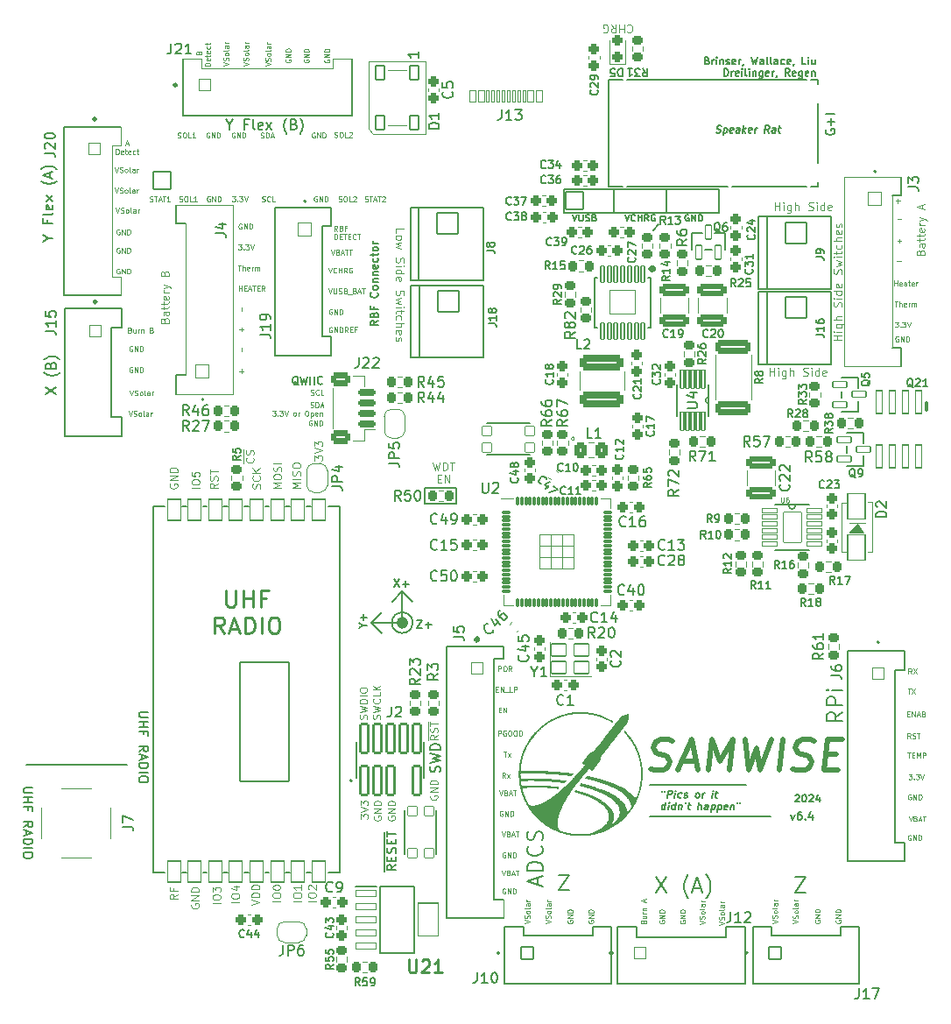
<source format=gto>
%TF.GenerationSoftware,KiCad,Pcbnew,9.0.1*%
%TF.CreationDate,2025-04-05T16:28:44-07:00*%
%TF.ProjectId,mainboard,6d61696e-626f-4617-9264-2e6b69636164,6.4*%
%TF.SameCoordinates,Original*%
%TF.FileFunction,Legend,Top*%
%TF.FilePolarity,Positive*%
%FSLAX45Y45*%
G04 Gerber Fmt 4.5, Leading zero omitted, Abs format (unit mm)*
G04 Created by KiCad (PCBNEW 9.0.1) date 2025-04-05 16:28:44*
%MOMM*%
%LPD*%
G01*
G04 APERTURE LIST*
G04 Aperture macros list*
%AMRoundRect*
0 Rectangle with rounded corners*
0 $1 Rounding radius*
0 $2 $3 $4 $5 $6 $7 $8 $9 X,Y pos of 4 corners*
0 Add a 4 corners polygon primitive as box body*
4,1,4,$2,$3,$4,$5,$6,$7,$8,$9,$2,$3,0*
0 Add four circle primitives for the rounded corners*
1,1,$1+$1,$2,$3*
1,1,$1+$1,$4,$5*
1,1,$1+$1,$6,$7*
1,1,$1+$1,$8,$9*
0 Add four rect primitives between the rounded corners*
20,1,$1+$1,$2,$3,$4,$5,0*
20,1,$1+$1,$4,$5,$6,$7,0*
20,1,$1+$1,$6,$7,$8,$9,0*
20,1,$1+$1,$8,$9,$2,$3,0*%
%AMFreePoly0*
4,1,39,0.535921,0.785921,0.550800,0.750000,0.550800,-0.750000,0.535921,-0.785921,0.500000,-0.800800,0.000000,-0.800800,-0.010328,-0.796522,-0.065263,-0.796522,-0.078411,-0.794791,-0.204490,-0.761009,-0.216742,-0.755934,-0.329781,-0.690671,-0.340302,-0.682598,-0.432598,-0.590302,-0.440671,-0.579781,-0.505934,-0.466742,-0.511009,-0.454490,-0.544791,-0.328411,-0.546522,-0.315263,-0.546522,-0.260327,
-0.550800,-0.250000,-0.550800,0.250000,-0.546522,0.260327,-0.546522,0.315263,-0.544791,0.328411,-0.511009,0.454490,-0.505934,0.466742,-0.440671,0.579781,-0.432598,0.590302,-0.340302,0.682598,-0.329781,0.690671,-0.216742,0.755934,-0.204490,0.761009,-0.078411,0.794791,-0.065263,0.796522,-0.010328,0.796522,0.000000,0.800800,0.500000,0.800800,0.535921,0.785921,0.535921,0.785921,
$1*%
%AMFreePoly1*
4,1,39,0.010328,0.796522,0.065263,0.796522,0.078411,0.794791,0.204490,0.761009,0.216742,0.755934,0.329781,0.690671,0.340302,0.682598,0.432598,0.590302,0.440671,0.579781,0.505934,0.466742,0.511009,0.454490,0.544791,0.328411,0.546522,0.315263,0.546522,0.260327,0.550800,0.250000,0.550800,-0.250000,0.546522,-0.260327,0.546522,-0.315263,0.544791,-0.328411,0.511009,-0.454490,
0.505934,-0.466742,0.440671,-0.579781,0.432598,-0.590302,0.340302,-0.682598,0.329781,-0.690671,0.216742,-0.755934,0.204490,-0.761009,0.078411,-0.794791,0.065263,-0.796522,0.010328,-0.796522,0.000000,-0.800800,-0.500000,-0.800800,-0.535921,-0.785921,-0.550800,-0.750000,-0.550800,0.750000,-0.535921,0.785921,-0.500000,0.800800,0.000000,0.800800,0.010328,0.796522,0.010328,0.796522,
$1*%
G04 Aperture macros list end*
%ADD10C,0.127000*%
%ADD11C,0.563500*%
%ADD12C,0.121920*%
%ADD13C,0.200000*%
%ADD14C,0.177800*%
%ADD15C,0.251460*%
%ADD16C,0.100000*%
%ADD17C,0.150000*%
%ADD18C,0.500000*%
%ADD19C,0.154432*%
%ADD20C,0.254000*%
%ADD21C,0.080000*%
%ADD22C,0.120000*%
%ADD23C,0.152400*%
%ADD24C,0.381000*%
%ADD25C,0.300000*%
%ADD26C,0.203200*%
%ADD27C,0.273607*%
%ADD28C,0.332843*%
%ADD29C,0.000000*%
%ADD30C,0.190500*%
%ADD31RoundRect,0.225400X-0.225400X-0.300400X0.225400X-0.300400X0.225400X0.300400X-0.225400X0.300400X0*%
%ADD32RoundRect,0.063500X-0.152400X0.800100X-0.152400X-0.800100X0.152400X-0.800100X0.152400X0.800100X0*%
%ADD33RoundRect,0.063500X-1.230000X1.155000X-1.230000X-1.155000X1.230000X-1.155000X1.230000X1.155000X0*%
%ADD34RoundRect,0.250400X-0.275400X0.250400X-0.275400X-0.250400X0.275400X-0.250400X0.275400X0.250400X0*%
%ADD35RoundRect,0.250400X0.275400X-0.250400X0.275400X0.250400X-0.275400X0.250400X-0.275400X-0.250400X0*%
%ADD36RoundRect,0.225400X0.225400X0.300400X-0.225400X0.300400X-0.225400X-0.300400X0.225400X-0.300400X0*%
%ADD37RoundRect,0.250400X0.250400X0.275400X-0.250400X0.275400X-0.250400X-0.275400X0.250400X-0.275400X0*%
%ADD38RoundRect,0.063500X-0.660400X0.279400X-0.660400X-0.279400X0.660400X-0.279400X0.660400X0.279400X0*%
%ADD39RoundRect,0.050800X0.304800X1.104900X-0.304800X1.104900X-0.304800X-1.104900X0.304800X-1.104900X0*%
%ADD40C,5.701600*%
%ADD41C,2.000000*%
%ADD42C,2.133600*%
%ADD43RoundRect,0.225400X-0.300400X0.225400X-0.300400X-0.225400X0.300400X-0.225400X0.300400X0.225400X0*%
%ADD44RoundRect,0.250400X-0.250400X-0.275400X0.250400X-0.275400X0.250400X0.275400X-0.250400X0.275400X0*%
%ADD45C,2.151600*%
%ADD46C,2.351600*%
%ADD47RoundRect,0.063500X-1.016000X1.016000X-1.016000X-1.016000X1.016000X-1.016000X1.016000X1.016000X0*%
%ADD48C,2.159000*%
%ADD49RoundRect,0.225400X0.300400X-0.225400X0.300400X0.225400X-0.300400X0.225400X-0.300400X-0.225400X0*%
%ADD50RoundRect,0.244150X0.281650X-0.244150X0.281650X0.244150X-0.281650X0.244150X-0.281650X-0.244150X0*%
%ADD51RoundRect,0.270735X-1.455065X0.392565X-1.455065X-0.392565X1.455065X-0.392565X1.455065X0.392565X0*%
%ADD52RoundRect,0.355555X-1.795245X0.445245X-1.795245X-0.445245X1.795245X-0.445245X1.795245X0.445245X0*%
%ADD53RoundRect,0.063500X-0.279400X-0.660400X0.279400X-0.660400X0.279400X0.660400X-0.279400X0.660400X0*%
%ADD54RoundRect,0.272087X1.128713X-0.353713X1.128713X0.353713X-1.128713X0.353713X-1.128713X-0.353713X0*%
%ADD55RoundRect,0.050800X-0.165100X0.889000X-0.165100X-0.889000X0.165100X-0.889000X0.165100X0.889000X0*%
%ADD56RoundRect,0.050800X1.000000X-0.325000X1.000000X0.325000X-1.000000X0.325000X-1.000000X-0.325000X0*%
%ADD57RoundRect,0.050800X-1.000000X-1.600000X1.000000X-1.600000X1.000000X1.600000X-1.000000X1.600000X0*%
%ADD58C,0.701600*%
%ADD59RoundRect,0.050800X0.300000X0.575000X-0.300000X0.575000X-0.300000X-0.575000X0.300000X-0.575000X0*%
%ADD60RoundRect,0.050800X0.150000X0.575000X-0.150000X0.575000X-0.150000X-0.575000X0.150000X-0.575000X0*%
%ADD61O,1.101600X2.201600*%
%ADD62O,1.101600X1.701600*%
%ADD63RoundRect,0.250400X-0.017678X0.371797X-0.371797X0.017678X0.017678X-0.371797X0.371797X-0.017678X0*%
%ADD64RoundRect,0.050800X-0.698500X-0.215900X0.698500X-0.215900X0.698500X0.215900X-0.698500X0.215900X0*%
%ADD65RoundRect,0.050800X-0.876300X-1.473200X0.876300X-1.473200X0.876300X1.473200X-0.876300X1.473200X0*%
%ADD66RoundRect,0.050800X-0.850000X1.250000X-0.850000X-1.250000X0.850000X-1.250000X0.850000X1.250000X0*%
%ADD67RoundRect,0.100160X-0.400640X0.700640X-0.400640X-0.700640X0.400640X-0.700640X0.400640X0.700640X0*%
%ADD68RoundRect,0.272087X-0.353713X-0.478713X0.353713X-0.478713X0.353713X0.478713X-0.353713X0.478713X0*%
%ADD69RoundRect,0.080400X0.360400X-0.080400X0.360400X0.080400X-0.360400X0.080400X-0.360400X-0.080400X0*%
%ADD70RoundRect,0.080400X-0.080400X-0.360400X0.080400X-0.360400X0.080400X0.360400X-0.080400X0.360400X0*%
%ADD71RoundRect,0.050800X-0.566666X-0.566666X0.566666X-0.566666X0.566666X0.566666X-0.566666X0.566666X0*%
%ADD72FreePoly0,270.000000*%
%ADD73FreePoly1,270.000000*%
%ADD74RoundRect,0.102000X-0.370000X-1.395000X0.370000X-1.395000X0.370000X1.395000X-0.370000X1.395000X0*%
%ADD75RoundRect,0.050800X-0.700000X-0.600000X0.700000X-0.600000X0.700000X0.600000X-0.700000X0.600000X0*%
%ADD76RoundRect,0.063500X-0.650000X1.000000X-0.650000X-1.000000X0.650000X-1.000000X0.650000X1.000000X0*%
%ADD77RoundRect,0.063500X-2.350000X5.750000X-2.350000X-5.750000X2.350000X-5.750000X2.350000X5.750000X0*%
%ADD78RoundRect,0.050800X0.450000X0.450000X-0.450000X0.450000X-0.450000X-0.450000X0.450000X-0.450000X0*%
%ADD79RoundRect,0.175400X0.650400X-0.175400X0.650400X0.175400X-0.650400X0.175400X-0.650400X-0.175400X0*%
%ADD80RoundRect,0.271166X0.679634X-0.379634X0.679634X0.379634X-0.679634X0.379634X-0.679634X-0.379634X0*%
%ADD81RoundRect,0.050800X0.575000X0.575000X-0.575000X0.575000X-0.575000X-0.575000X0.575000X-0.575000X0*%
%ADD82C,1.251600*%
%ADD83RoundRect,0.050800X0.575000X-0.575000X0.575000X0.575000X-0.575000X0.575000X-0.575000X-0.575000X0*%
%ADD84FreePoly0,90.000000*%
%ADD85FreePoly1,90.000000*%
%ADD86RoundRect,0.050800X0.654000X-0.654000X0.654000X0.654000X-0.654000X0.654000X-0.654000X-0.654000X0*%
%ADD87C,1.409600*%
%ADD88RoundRect,0.076200X-0.575000X-0.575000X0.575000X-0.575000X0.575000X0.575000X-0.575000X0.575000X0*%
%ADD89C,1.302400*%
%ADD90RoundRect,0.250400X0.371797X0.017678X0.017678X0.371797X-0.371797X-0.017678X-0.017678X-0.371797X0*%
%ADD91RoundRect,0.050800X-0.450000X0.450000X-0.450000X-0.450000X0.450000X-0.450000X0.450000X0.450000X0*%
%ADD92RoundRect,0.050800X-0.654000X0.654000X-0.654000X-0.654000X0.654000X-0.654000X0.654000X0.654000X0*%
%ADD93FreePoly0,180.000000*%
%ADD94FreePoly1,180.000000*%
%ADD95RoundRect,0.272087X-1.128713X0.353713X-1.128713X-0.353713X1.128713X-0.353713X1.128713X0.353713X0*%
%ADD96RoundRect,0.050800X-0.850000X0.850000X-0.850000X-0.850000X0.850000X-0.850000X0.850000X0.850000X0*%
%ADD97C,1.801600*%
G04 APERTURE END LIST*
D10*
X16611600Y-6908800D02*
X15113000Y-6908800D01*
X16103600Y-7137400D02*
X16103600Y-6908800D01*
X15595600Y-7137400D02*
X15595600Y-6908800D01*
X15943447Y-12973205D02*
X17111847Y-12973205D01*
X13650000Y-11100000D02*
G75*
G02*
X13450000Y-11100000I-100000J0D01*
G01*
X13450000Y-11100000D02*
G75*
G02*
X13650000Y-11100000I100000J0D01*
G01*
X16611600Y-7137400D02*
X16611600Y-6908800D01*
X13550000Y-11100000D02*
X13550000Y-10800000D01*
X16030000Y-7250000D02*
X15980000Y-7310000D01*
X15113000Y-7137400D02*
X16611600Y-7137400D01*
X13550000Y-10800000D02*
X13450000Y-10900000D01*
X15113000Y-6908800D02*
X15113000Y-7137400D01*
X13250000Y-11100000D02*
X13350000Y-11000000D01*
X14075000Y-9951200D02*
X13770200Y-9951200D01*
X13770200Y-9951200D02*
X13770200Y-9798800D01*
D11*
X13578175Y-11100000D02*
G75*
G02*
X13521825Y-11100000I-28175J0D01*
G01*
X13521825Y-11100000D02*
G75*
G02*
X13578175Y-11100000I28175J0D01*
G01*
D10*
X14075000Y-9798800D02*
X14075000Y-9951200D01*
X13770200Y-9798800D02*
X14075000Y-9798800D01*
X13550000Y-10800000D02*
X13650000Y-10900000D01*
X13250000Y-11100000D02*
X13350000Y-11200000D01*
X9912500Y-12475000D02*
X10887500Y-12475000D01*
X15943447Y-12668405D02*
X16870547Y-12668405D01*
X13550000Y-11100000D02*
X13250000Y-11100000D01*
D12*
X13333276Y-12028432D02*
X13336662Y-12018272D01*
X13336662Y-12018272D02*
X13336662Y-12001339D01*
X13336662Y-12001339D02*
X13333276Y-11994566D01*
X13333276Y-11994566D02*
X13329889Y-11991179D01*
X13329889Y-11991179D02*
X13323116Y-11987792D01*
X13323116Y-11987792D02*
X13316342Y-11987792D01*
X13316342Y-11987792D02*
X13309569Y-11991179D01*
X13309569Y-11991179D02*
X13306182Y-11994566D01*
X13306182Y-11994566D02*
X13302796Y-12001339D01*
X13302796Y-12001339D02*
X13299409Y-12014886D01*
X13299409Y-12014886D02*
X13296022Y-12021659D01*
X13296022Y-12021659D02*
X13292636Y-12025046D01*
X13292636Y-12025046D02*
X13285862Y-12028432D01*
X13285862Y-12028432D02*
X13279089Y-12028432D01*
X13279089Y-12028432D02*
X13272316Y-12025046D01*
X13272316Y-12025046D02*
X13268929Y-12021659D01*
X13268929Y-12021659D02*
X13265542Y-12014886D01*
X13265542Y-12014886D02*
X13265542Y-11997952D01*
X13265542Y-11997952D02*
X13268929Y-11987792D01*
X13265542Y-11964086D02*
X13336662Y-11947152D01*
X13336662Y-11947152D02*
X13285862Y-11933606D01*
X13285862Y-11933606D02*
X13336662Y-11920059D01*
X13336662Y-11920059D02*
X13265542Y-11903126D01*
X13329889Y-11835392D02*
X13333276Y-11838779D01*
X13333276Y-11838779D02*
X13336662Y-11848939D01*
X13336662Y-11848939D02*
X13336662Y-11855712D01*
X13336662Y-11855712D02*
X13333276Y-11865872D01*
X13333276Y-11865872D02*
X13326502Y-11872646D01*
X13326502Y-11872646D02*
X13319729Y-11876032D01*
X13319729Y-11876032D02*
X13306182Y-11879419D01*
X13306182Y-11879419D02*
X13296022Y-11879419D01*
X13296022Y-11879419D02*
X13282476Y-11876032D01*
X13282476Y-11876032D02*
X13275702Y-11872646D01*
X13275702Y-11872646D02*
X13268929Y-11865872D01*
X13268929Y-11865872D02*
X13265542Y-11855712D01*
X13265542Y-11855712D02*
X13265542Y-11848939D01*
X13265542Y-11848939D02*
X13268929Y-11838779D01*
X13268929Y-11838779D02*
X13272316Y-11835392D01*
X13336662Y-11771046D02*
X13336662Y-11804912D01*
X13336662Y-11804912D02*
X13265542Y-11804912D01*
X13336662Y-11747339D02*
X13265542Y-11747339D01*
X13336662Y-11706699D02*
X13296022Y-11737179D01*
X13265542Y-11706699D02*
X13306182Y-11747339D01*
X13205276Y-12028432D02*
X13208662Y-12018272D01*
X13208662Y-12018272D02*
X13208662Y-12001339D01*
X13208662Y-12001339D02*
X13205276Y-11994566D01*
X13205276Y-11994566D02*
X13201889Y-11991179D01*
X13201889Y-11991179D02*
X13195116Y-11987792D01*
X13195116Y-11987792D02*
X13188342Y-11987792D01*
X13188342Y-11987792D02*
X13181569Y-11991179D01*
X13181569Y-11991179D02*
X13178182Y-11994566D01*
X13178182Y-11994566D02*
X13174796Y-12001339D01*
X13174796Y-12001339D02*
X13171409Y-12014886D01*
X13171409Y-12014886D02*
X13168022Y-12021659D01*
X13168022Y-12021659D02*
X13164636Y-12025046D01*
X13164636Y-12025046D02*
X13157862Y-12028432D01*
X13157862Y-12028432D02*
X13151089Y-12028432D01*
X13151089Y-12028432D02*
X13144316Y-12025046D01*
X13144316Y-12025046D02*
X13140929Y-12021659D01*
X13140929Y-12021659D02*
X13137542Y-12014886D01*
X13137542Y-12014886D02*
X13137542Y-11997952D01*
X13137542Y-11997952D02*
X13140929Y-11987792D01*
X13137542Y-11964086D02*
X13208662Y-11947152D01*
X13208662Y-11947152D02*
X13157862Y-11933606D01*
X13157862Y-11933606D02*
X13208662Y-11920059D01*
X13208662Y-11920059D02*
X13137542Y-11903126D01*
X13208662Y-11876032D02*
X13137542Y-11876032D01*
X13137542Y-11876032D02*
X13137542Y-11859099D01*
X13137542Y-11859099D02*
X13140929Y-11848939D01*
X13140929Y-11848939D02*
X13147702Y-11842166D01*
X13147702Y-11842166D02*
X13154476Y-11838779D01*
X13154476Y-11838779D02*
X13168022Y-11835392D01*
X13168022Y-11835392D02*
X13178182Y-11835392D01*
X13178182Y-11835392D02*
X13191729Y-11838779D01*
X13191729Y-11838779D02*
X13198502Y-11842166D01*
X13198502Y-11842166D02*
X13205276Y-11848939D01*
X13205276Y-11848939D02*
X13208662Y-11859099D01*
X13208662Y-11859099D02*
X13208662Y-11876032D01*
X13208662Y-11804912D02*
X13137542Y-11804912D01*
X13137542Y-11757499D02*
X13137542Y-11743952D01*
X13137542Y-11743952D02*
X13140929Y-11737179D01*
X13140929Y-11737179D02*
X13147702Y-11730406D01*
X13147702Y-11730406D02*
X13161249Y-11727019D01*
X13161249Y-11727019D02*
X13184956Y-11727019D01*
X13184956Y-11727019D02*
X13198502Y-11730406D01*
X13198502Y-11730406D02*
X13205276Y-11737179D01*
X13205276Y-11737179D02*
X13208662Y-11743952D01*
X13208662Y-11743952D02*
X13208662Y-11757499D01*
X13208662Y-11757499D02*
X13205276Y-11764272D01*
X13205276Y-11764272D02*
X13198502Y-11771046D01*
X13198502Y-11771046D02*
X13184956Y-11774432D01*
X13184956Y-11774432D02*
X13161249Y-11774432D01*
X13161249Y-11774432D02*
X13147702Y-11771046D01*
X13147702Y-11771046D02*
X13140929Y-11764272D01*
X13140929Y-11764272D02*
X13137542Y-11757499D01*
D13*
X17648362Y-6330323D02*
X17644128Y-6338789D01*
X17644128Y-6338789D02*
X17644128Y-6351489D01*
X17644128Y-6351489D02*
X17648362Y-6364189D01*
X17648362Y-6364189D02*
X17656828Y-6372656D01*
X17656828Y-6372656D02*
X17665295Y-6376889D01*
X17665295Y-6376889D02*
X17682228Y-6381123D01*
X17682228Y-6381123D02*
X17694928Y-6381123D01*
X17694928Y-6381123D02*
X17711862Y-6376889D01*
X17711862Y-6376889D02*
X17720328Y-6372656D01*
X17720328Y-6372656D02*
X17728795Y-6364189D01*
X17728795Y-6364189D02*
X17733028Y-6351489D01*
X17733028Y-6351489D02*
X17733028Y-6343023D01*
X17733028Y-6343023D02*
X17728795Y-6330323D01*
X17728795Y-6330323D02*
X17724562Y-6326089D01*
X17724562Y-6326089D02*
X17694928Y-6326089D01*
X17694928Y-6326089D02*
X17694928Y-6343023D01*
X17699162Y-6287989D02*
X17699162Y-6220256D01*
X17733028Y-6254123D02*
X17665295Y-6254123D01*
X17733028Y-6177923D02*
X17644128Y-6177923D01*
D14*
X13488196Y-13441897D02*
X13445862Y-13471530D01*
X13488196Y-13492697D02*
X13399296Y-13492697D01*
X13399296Y-13492697D02*
X13399296Y-13458830D01*
X13399296Y-13458830D02*
X13403529Y-13450364D01*
X13403529Y-13450364D02*
X13407762Y-13446130D01*
X13407762Y-13446130D02*
X13416229Y-13441897D01*
X13416229Y-13441897D02*
X13428929Y-13441897D01*
X13428929Y-13441897D02*
X13437396Y-13446130D01*
X13437396Y-13446130D02*
X13441629Y-13450364D01*
X13441629Y-13450364D02*
X13445862Y-13458830D01*
X13445862Y-13458830D02*
X13445862Y-13492697D01*
X13441629Y-13403797D02*
X13441629Y-13374164D01*
X13488196Y-13361464D02*
X13488196Y-13403797D01*
X13488196Y-13403797D02*
X13399296Y-13403797D01*
X13399296Y-13403797D02*
X13399296Y-13361464D01*
X13483962Y-13327597D02*
X13488196Y-13314897D01*
X13488196Y-13314897D02*
X13488196Y-13293731D01*
X13488196Y-13293731D02*
X13483962Y-13285264D01*
X13483962Y-13285264D02*
X13479729Y-13281031D01*
X13479729Y-13281031D02*
X13471262Y-13276797D01*
X13471262Y-13276797D02*
X13462796Y-13276797D01*
X13462796Y-13276797D02*
X13454329Y-13281031D01*
X13454329Y-13281031D02*
X13450096Y-13285264D01*
X13450096Y-13285264D02*
X13445862Y-13293731D01*
X13445862Y-13293731D02*
X13441629Y-13310664D01*
X13441629Y-13310664D02*
X13437396Y-13319131D01*
X13437396Y-13319131D02*
X13433162Y-13323364D01*
X13433162Y-13323364D02*
X13424696Y-13327597D01*
X13424696Y-13327597D02*
X13416229Y-13327597D01*
X13416229Y-13327597D02*
X13407762Y-13323364D01*
X13407762Y-13323364D02*
X13403529Y-13319131D01*
X13403529Y-13319131D02*
X13399296Y-13310664D01*
X13399296Y-13310664D02*
X13399296Y-13289497D01*
X13399296Y-13289497D02*
X13403529Y-13276797D01*
X13441629Y-13238697D02*
X13441629Y-13209064D01*
X13488196Y-13196364D02*
X13488196Y-13238697D01*
X13488196Y-13238697D02*
X13399296Y-13238697D01*
X13399296Y-13238697D02*
X13399296Y-13196364D01*
X13399296Y-13170964D02*
X13399296Y-13120164D01*
X13488196Y-13145564D02*
X13399296Y-13145564D01*
X13374615Y-13504974D02*
X13374615Y-13120587D01*
D15*
X11848773Y-10789846D02*
X11848773Y-10918769D01*
X11848773Y-10918769D02*
X11856357Y-10933937D01*
X11856357Y-10933937D02*
X11863941Y-10941520D01*
X11863941Y-10941520D02*
X11879108Y-10949104D01*
X11879108Y-10949104D02*
X11909443Y-10949104D01*
X11909443Y-10949104D02*
X11924611Y-10941520D01*
X11924611Y-10941520D02*
X11932194Y-10933937D01*
X11932194Y-10933937D02*
X11939778Y-10918769D01*
X11939778Y-10918769D02*
X11939778Y-10789846D01*
X12015615Y-10949104D02*
X12015615Y-10789846D01*
X12015615Y-10865683D02*
X12106620Y-10865683D01*
X12106620Y-10949104D02*
X12106620Y-10789846D01*
X12235543Y-10865683D02*
X12182457Y-10865683D01*
X12182457Y-10949104D02*
X12182457Y-10789846D01*
X12182457Y-10789846D02*
X12258294Y-10789846D01*
X11826022Y-11205501D02*
X11772936Y-11129663D01*
X11735018Y-11205501D02*
X11735018Y-11046243D01*
X11735018Y-11046243D02*
X11795687Y-11046243D01*
X11795687Y-11046243D02*
X11810855Y-11053826D01*
X11810855Y-11053826D02*
X11818439Y-11061410D01*
X11818439Y-11061410D02*
X11826022Y-11076577D01*
X11826022Y-11076577D02*
X11826022Y-11099329D01*
X11826022Y-11099329D02*
X11818439Y-11114496D01*
X11818439Y-11114496D02*
X11810855Y-11122080D01*
X11810855Y-11122080D02*
X11795687Y-11129663D01*
X11795687Y-11129663D02*
X11735018Y-11129663D01*
X11886692Y-11159998D02*
X11962529Y-11159998D01*
X11871525Y-11205501D02*
X11924611Y-11046243D01*
X11924611Y-11046243D02*
X11977697Y-11205501D01*
X12030783Y-11205501D02*
X12030783Y-11046243D01*
X12030783Y-11046243D02*
X12068701Y-11046243D01*
X12068701Y-11046243D02*
X12091452Y-11053826D01*
X12091452Y-11053826D02*
X12106620Y-11068994D01*
X12106620Y-11068994D02*
X12114203Y-11084161D01*
X12114203Y-11084161D02*
X12121787Y-11114496D01*
X12121787Y-11114496D02*
X12121787Y-11137247D01*
X12121787Y-11137247D02*
X12114203Y-11167582D01*
X12114203Y-11167582D02*
X12106620Y-11182749D01*
X12106620Y-11182749D02*
X12091452Y-11197917D01*
X12091452Y-11197917D02*
X12068701Y-11205501D01*
X12068701Y-11205501D02*
X12030783Y-11205501D01*
X12190041Y-11205501D02*
X12190041Y-11046243D01*
X12296213Y-11046243D02*
X12326547Y-11046243D01*
X12326547Y-11046243D02*
X12341715Y-11053826D01*
X12341715Y-11053826D02*
X12356882Y-11068994D01*
X12356882Y-11068994D02*
X12364466Y-11099329D01*
X12364466Y-11099329D02*
X12364466Y-11152415D01*
X12364466Y-11152415D02*
X12356882Y-11182749D01*
X12356882Y-11182749D02*
X12341715Y-11197917D01*
X12341715Y-11197917D02*
X12326547Y-11205501D01*
X12326547Y-11205501D02*
X12296213Y-11205501D01*
X12296213Y-11205501D02*
X12281045Y-11197917D01*
X12281045Y-11197917D02*
X12265878Y-11182749D01*
X12265878Y-11182749D02*
X12258294Y-11152415D01*
X12258294Y-11152415D02*
X12258294Y-11099329D01*
X12258294Y-11099329D02*
X12265878Y-11068994D01*
X12265878Y-11068994D02*
X12281045Y-11053826D01*
X12281045Y-11053826D02*
X12296213Y-11046243D01*
D16*
X13487550Y-7332408D02*
X13487550Y-7294312D01*
X13487550Y-7294312D02*
X13567550Y-7294312D01*
X13487550Y-7370503D02*
X13491360Y-7362884D01*
X13491360Y-7362884D02*
X13495169Y-7359074D01*
X13495169Y-7359074D02*
X13502788Y-7355265D01*
X13502788Y-7355265D02*
X13525646Y-7355265D01*
X13525646Y-7355265D02*
X13533265Y-7359074D01*
X13533265Y-7359074D02*
X13537074Y-7362884D01*
X13537074Y-7362884D02*
X13540884Y-7370503D01*
X13540884Y-7370503D02*
X13540884Y-7381931D01*
X13540884Y-7381931D02*
X13537074Y-7389550D01*
X13537074Y-7389550D02*
X13533265Y-7393360D01*
X13533265Y-7393360D02*
X13525646Y-7397169D01*
X13525646Y-7397169D02*
X13502788Y-7397169D01*
X13502788Y-7397169D02*
X13495169Y-7393360D01*
X13495169Y-7393360D02*
X13491360Y-7389550D01*
X13491360Y-7389550D02*
X13487550Y-7381931D01*
X13487550Y-7381931D02*
X13487550Y-7370503D01*
X13540884Y-7423836D02*
X13487550Y-7439074D01*
X13487550Y-7439074D02*
X13525646Y-7454312D01*
X13525646Y-7454312D02*
X13487550Y-7469550D01*
X13487550Y-7469550D02*
X13540884Y-7484789D01*
X13491360Y-7572408D02*
X13487550Y-7583836D01*
X13487550Y-7583836D02*
X13487550Y-7602884D01*
X13487550Y-7602884D02*
X13491360Y-7610503D01*
X13491360Y-7610503D02*
X13495169Y-7614312D01*
X13495169Y-7614312D02*
X13502788Y-7618122D01*
X13502788Y-7618122D02*
X13510408Y-7618122D01*
X13510408Y-7618122D02*
X13518027Y-7614312D01*
X13518027Y-7614312D02*
X13521836Y-7610503D01*
X13521836Y-7610503D02*
X13525646Y-7602884D01*
X13525646Y-7602884D02*
X13529455Y-7587646D01*
X13529455Y-7587646D02*
X13533265Y-7580027D01*
X13533265Y-7580027D02*
X13537074Y-7576217D01*
X13537074Y-7576217D02*
X13544693Y-7572408D01*
X13544693Y-7572408D02*
X13552312Y-7572408D01*
X13552312Y-7572408D02*
X13559931Y-7576217D01*
X13559931Y-7576217D02*
X13563741Y-7580027D01*
X13563741Y-7580027D02*
X13567550Y-7587646D01*
X13567550Y-7587646D02*
X13567550Y-7606693D01*
X13567550Y-7606693D02*
X13563741Y-7618122D01*
X13487550Y-7652408D02*
X13540884Y-7652408D01*
X13567550Y-7652408D02*
X13563741Y-7648598D01*
X13563741Y-7648598D02*
X13559931Y-7652408D01*
X13559931Y-7652408D02*
X13563741Y-7656217D01*
X13563741Y-7656217D02*
X13567550Y-7652408D01*
X13567550Y-7652408D02*
X13559931Y-7652408D01*
X13487550Y-7724789D02*
X13567550Y-7724789D01*
X13491360Y-7724789D02*
X13487550Y-7717169D01*
X13487550Y-7717169D02*
X13487550Y-7701931D01*
X13487550Y-7701931D02*
X13491360Y-7694312D01*
X13491360Y-7694312D02*
X13495169Y-7690503D01*
X13495169Y-7690503D02*
X13502788Y-7686693D01*
X13502788Y-7686693D02*
X13525646Y-7686693D01*
X13525646Y-7686693D02*
X13533265Y-7690503D01*
X13533265Y-7690503D02*
X13537074Y-7694312D01*
X13537074Y-7694312D02*
X13540884Y-7701931D01*
X13540884Y-7701931D02*
X13540884Y-7717169D01*
X13540884Y-7717169D02*
X13537074Y-7724789D01*
X13491360Y-7793360D02*
X13487550Y-7785741D01*
X13487550Y-7785741D02*
X13487550Y-7770503D01*
X13487550Y-7770503D02*
X13491360Y-7762884D01*
X13491360Y-7762884D02*
X13498979Y-7759074D01*
X13498979Y-7759074D02*
X13529455Y-7759074D01*
X13529455Y-7759074D02*
X13537074Y-7762884D01*
X13537074Y-7762884D02*
X13540884Y-7770503D01*
X13540884Y-7770503D02*
X13540884Y-7785741D01*
X13540884Y-7785741D02*
X13537074Y-7793360D01*
X13537074Y-7793360D02*
X13529455Y-7797170D01*
X13529455Y-7797170D02*
X13521836Y-7797170D01*
X13521836Y-7797170D02*
X13514217Y-7759074D01*
X13491360Y-7888598D02*
X13487550Y-7900027D01*
X13487550Y-7900027D02*
X13487550Y-7919074D01*
X13487550Y-7919074D02*
X13491360Y-7926693D01*
X13491360Y-7926693D02*
X13495169Y-7930503D01*
X13495169Y-7930503D02*
X13502788Y-7934312D01*
X13502788Y-7934312D02*
X13510408Y-7934312D01*
X13510408Y-7934312D02*
X13518027Y-7930503D01*
X13518027Y-7930503D02*
X13521836Y-7926693D01*
X13521836Y-7926693D02*
X13525646Y-7919074D01*
X13525646Y-7919074D02*
X13529455Y-7903836D01*
X13529455Y-7903836D02*
X13533265Y-7896217D01*
X13533265Y-7896217D02*
X13537074Y-7892408D01*
X13537074Y-7892408D02*
X13544693Y-7888598D01*
X13544693Y-7888598D02*
X13552312Y-7888598D01*
X13552312Y-7888598D02*
X13559931Y-7892408D01*
X13559931Y-7892408D02*
X13563741Y-7896217D01*
X13563741Y-7896217D02*
X13567550Y-7903836D01*
X13567550Y-7903836D02*
X13567550Y-7922884D01*
X13567550Y-7922884D02*
X13563741Y-7934312D01*
X13540884Y-7960979D02*
X13487550Y-7976217D01*
X13487550Y-7976217D02*
X13525646Y-7991455D01*
X13525646Y-7991455D02*
X13487550Y-8006693D01*
X13487550Y-8006693D02*
X13540884Y-8021931D01*
X13487550Y-8052408D02*
X13540884Y-8052408D01*
X13567550Y-8052408D02*
X13563741Y-8048598D01*
X13563741Y-8048598D02*
X13559931Y-8052408D01*
X13559931Y-8052408D02*
X13563741Y-8056217D01*
X13563741Y-8056217D02*
X13567550Y-8052408D01*
X13567550Y-8052408D02*
X13559931Y-8052408D01*
X13540884Y-8079074D02*
X13540884Y-8109550D01*
X13567550Y-8090503D02*
X13498979Y-8090503D01*
X13498979Y-8090503D02*
X13491360Y-8094312D01*
X13491360Y-8094312D02*
X13487550Y-8101931D01*
X13487550Y-8101931D02*
X13487550Y-8109550D01*
X13491360Y-8170503D02*
X13487550Y-8162884D01*
X13487550Y-8162884D02*
X13487550Y-8147646D01*
X13487550Y-8147646D02*
X13491360Y-8140027D01*
X13491360Y-8140027D02*
X13495169Y-8136217D01*
X13495169Y-8136217D02*
X13502788Y-8132408D01*
X13502788Y-8132408D02*
X13525646Y-8132408D01*
X13525646Y-8132408D02*
X13533265Y-8136217D01*
X13533265Y-8136217D02*
X13537074Y-8140027D01*
X13537074Y-8140027D02*
X13540884Y-8147646D01*
X13540884Y-8147646D02*
X13540884Y-8162884D01*
X13540884Y-8162884D02*
X13537074Y-8170503D01*
X13487550Y-8204789D02*
X13567550Y-8204789D01*
X13487550Y-8239074D02*
X13529455Y-8239074D01*
X13529455Y-8239074D02*
X13537074Y-8235265D01*
X13537074Y-8235265D02*
X13540884Y-8227646D01*
X13540884Y-8227646D02*
X13540884Y-8216217D01*
X13540884Y-8216217D02*
X13537074Y-8208598D01*
X13537074Y-8208598D02*
X13533265Y-8204789D01*
X13491360Y-8307646D02*
X13487550Y-8300027D01*
X13487550Y-8300027D02*
X13487550Y-8284789D01*
X13487550Y-8284789D02*
X13491360Y-8277170D01*
X13491360Y-8277170D02*
X13498979Y-8273360D01*
X13498979Y-8273360D02*
X13529455Y-8273360D01*
X13529455Y-8273360D02*
X13537074Y-8277170D01*
X13537074Y-8277170D02*
X13540884Y-8284789D01*
X13540884Y-8284789D02*
X13540884Y-8300027D01*
X13540884Y-8300027D02*
X13537074Y-8307646D01*
X13537074Y-8307646D02*
X13529455Y-8311455D01*
X13529455Y-8311455D02*
X13521836Y-8311455D01*
X13521836Y-8311455D02*
X13514217Y-8273360D01*
X13491360Y-8341931D02*
X13487550Y-8349550D01*
X13487550Y-8349550D02*
X13487550Y-8364789D01*
X13487550Y-8364789D02*
X13491360Y-8372408D01*
X13491360Y-8372408D02*
X13498979Y-8376217D01*
X13498979Y-8376217D02*
X13502788Y-8376217D01*
X13502788Y-8376217D02*
X13510408Y-8372408D01*
X13510408Y-8372408D02*
X13514217Y-8364789D01*
X13514217Y-8364789D02*
X13514217Y-8353360D01*
X13514217Y-8353360D02*
X13518027Y-8345741D01*
X13518027Y-8345741D02*
X13525646Y-8341931D01*
X13525646Y-8341931D02*
X13529455Y-8341931D01*
X13529455Y-8341931D02*
X13537074Y-8345741D01*
X13537074Y-8345741D02*
X13540884Y-8353360D01*
X13540884Y-8353360D02*
X13540884Y-8364789D01*
X13540884Y-8364789D02*
X13537074Y-8372408D01*
D12*
X11791040Y-13810564D02*
X11714840Y-13810564D01*
X11714840Y-13759764D02*
X11714840Y-13745249D01*
X11714840Y-13745249D02*
X11718469Y-13737992D01*
X11718469Y-13737992D02*
X11725726Y-13730735D01*
X11725726Y-13730735D02*
X11740240Y-13727107D01*
X11740240Y-13727107D02*
X11765640Y-13727107D01*
X11765640Y-13727107D02*
X11780155Y-13730735D01*
X11780155Y-13730735D02*
X11787412Y-13737992D01*
X11787412Y-13737992D02*
X11791040Y-13745249D01*
X11791040Y-13745249D02*
X11791040Y-13759764D01*
X11791040Y-13759764D02*
X11787412Y-13767021D01*
X11787412Y-13767021D02*
X11780155Y-13774278D01*
X11780155Y-13774278D02*
X11765640Y-13777907D01*
X11765640Y-13777907D02*
X11740240Y-13777907D01*
X11740240Y-13777907D02*
X11725726Y-13774278D01*
X11725726Y-13774278D02*
X11718469Y-13767021D01*
X11718469Y-13767021D02*
X11714840Y-13759764D01*
X11714840Y-13701707D02*
X11714840Y-13654535D01*
X11714840Y-13654535D02*
X11743869Y-13679935D01*
X11743869Y-13679935D02*
X11743869Y-13669049D01*
X11743869Y-13669049D02*
X11747498Y-13661792D01*
X11747498Y-13661792D02*
X11751126Y-13658164D01*
X11751126Y-13658164D02*
X11758383Y-13654535D01*
X11758383Y-13654535D02*
X11776526Y-13654535D01*
X11776526Y-13654535D02*
X11783783Y-13658164D01*
X11783783Y-13658164D02*
X11787412Y-13661792D01*
X11787412Y-13661792D02*
X11791040Y-13669049D01*
X11791040Y-13669049D02*
X11791040Y-13690821D01*
X11791040Y-13690821D02*
X11787412Y-13698078D01*
X11787412Y-13698078D02*
X11783783Y-13701707D01*
X11972490Y-13799314D02*
X11896290Y-13799314D01*
X11896290Y-13748514D02*
X11896290Y-13733999D01*
X11896290Y-13733999D02*
X11899919Y-13726742D01*
X11899919Y-13726742D02*
X11907176Y-13719485D01*
X11907176Y-13719485D02*
X11921690Y-13715857D01*
X11921690Y-13715857D02*
X11947090Y-13715857D01*
X11947090Y-13715857D02*
X11961605Y-13719485D01*
X11961605Y-13719485D02*
X11968862Y-13726742D01*
X11968862Y-13726742D02*
X11972490Y-13733999D01*
X11972490Y-13733999D02*
X11972490Y-13748514D01*
X11972490Y-13748514D02*
X11968862Y-13755771D01*
X11968862Y-13755771D02*
X11961605Y-13763028D01*
X11961605Y-13763028D02*
X11947090Y-13766657D01*
X11947090Y-13766657D02*
X11921690Y-13766657D01*
X11921690Y-13766657D02*
X11907176Y-13763028D01*
X11907176Y-13763028D02*
X11899919Y-13755771D01*
X11899919Y-13755771D02*
X11896290Y-13748514D01*
X11921690Y-13650542D02*
X11972490Y-13650542D01*
X11892662Y-13668685D02*
X11947090Y-13686828D01*
X11947090Y-13686828D02*
X11947090Y-13639657D01*
X12372721Y-13791694D02*
X12296521Y-13791694D01*
X12296521Y-13740894D02*
X12296521Y-13726379D01*
X12296521Y-13726379D02*
X12300150Y-13719122D01*
X12300150Y-13719122D02*
X12307407Y-13711865D01*
X12307407Y-13711865D02*
X12321921Y-13708237D01*
X12321921Y-13708237D02*
X12347321Y-13708237D01*
X12347321Y-13708237D02*
X12361836Y-13711865D01*
X12361836Y-13711865D02*
X12369093Y-13719122D01*
X12369093Y-13719122D02*
X12372721Y-13726379D01*
X12372721Y-13726379D02*
X12372721Y-13740894D01*
X12372721Y-13740894D02*
X12369093Y-13748151D01*
X12369093Y-13748151D02*
X12361836Y-13755408D01*
X12361836Y-13755408D02*
X12347321Y-13759037D01*
X12347321Y-13759037D02*
X12321921Y-13759037D01*
X12321921Y-13759037D02*
X12307407Y-13755408D01*
X12307407Y-13755408D02*
X12300150Y-13748151D01*
X12300150Y-13748151D02*
X12296521Y-13740894D01*
X12296521Y-13661065D02*
X12296521Y-13653808D01*
X12296521Y-13653808D02*
X12300150Y-13646551D01*
X12300150Y-13646551D02*
X12303779Y-13642922D01*
X12303779Y-13642922D02*
X12311036Y-13639294D01*
X12311036Y-13639294D02*
X12325550Y-13635665D01*
X12325550Y-13635665D02*
X12343693Y-13635665D01*
X12343693Y-13635665D02*
X12358207Y-13639294D01*
X12358207Y-13639294D02*
X12365464Y-13642922D01*
X12365464Y-13642922D02*
X12369093Y-13646551D01*
X12369093Y-13646551D02*
X12372721Y-13653808D01*
X12372721Y-13653808D02*
X12372721Y-13661065D01*
X12372721Y-13661065D02*
X12369093Y-13668322D01*
X12369093Y-13668322D02*
X12365464Y-13671951D01*
X12365464Y-13671951D02*
X12358207Y-13675579D01*
X12358207Y-13675579D02*
X12343693Y-13679208D01*
X12343693Y-13679208D02*
X12325550Y-13679208D01*
X12325550Y-13679208D02*
X12311036Y-13675579D01*
X12311036Y-13675579D02*
X12303779Y-13671951D01*
X12303779Y-13671951D02*
X12300150Y-13668322D01*
X12300150Y-13668322D02*
X12296521Y-13661065D01*
X12572656Y-13791694D02*
X12496456Y-13791694D01*
X12496456Y-13740894D02*
X12496456Y-13726379D01*
X12496456Y-13726379D02*
X12500084Y-13719122D01*
X12500084Y-13719122D02*
X12507341Y-13711865D01*
X12507341Y-13711865D02*
X12521856Y-13708237D01*
X12521856Y-13708237D02*
X12547256Y-13708237D01*
X12547256Y-13708237D02*
X12561770Y-13711865D01*
X12561770Y-13711865D02*
X12569027Y-13719122D01*
X12569027Y-13719122D02*
X12572656Y-13726379D01*
X12572656Y-13726379D02*
X12572656Y-13740894D01*
X12572656Y-13740894D02*
X12569027Y-13748151D01*
X12569027Y-13748151D02*
X12561770Y-13755408D01*
X12561770Y-13755408D02*
X12547256Y-13759037D01*
X12547256Y-13759037D02*
X12521856Y-13759037D01*
X12521856Y-13759037D02*
X12507341Y-13755408D01*
X12507341Y-13755408D02*
X12500084Y-13748151D01*
X12500084Y-13748151D02*
X12496456Y-13740894D01*
X12572656Y-13635665D02*
X12572656Y-13679208D01*
X12572656Y-13657437D02*
X12496456Y-13657437D01*
X12496456Y-13657437D02*
X12507341Y-13664694D01*
X12507341Y-13664694D02*
X12514599Y-13671951D01*
X12514599Y-13671951D02*
X12518227Y-13679208D01*
X12715040Y-13791064D02*
X12638840Y-13791064D01*
X12638840Y-13740264D02*
X12638840Y-13725749D01*
X12638840Y-13725749D02*
X12642469Y-13718492D01*
X12642469Y-13718492D02*
X12649726Y-13711235D01*
X12649726Y-13711235D02*
X12664240Y-13707607D01*
X12664240Y-13707607D02*
X12689640Y-13707607D01*
X12689640Y-13707607D02*
X12704155Y-13711235D01*
X12704155Y-13711235D02*
X12711412Y-13718492D01*
X12711412Y-13718492D02*
X12715040Y-13725749D01*
X12715040Y-13725749D02*
X12715040Y-13740264D01*
X12715040Y-13740264D02*
X12711412Y-13747521D01*
X12711412Y-13747521D02*
X12704155Y-13754778D01*
X12704155Y-13754778D02*
X12689640Y-13758407D01*
X12689640Y-13758407D02*
X12664240Y-13758407D01*
X12664240Y-13758407D02*
X12649726Y-13754778D01*
X12649726Y-13754778D02*
X12642469Y-13747521D01*
X12642469Y-13747521D02*
X12638840Y-13740264D01*
X12646098Y-13678578D02*
X12642469Y-13674949D01*
X12642469Y-13674949D02*
X12638840Y-13667692D01*
X12638840Y-13667692D02*
X12638840Y-13649549D01*
X12638840Y-13649549D02*
X12642469Y-13642292D01*
X12642469Y-13642292D02*
X12646098Y-13638664D01*
X12646098Y-13638664D02*
X12653355Y-13635035D01*
X12653355Y-13635035D02*
X12660612Y-13635035D01*
X12660612Y-13635035D02*
X12671498Y-13638664D01*
X12671498Y-13638664D02*
X12715040Y-13682207D01*
X12715040Y-13682207D02*
X12715040Y-13635035D01*
X11590040Y-9798836D02*
X11513840Y-9798836D01*
X11513840Y-9748036D02*
X11513840Y-9733522D01*
X11513840Y-9733522D02*
X11517469Y-9726265D01*
X11517469Y-9726265D02*
X11524726Y-9719008D01*
X11524726Y-9719008D02*
X11539240Y-9715379D01*
X11539240Y-9715379D02*
X11564640Y-9715379D01*
X11564640Y-9715379D02*
X11579155Y-9719008D01*
X11579155Y-9719008D02*
X11586412Y-9726265D01*
X11586412Y-9726265D02*
X11590040Y-9733522D01*
X11590040Y-9733522D02*
X11590040Y-9748036D01*
X11590040Y-9748036D02*
X11586412Y-9755293D01*
X11586412Y-9755293D02*
X11579155Y-9762550D01*
X11579155Y-9762550D02*
X11564640Y-9766179D01*
X11564640Y-9766179D02*
X11539240Y-9766179D01*
X11539240Y-9766179D02*
X11524726Y-9762550D01*
X11524726Y-9762550D02*
X11517469Y-9755293D01*
X11517469Y-9755293D02*
X11513840Y-9748036D01*
X11513840Y-9646436D02*
X11513840Y-9682722D01*
X11513840Y-9682722D02*
X11550126Y-9686350D01*
X11550126Y-9686350D02*
X11546498Y-9682722D01*
X11546498Y-9682722D02*
X11542869Y-9675465D01*
X11542869Y-9675465D02*
X11542869Y-9657322D01*
X11542869Y-9657322D02*
X11546498Y-9650065D01*
X11546498Y-9650065D02*
X11550126Y-9646436D01*
X11550126Y-9646436D02*
X11557383Y-9642808D01*
X11557383Y-9642808D02*
X11575526Y-9642808D01*
X11575526Y-9642808D02*
X11582783Y-9646436D01*
X11582783Y-9646436D02*
X11586412Y-9650065D01*
X11586412Y-9650065D02*
X11590040Y-9657322D01*
X11590040Y-9657322D02*
X11590040Y-9675465D01*
X11590040Y-9675465D02*
X11586412Y-9682722D01*
X11586412Y-9682722D02*
X11582783Y-9686350D01*
X12107783Y-9505293D02*
X12111412Y-9508922D01*
X12111412Y-9508922D02*
X12115040Y-9519808D01*
X12115040Y-9519808D02*
X12115040Y-9527065D01*
X12115040Y-9527065D02*
X12111412Y-9537950D01*
X12111412Y-9537950D02*
X12104155Y-9545208D01*
X12104155Y-9545208D02*
X12096898Y-9548836D01*
X12096898Y-9548836D02*
X12082383Y-9552465D01*
X12082383Y-9552465D02*
X12071498Y-9552465D01*
X12071498Y-9552465D02*
X12056983Y-9548836D01*
X12056983Y-9548836D02*
X12049726Y-9545208D01*
X12049726Y-9545208D02*
X12042469Y-9537950D01*
X12042469Y-9537950D02*
X12038840Y-9527065D01*
X12038840Y-9527065D02*
X12038840Y-9519808D01*
X12038840Y-9519808D02*
X12042469Y-9508922D01*
X12042469Y-9508922D02*
X12046098Y-9505293D01*
X12111412Y-9476265D02*
X12115040Y-9465379D01*
X12115040Y-9465379D02*
X12115040Y-9447236D01*
X12115040Y-9447236D02*
X12111412Y-9439979D01*
X12111412Y-9439979D02*
X12107783Y-9436350D01*
X12107783Y-9436350D02*
X12100526Y-9432722D01*
X12100526Y-9432722D02*
X12093269Y-9432722D01*
X12093269Y-9432722D02*
X12086012Y-9436350D01*
X12086012Y-9436350D02*
X12082383Y-9439979D01*
X12082383Y-9439979D02*
X12078755Y-9447236D01*
X12078755Y-9447236D02*
X12075126Y-9461750D01*
X12075126Y-9461750D02*
X12071498Y-9469008D01*
X12071498Y-9469008D02*
X12067869Y-9472636D01*
X12067869Y-9472636D02*
X12060612Y-9476265D01*
X12060612Y-9476265D02*
X12053355Y-9476265D01*
X12053355Y-9476265D02*
X12046098Y-9472636D01*
X12046098Y-9472636D02*
X12042469Y-9469008D01*
X12042469Y-9469008D02*
X12038840Y-9461750D01*
X12038840Y-9461750D02*
X12038840Y-9443608D01*
X12038840Y-9443608D02*
X12042469Y-9432722D01*
X12017686Y-9559359D02*
X12017686Y-9425828D01*
X12565040Y-9798836D02*
X12488840Y-9798836D01*
X12488840Y-9798836D02*
X12543269Y-9773436D01*
X12543269Y-9773436D02*
X12488840Y-9748036D01*
X12488840Y-9748036D02*
X12565040Y-9748036D01*
X12565040Y-9711750D02*
X12488840Y-9711750D01*
X12561412Y-9679093D02*
X12565040Y-9668208D01*
X12565040Y-9668208D02*
X12565040Y-9650065D01*
X12565040Y-9650065D02*
X12561412Y-9642808D01*
X12561412Y-9642808D02*
X12557783Y-9639179D01*
X12557783Y-9639179D02*
X12550526Y-9635550D01*
X12550526Y-9635550D02*
X12543269Y-9635550D01*
X12543269Y-9635550D02*
X12536012Y-9639179D01*
X12536012Y-9639179D02*
X12532383Y-9642808D01*
X12532383Y-9642808D02*
X12528755Y-9650065D01*
X12528755Y-9650065D02*
X12525126Y-9664579D01*
X12525126Y-9664579D02*
X12521498Y-9671836D01*
X12521498Y-9671836D02*
X12517869Y-9675465D01*
X12517869Y-9675465D02*
X12510612Y-9679093D01*
X12510612Y-9679093D02*
X12503355Y-9679093D01*
X12503355Y-9679093D02*
X12496098Y-9675465D01*
X12496098Y-9675465D02*
X12492469Y-9671836D01*
X12492469Y-9671836D02*
X12488840Y-9664579D01*
X12488840Y-9664579D02*
X12488840Y-9646436D01*
X12488840Y-9646436D02*
X12492469Y-9635550D01*
X12488840Y-9588379D02*
X12488840Y-9573865D01*
X12488840Y-9573865D02*
X12492469Y-9566608D01*
X12492469Y-9566608D02*
X12499726Y-9559350D01*
X12499726Y-9559350D02*
X12514240Y-9555722D01*
X12514240Y-9555722D02*
X12539640Y-9555722D01*
X12539640Y-9555722D02*
X12554155Y-9559350D01*
X12554155Y-9559350D02*
X12561412Y-9566608D01*
X12561412Y-9566608D02*
X12565040Y-9573865D01*
X12565040Y-9573865D02*
X12565040Y-9588379D01*
X12565040Y-9588379D02*
X12561412Y-9595636D01*
X12561412Y-9595636D02*
X12554155Y-9602893D01*
X12554155Y-9602893D02*
X12539640Y-9606522D01*
X12539640Y-9606522D02*
X12514240Y-9606522D01*
X12514240Y-9606522D02*
X12499726Y-9602893D01*
X12499726Y-9602893D02*
X12492469Y-9595636D01*
X12492469Y-9595636D02*
X12488840Y-9588379D01*
X11765040Y-9755293D02*
X11728755Y-9780693D01*
X11765040Y-9798836D02*
X11688840Y-9798836D01*
X11688840Y-9798836D02*
X11688840Y-9769808D01*
X11688840Y-9769808D02*
X11692469Y-9762550D01*
X11692469Y-9762550D02*
X11696098Y-9758922D01*
X11696098Y-9758922D02*
X11703355Y-9755293D01*
X11703355Y-9755293D02*
X11714240Y-9755293D01*
X11714240Y-9755293D02*
X11721498Y-9758922D01*
X11721498Y-9758922D02*
X11725126Y-9762550D01*
X11725126Y-9762550D02*
X11728755Y-9769808D01*
X11728755Y-9769808D02*
X11728755Y-9798836D01*
X11761412Y-9726265D02*
X11765040Y-9715379D01*
X11765040Y-9715379D02*
X11765040Y-9697236D01*
X11765040Y-9697236D02*
X11761412Y-9689979D01*
X11761412Y-9689979D02*
X11757783Y-9686350D01*
X11757783Y-9686350D02*
X11750526Y-9682722D01*
X11750526Y-9682722D02*
X11743269Y-9682722D01*
X11743269Y-9682722D02*
X11736012Y-9686350D01*
X11736012Y-9686350D02*
X11732383Y-9689979D01*
X11732383Y-9689979D02*
X11728755Y-9697236D01*
X11728755Y-9697236D02*
X11725126Y-9711750D01*
X11725126Y-9711750D02*
X11721498Y-9719008D01*
X11721498Y-9719008D02*
X11717869Y-9722636D01*
X11717869Y-9722636D02*
X11710612Y-9726265D01*
X11710612Y-9726265D02*
X11703355Y-9726265D01*
X11703355Y-9726265D02*
X11696098Y-9722636D01*
X11696098Y-9722636D02*
X11692469Y-9719008D01*
X11692469Y-9719008D02*
X11688840Y-9711750D01*
X11688840Y-9711750D02*
X11688840Y-9693608D01*
X11688840Y-9693608D02*
X11692469Y-9682722D01*
X11688840Y-9660950D02*
X11688840Y-9617408D01*
X11765040Y-9639179D02*
X11688840Y-9639179D01*
X12378890Y-9798836D02*
X12302690Y-9798836D01*
X12302690Y-9798836D02*
X12357119Y-9773436D01*
X12357119Y-9773436D02*
X12302690Y-9748036D01*
X12302690Y-9748036D02*
X12378890Y-9748036D01*
X12302690Y-9697236D02*
X12302690Y-9682722D01*
X12302690Y-9682722D02*
X12306319Y-9675465D01*
X12306319Y-9675465D02*
X12313576Y-9668208D01*
X12313576Y-9668208D02*
X12328090Y-9664579D01*
X12328090Y-9664579D02*
X12353490Y-9664579D01*
X12353490Y-9664579D02*
X12368005Y-9668208D01*
X12368005Y-9668208D02*
X12375262Y-9675465D01*
X12375262Y-9675465D02*
X12378890Y-9682722D01*
X12378890Y-9682722D02*
X12378890Y-9697236D01*
X12378890Y-9697236D02*
X12375262Y-9704493D01*
X12375262Y-9704493D02*
X12368005Y-9711750D01*
X12368005Y-9711750D02*
X12353490Y-9715379D01*
X12353490Y-9715379D02*
X12328090Y-9715379D01*
X12328090Y-9715379D02*
X12313576Y-9711750D01*
X12313576Y-9711750D02*
X12306319Y-9704493D01*
X12306319Y-9704493D02*
X12302690Y-9697236D01*
X12375262Y-9635550D02*
X12378890Y-9624665D01*
X12378890Y-9624665D02*
X12378890Y-9606522D01*
X12378890Y-9606522D02*
X12375262Y-9599265D01*
X12375262Y-9599265D02*
X12371633Y-9595636D01*
X12371633Y-9595636D02*
X12364376Y-9592008D01*
X12364376Y-9592008D02*
X12357119Y-9592008D01*
X12357119Y-9592008D02*
X12349862Y-9595636D01*
X12349862Y-9595636D02*
X12346233Y-9599265D01*
X12346233Y-9599265D02*
X12342605Y-9606522D01*
X12342605Y-9606522D02*
X12338976Y-9621036D01*
X12338976Y-9621036D02*
X12335348Y-9628293D01*
X12335348Y-9628293D02*
X12331719Y-9631922D01*
X12331719Y-9631922D02*
X12324462Y-9635550D01*
X12324462Y-9635550D02*
X12317205Y-9635550D01*
X12317205Y-9635550D02*
X12309948Y-9631922D01*
X12309948Y-9631922D02*
X12306319Y-9628293D01*
X12306319Y-9628293D02*
X12302690Y-9621036D01*
X12302690Y-9621036D02*
X12302690Y-9602893D01*
X12302690Y-9602893D02*
X12306319Y-9592008D01*
X12378890Y-9559350D02*
X12302690Y-9559350D01*
X12172062Y-9802465D02*
X12175690Y-9791579D01*
X12175690Y-9791579D02*
X12175690Y-9773436D01*
X12175690Y-9773436D02*
X12172062Y-9766179D01*
X12172062Y-9766179D02*
X12168433Y-9762550D01*
X12168433Y-9762550D02*
X12161176Y-9758922D01*
X12161176Y-9758922D02*
X12153919Y-9758922D01*
X12153919Y-9758922D02*
X12146662Y-9762550D01*
X12146662Y-9762550D02*
X12143033Y-9766179D01*
X12143033Y-9766179D02*
X12139405Y-9773436D01*
X12139405Y-9773436D02*
X12135776Y-9787950D01*
X12135776Y-9787950D02*
X12132148Y-9795208D01*
X12132148Y-9795208D02*
X12128519Y-9798836D01*
X12128519Y-9798836D02*
X12121262Y-9802465D01*
X12121262Y-9802465D02*
X12114005Y-9802465D01*
X12114005Y-9802465D02*
X12106748Y-9798836D01*
X12106748Y-9798836D02*
X12103119Y-9795208D01*
X12103119Y-9795208D02*
X12099490Y-9787950D01*
X12099490Y-9787950D02*
X12099490Y-9769808D01*
X12099490Y-9769808D02*
X12103119Y-9758922D01*
X12168433Y-9682722D02*
X12172062Y-9686350D01*
X12172062Y-9686350D02*
X12175690Y-9697236D01*
X12175690Y-9697236D02*
X12175690Y-9704493D01*
X12175690Y-9704493D02*
X12172062Y-9715379D01*
X12172062Y-9715379D02*
X12164805Y-9722636D01*
X12164805Y-9722636D02*
X12157548Y-9726265D01*
X12157548Y-9726265D02*
X12143033Y-9729893D01*
X12143033Y-9729893D02*
X12132148Y-9729893D01*
X12132148Y-9729893D02*
X12117633Y-9726265D01*
X12117633Y-9726265D02*
X12110376Y-9722636D01*
X12110376Y-9722636D02*
X12103119Y-9715379D01*
X12103119Y-9715379D02*
X12099490Y-9704493D01*
X12099490Y-9704493D02*
X12099490Y-9697236D01*
X12099490Y-9697236D02*
X12103119Y-9686350D01*
X12103119Y-9686350D02*
X12106748Y-9682722D01*
X12175690Y-9650065D02*
X12099490Y-9650065D01*
X12175690Y-9606522D02*
X12132148Y-9639179D01*
X12099490Y-9606522D02*
X12143033Y-9650065D01*
X15726654Y-5326038D02*
X15730331Y-5322361D01*
X15730331Y-5322361D02*
X15741362Y-5318684D01*
X15741362Y-5318684D02*
X15748715Y-5318684D01*
X15748715Y-5318684D02*
X15759746Y-5322361D01*
X15759746Y-5322361D02*
X15767100Y-5329715D01*
X15767100Y-5329715D02*
X15770777Y-5337069D01*
X15770777Y-5337069D02*
X15774454Y-5351776D01*
X15774454Y-5351776D02*
X15774454Y-5362807D01*
X15774454Y-5362807D02*
X15770777Y-5377515D01*
X15770777Y-5377515D02*
X15767100Y-5384869D01*
X15767100Y-5384869D02*
X15759746Y-5392223D01*
X15759746Y-5392223D02*
X15748715Y-5395900D01*
X15748715Y-5395900D02*
X15741362Y-5395900D01*
X15741362Y-5395900D02*
X15730331Y-5392223D01*
X15730331Y-5392223D02*
X15726654Y-5388546D01*
X15693561Y-5318684D02*
X15693561Y-5395900D01*
X15693561Y-5359130D02*
X15649438Y-5359130D01*
X15649438Y-5318684D02*
X15649438Y-5395900D01*
X15568545Y-5318684D02*
X15594283Y-5355453D01*
X15612668Y-5318684D02*
X15612668Y-5395900D01*
X15612668Y-5395900D02*
X15583253Y-5395900D01*
X15583253Y-5395900D02*
X15575899Y-5392223D01*
X15575899Y-5392223D02*
X15572222Y-5388546D01*
X15572222Y-5388546D02*
X15568545Y-5381192D01*
X15568545Y-5381192D02*
X15568545Y-5370161D01*
X15568545Y-5370161D02*
X15572222Y-5362807D01*
X15572222Y-5362807D02*
X15575899Y-5359130D01*
X15575899Y-5359130D02*
X15583253Y-5355453D01*
X15583253Y-5355453D02*
X15612668Y-5355453D01*
X15495006Y-5392223D02*
X15502360Y-5395900D01*
X15502360Y-5395900D02*
X15513390Y-5395900D01*
X15513390Y-5395900D02*
X15524421Y-5392223D01*
X15524421Y-5392223D02*
X15531775Y-5384869D01*
X15531775Y-5384869D02*
X15535452Y-5377515D01*
X15535452Y-5377515D02*
X15539129Y-5362807D01*
X15539129Y-5362807D02*
X15539129Y-5351776D01*
X15539129Y-5351776D02*
X15535452Y-5337069D01*
X15535452Y-5337069D02*
X15531775Y-5329715D01*
X15531775Y-5329715D02*
X15524421Y-5322361D01*
X15524421Y-5322361D02*
X15513390Y-5318684D01*
X15513390Y-5318684D02*
X15506037Y-5318684D01*
X15506037Y-5318684D02*
X15495006Y-5322361D01*
X15495006Y-5322361D02*
X15491329Y-5326038D01*
X15491329Y-5326038D02*
X15491329Y-5351776D01*
X15491329Y-5351776D02*
X15506037Y-5351776D01*
D10*
X9974690Y-12693145D02*
X9902723Y-12693145D01*
X9902723Y-12693145D02*
X9894257Y-12697378D01*
X9894257Y-12697378D02*
X9890023Y-12701612D01*
X9890023Y-12701612D02*
X9885790Y-12710078D01*
X9885790Y-12710078D02*
X9885790Y-12727012D01*
X9885790Y-12727012D02*
X9890023Y-12735478D01*
X9890023Y-12735478D02*
X9894257Y-12739712D01*
X9894257Y-12739712D02*
X9902723Y-12743945D01*
X9902723Y-12743945D02*
X9974690Y-12743945D01*
X9885790Y-12786278D02*
X9974690Y-12786278D01*
X9932357Y-12786278D02*
X9932357Y-12837078D01*
X9885790Y-12837078D02*
X9974690Y-12837078D01*
X9932357Y-12909045D02*
X9932357Y-12879411D01*
X9885790Y-12879411D02*
X9974690Y-12879411D01*
X9974690Y-12879411D02*
X9974690Y-12921745D01*
X9885790Y-13074145D02*
X9928123Y-13044511D01*
X9885790Y-13023345D02*
X9974690Y-13023345D01*
X9974690Y-13023345D02*
X9974690Y-13057211D01*
X9974690Y-13057211D02*
X9970457Y-13065678D01*
X9970457Y-13065678D02*
X9966223Y-13069911D01*
X9966223Y-13069911D02*
X9957757Y-13074145D01*
X9957757Y-13074145D02*
X9945057Y-13074145D01*
X9945057Y-13074145D02*
X9936590Y-13069911D01*
X9936590Y-13069911D02*
X9932357Y-13065678D01*
X9932357Y-13065678D02*
X9928123Y-13057211D01*
X9928123Y-13057211D02*
X9928123Y-13023345D01*
X9911190Y-13108011D02*
X9911190Y-13150345D01*
X9885790Y-13099545D02*
X9974690Y-13129178D01*
X9974690Y-13129178D02*
X9885790Y-13158811D01*
X9885790Y-13188445D02*
X9974690Y-13188445D01*
X9974690Y-13188445D02*
X9974690Y-13209611D01*
X9974690Y-13209611D02*
X9970457Y-13222311D01*
X9970457Y-13222311D02*
X9961990Y-13230778D01*
X9961990Y-13230778D02*
X9953523Y-13235011D01*
X9953523Y-13235011D02*
X9936590Y-13239245D01*
X9936590Y-13239245D02*
X9923890Y-13239245D01*
X9923890Y-13239245D02*
X9906957Y-13235011D01*
X9906957Y-13235011D02*
X9898490Y-13230778D01*
X9898490Y-13230778D02*
X9890023Y-13222311D01*
X9890023Y-13222311D02*
X9885790Y-13209611D01*
X9885790Y-13209611D02*
X9885790Y-13188445D01*
X9885790Y-13277345D02*
X9974690Y-13277345D01*
X9974690Y-13336611D02*
X9974690Y-13353545D01*
X9974690Y-13353545D02*
X9970457Y-13362011D01*
X9970457Y-13362011D02*
X9961990Y-13370478D01*
X9961990Y-13370478D02*
X9945057Y-13374711D01*
X9945057Y-13374711D02*
X9915423Y-13374711D01*
X9915423Y-13374711D02*
X9898490Y-13370478D01*
X9898490Y-13370478D02*
X9890023Y-13362011D01*
X9890023Y-13362011D02*
X9885790Y-13353545D01*
X9885790Y-13353545D02*
X9885790Y-13336611D01*
X9885790Y-13336611D02*
X9890023Y-13328145D01*
X9890023Y-13328145D02*
X9898490Y-13319678D01*
X9898490Y-13319678D02*
X9915423Y-13315445D01*
X9915423Y-13315445D02*
X9945057Y-13315445D01*
X9945057Y-13315445D02*
X9961990Y-13319678D01*
X9961990Y-13319678D02*
X9970457Y-13328145D01*
X9970457Y-13328145D02*
X9974690Y-13336611D01*
D12*
X13846884Y-9549087D02*
X13865269Y-9626303D01*
X13865269Y-9626303D02*
X13879976Y-9571149D01*
X13879976Y-9571149D02*
X13894684Y-9626303D01*
X13894684Y-9626303D02*
X13913069Y-9549087D01*
X13942485Y-9626303D02*
X13942485Y-9549087D01*
X13942485Y-9549087D02*
X13960869Y-9549087D01*
X13960869Y-9549087D02*
X13971900Y-9552764D01*
X13971900Y-9552764D02*
X13979254Y-9560118D01*
X13979254Y-9560118D02*
X13982931Y-9567472D01*
X13982931Y-9567472D02*
X13986608Y-9582179D01*
X13986608Y-9582179D02*
X13986608Y-9593210D01*
X13986608Y-9593210D02*
X13982931Y-9607918D01*
X13982931Y-9607918D02*
X13979254Y-9615272D01*
X13979254Y-9615272D02*
X13971900Y-9622626D01*
X13971900Y-9622626D02*
X13960869Y-9626303D01*
X13960869Y-9626303D02*
X13942485Y-9626303D01*
X14008670Y-9549087D02*
X14052793Y-9549087D01*
X14030731Y-9626303D02*
X14030731Y-9549087D01*
X13891007Y-9710170D02*
X13916746Y-9710170D01*
X13927777Y-9750616D02*
X13891007Y-9750616D01*
X13891007Y-9750616D02*
X13891007Y-9673400D01*
X13891007Y-9673400D02*
X13927777Y-9673400D01*
X13960869Y-9750616D02*
X13960869Y-9673400D01*
X13960869Y-9673400D02*
X14004993Y-9750616D01*
X14004993Y-9750616D02*
X14004993Y-9673400D01*
D10*
X16319086Y-7157392D02*
X16313038Y-7154368D01*
X16313038Y-7154368D02*
X16303967Y-7154368D01*
X16303967Y-7154368D02*
X16294896Y-7157392D01*
X16294896Y-7157392D02*
X16288848Y-7163440D01*
X16288848Y-7163440D02*
X16285824Y-7169487D01*
X16285824Y-7169487D02*
X16282800Y-7181583D01*
X16282800Y-7181583D02*
X16282800Y-7190654D01*
X16282800Y-7190654D02*
X16285824Y-7202749D01*
X16285824Y-7202749D02*
X16288848Y-7208797D01*
X16288848Y-7208797D02*
X16294896Y-7214845D01*
X16294896Y-7214845D02*
X16303967Y-7217868D01*
X16303967Y-7217868D02*
X16310015Y-7217868D01*
X16310015Y-7217868D02*
X16319086Y-7214845D01*
X16319086Y-7214845D02*
X16322110Y-7211821D01*
X16322110Y-7211821D02*
X16322110Y-7190654D01*
X16322110Y-7190654D02*
X16310015Y-7190654D01*
X16349324Y-7217868D02*
X16349324Y-7154368D01*
X16349324Y-7154368D02*
X16385610Y-7217868D01*
X16385610Y-7217868D02*
X16385610Y-7154368D01*
X16415848Y-7217868D02*
X16415848Y-7154368D01*
X16415848Y-7154368D02*
X16430967Y-7154368D01*
X16430967Y-7154368D02*
X16440038Y-7157392D01*
X16440038Y-7157392D02*
X16446086Y-7163440D01*
X16446086Y-7163440D02*
X16449110Y-7169487D01*
X16449110Y-7169487D02*
X16452134Y-7181583D01*
X16452134Y-7181583D02*
X16452134Y-7190654D01*
X16452134Y-7190654D02*
X16449110Y-7202749D01*
X16449110Y-7202749D02*
X16446086Y-7208797D01*
X16446086Y-7208797D02*
X16440038Y-7214845D01*
X16440038Y-7214845D02*
X16430967Y-7217868D01*
X16430967Y-7217868D02*
X16415848Y-7217868D01*
X15701927Y-7154368D02*
X15723093Y-7217868D01*
X15723093Y-7217868D02*
X15744260Y-7154368D01*
X15801712Y-7211821D02*
X15798688Y-7214845D01*
X15798688Y-7214845D02*
X15789617Y-7217868D01*
X15789617Y-7217868D02*
X15783569Y-7217868D01*
X15783569Y-7217868D02*
X15774498Y-7214845D01*
X15774498Y-7214845D02*
X15768450Y-7208797D01*
X15768450Y-7208797D02*
X15765427Y-7202749D01*
X15765427Y-7202749D02*
X15762403Y-7190654D01*
X15762403Y-7190654D02*
X15762403Y-7181583D01*
X15762403Y-7181583D02*
X15765427Y-7169487D01*
X15765427Y-7169487D02*
X15768450Y-7163440D01*
X15768450Y-7163440D02*
X15774498Y-7157392D01*
X15774498Y-7157392D02*
X15783569Y-7154368D01*
X15783569Y-7154368D02*
X15789617Y-7154368D01*
X15789617Y-7154368D02*
X15798688Y-7157392D01*
X15798688Y-7157392D02*
X15801712Y-7160416D01*
X15828927Y-7217868D02*
X15828927Y-7154368D01*
X15828927Y-7184606D02*
X15865212Y-7184606D01*
X15865212Y-7217868D02*
X15865212Y-7154368D01*
X15931736Y-7217868D02*
X15910569Y-7187630D01*
X15895450Y-7217868D02*
X15895450Y-7154368D01*
X15895450Y-7154368D02*
X15919641Y-7154368D01*
X15919641Y-7154368D02*
X15925688Y-7157392D01*
X15925688Y-7157392D02*
X15928712Y-7160416D01*
X15928712Y-7160416D02*
X15931736Y-7166464D01*
X15931736Y-7166464D02*
X15931736Y-7175535D01*
X15931736Y-7175535D02*
X15928712Y-7181583D01*
X15928712Y-7181583D02*
X15925688Y-7184606D01*
X15925688Y-7184606D02*
X15919641Y-7187630D01*
X15919641Y-7187630D02*
X15895450Y-7187630D01*
X15992212Y-7157392D02*
X15986165Y-7154368D01*
X15986165Y-7154368D02*
X15977093Y-7154368D01*
X15977093Y-7154368D02*
X15968022Y-7157392D01*
X15968022Y-7157392D02*
X15961974Y-7163440D01*
X15961974Y-7163440D02*
X15958950Y-7169487D01*
X15958950Y-7169487D02*
X15955927Y-7181583D01*
X15955927Y-7181583D02*
X15955927Y-7190654D01*
X15955927Y-7190654D02*
X15958950Y-7202749D01*
X15958950Y-7202749D02*
X15961974Y-7208797D01*
X15961974Y-7208797D02*
X15968022Y-7214845D01*
X15968022Y-7214845D02*
X15977093Y-7217868D01*
X15977093Y-7217868D02*
X15983141Y-7217868D01*
X15983141Y-7217868D02*
X15992212Y-7214845D01*
X15992212Y-7214845D02*
X15995236Y-7211821D01*
X15995236Y-7211821D02*
X15995236Y-7190654D01*
X15995236Y-7190654D02*
X15983141Y-7190654D01*
X15197253Y-7154368D02*
X15218419Y-7217868D01*
X15218419Y-7217868D02*
X15239586Y-7154368D01*
X15260753Y-7154368D02*
X15260753Y-7205773D01*
X15260753Y-7205773D02*
X15263777Y-7211821D01*
X15263777Y-7211821D02*
X15266800Y-7214845D01*
X15266800Y-7214845D02*
X15272848Y-7217868D01*
X15272848Y-7217868D02*
X15284943Y-7217868D01*
X15284943Y-7217868D02*
X15290991Y-7214845D01*
X15290991Y-7214845D02*
X15294015Y-7211821D01*
X15294015Y-7211821D02*
X15297038Y-7205773D01*
X15297038Y-7205773D02*
X15297038Y-7154368D01*
X15324253Y-7214845D02*
X15333324Y-7217868D01*
X15333324Y-7217868D02*
X15348443Y-7217868D01*
X15348443Y-7217868D02*
X15354491Y-7214845D01*
X15354491Y-7214845D02*
X15357515Y-7211821D01*
X15357515Y-7211821D02*
X15360538Y-7205773D01*
X15360538Y-7205773D02*
X15360538Y-7199725D01*
X15360538Y-7199725D02*
X15357515Y-7193678D01*
X15357515Y-7193678D02*
X15354491Y-7190654D01*
X15354491Y-7190654D02*
X15348443Y-7187630D01*
X15348443Y-7187630D02*
X15336348Y-7184606D01*
X15336348Y-7184606D02*
X15330300Y-7181583D01*
X15330300Y-7181583D02*
X15327277Y-7178559D01*
X15327277Y-7178559D02*
X15324253Y-7172511D01*
X15324253Y-7172511D02*
X15324253Y-7166464D01*
X15324253Y-7166464D02*
X15327277Y-7160416D01*
X15327277Y-7160416D02*
X15330300Y-7157392D01*
X15330300Y-7157392D02*
X15336348Y-7154368D01*
X15336348Y-7154368D02*
X15351467Y-7154368D01*
X15351467Y-7154368D02*
X15360538Y-7157392D01*
X15408919Y-7184606D02*
X15417991Y-7187630D01*
X15417991Y-7187630D02*
X15421015Y-7190654D01*
X15421015Y-7190654D02*
X15424038Y-7196702D01*
X15424038Y-7196702D02*
X15424038Y-7205773D01*
X15424038Y-7205773D02*
X15421015Y-7211821D01*
X15421015Y-7211821D02*
X15417991Y-7214845D01*
X15417991Y-7214845D02*
X15411943Y-7217868D01*
X15411943Y-7217868D02*
X15387753Y-7217868D01*
X15387753Y-7217868D02*
X15387753Y-7154368D01*
X15387753Y-7154368D02*
X15408919Y-7154368D01*
X15408919Y-7154368D02*
X15414967Y-7157392D01*
X15414967Y-7157392D02*
X15417991Y-7160416D01*
X15417991Y-7160416D02*
X15421015Y-7166464D01*
X15421015Y-7166464D02*
X15421015Y-7172511D01*
X15421015Y-7172511D02*
X15417991Y-7178559D01*
X15417991Y-7178559D02*
X15414967Y-7181583D01*
X15414967Y-7181583D02*
X15408919Y-7184606D01*
X15408919Y-7184606D02*
X15387753Y-7184606D01*
D12*
X12093140Y-13826528D02*
X12169340Y-13801128D01*
X12169340Y-13801128D02*
X12093140Y-13775728D01*
X12169340Y-13750328D02*
X12093140Y-13750328D01*
X12093140Y-13750328D02*
X12093140Y-13732185D01*
X12093140Y-13732185D02*
X12096769Y-13721299D01*
X12096769Y-13721299D02*
X12104026Y-13714042D01*
X12104026Y-13714042D02*
X12111283Y-13710414D01*
X12111283Y-13710414D02*
X12125798Y-13706785D01*
X12125798Y-13706785D02*
X12136683Y-13706785D01*
X12136683Y-13706785D02*
X12151198Y-13710414D01*
X12151198Y-13710414D02*
X12158455Y-13714042D01*
X12158455Y-13714042D02*
X12165712Y-13721299D01*
X12165712Y-13721299D02*
X12169340Y-13732185D01*
X12169340Y-13732185D02*
X12169340Y-13750328D01*
X12169340Y-13674128D02*
X12093140Y-13674128D01*
X12093140Y-13674128D02*
X12093140Y-13655985D01*
X12093140Y-13655985D02*
X12096769Y-13645099D01*
X12096769Y-13645099D02*
X12104026Y-13637842D01*
X12104026Y-13637842D02*
X12111283Y-13634214D01*
X12111283Y-13634214D02*
X12125798Y-13630585D01*
X12125798Y-13630585D02*
X12136683Y-13630585D01*
X12136683Y-13630585D02*
X12151198Y-13634214D01*
X12151198Y-13634214D02*
X12158455Y-13637842D01*
X12158455Y-13637842D02*
X12165712Y-13645099D01*
X12165712Y-13645099D02*
X12169340Y-13655985D01*
X12169340Y-13655985D02*
X12169340Y-13674128D01*
X11510469Y-13817192D02*
X11506840Y-13824450D01*
X11506840Y-13824450D02*
X11506840Y-13835335D01*
X11506840Y-13835335D02*
X11510469Y-13846221D01*
X11510469Y-13846221D02*
X11517726Y-13853478D01*
X11517726Y-13853478D02*
X11524983Y-13857107D01*
X11524983Y-13857107D02*
X11539498Y-13860735D01*
X11539498Y-13860735D02*
X11550383Y-13860735D01*
X11550383Y-13860735D02*
X11564898Y-13857107D01*
X11564898Y-13857107D02*
X11572155Y-13853478D01*
X11572155Y-13853478D02*
X11579412Y-13846221D01*
X11579412Y-13846221D02*
X11583040Y-13835335D01*
X11583040Y-13835335D02*
X11583040Y-13828078D01*
X11583040Y-13828078D02*
X11579412Y-13817192D01*
X11579412Y-13817192D02*
X11575783Y-13813564D01*
X11575783Y-13813564D02*
X11550383Y-13813564D01*
X11550383Y-13813564D02*
X11550383Y-13828078D01*
X11583040Y-13780907D02*
X11506840Y-13780907D01*
X11506840Y-13780907D02*
X11583040Y-13737364D01*
X11583040Y-13737364D02*
X11506840Y-13737364D01*
X11583040Y-13701078D02*
X11506840Y-13701078D01*
X11506840Y-13701078D02*
X11506840Y-13682935D01*
X11506840Y-13682935D02*
X11510469Y-13672049D01*
X11510469Y-13672049D02*
X11517726Y-13664792D01*
X11517726Y-13664792D02*
X11524983Y-13661164D01*
X11524983Y-13661164D02*
X11539498Y-13657535D01*
X11539498Y-13657535D02*
X11550383Y-13657535D01*
X11550383Y-13657535D02*
X11564898Y-13661164D01*
X11564898Y-13661164D02*
X11572155Y-13664792D01*
X11572155Y-13664792D02*
X11579412Y-13672049D01*
X11579412Y-13672049D02*
X11583040Y-13682935D01*
X11583040Y-13682935D02*
X11583040Y-13701078D01*
X12701470Y-9531093D02*
X12701470Y-9483922D01*
X12701470Y-9483922D02*
X12730499Y-9509322D01*
X12730499Y-9509322D02*
X12730499Y-9498436D01*
X12730499Y-9498436D02*
X12734128Y-9491179D01*
X12734128Y-9491179D02*
X12737756Y-9487550D01*
X12737756Y-9487550D02*
X12745013Y-9483922D01*
X12745013Y-9483922D02*
X12763156Y-9483922D01*
X12763156Y-9483922D02*
X12770413Y-9487550D01*
X12770413Y-9487550D02*
X12774042Y-9491179D01*
X12774042Y-9491179D02*
X12777670Y-9498436D01*
X12777670Y-9498436D02*
X12777670Y-9520208D01*
X12777670Y-9520208D02*
X12774042Y-9527465D01*
X12774042Y-9527465D02*
X12770413Y-9531093D01*
X12701470Y-9462150D02*
X12777670Y-9436750D01*
X12777670Y-9436750D02*
X12701470Y-9411350D01*
X12701470Y-9393208D02*
X12701470Y-9346036D01*
X12701470Y-9346036D02*
X12730499Y-9371436D01*
X12730499Y-9371436D02*
X12730499Y-9360550D01*
X12730499Y-9360550D02*
X12734128Y-9353293D01*
X12734128Y-9353293D02*
X12737756Y-9349665D01*
X12737756Y-9349665D02*
X12745013Y-9346036D01*
X12745013Y-9346036D02*
X12763156Y-9346036D01*
X12763156Y-9346036D02*
X12770413Y-9349665D01*
X12770413Y-9349665D02*
X12774042Y-9353293D01*
X12774042Y-9353293D02*
X12777670Y-9360550D01*
X12777670Y-9360550D02*
X12777670Y-9382322D01*
X12777670Y-9382322D02*
X12774042Y-9389579D01*
X12774042Y-9389579D02*
X12770413Y-9393208D01*
X11303019Y-9758922D02*
X11299390Y-9766179D01*
X11299390Y-9766179D02*
X11299390Y-9777065D01*
X11299390Y-9777065D02*
X11303019Y-9787950D01*
X11303019Y-9787950D02*
X11310276Y-9795208D01*
X11310276Y-9795208D02*
X11317533Y-9798836D01*
X11317533Y-9798836D02*
X11332048Y-9802465D01*
X11332048Y-9802465D02*
X11342933Y-9802465D01*
X11342933Y-9802465D02*
X11357448Y-9798836D01*
X11357448Y-9798836D02*
X11364705Y-9795208D01*
X11364705Y-9795208D02*
X11371962Y-9787950D01*
X11371962Y-9787950D02*
X11375590Y-9777065D01*
X11375590Y-9777065D02*
X11375590Y-9769808D01*
X11375590Y-9769808D02*
X11371962Y-9758922D01*
X11371962Y-9758922D02*
X11368333Y-9755293D01*
X11368333Y-9755293D02*
X11342933Y-9755293D01*
X11342933Y-9755293D02*
X11342933Y-9769808D01*
X11375590Y-9722636D02*
X11299390Y-9722636D01*
X11299390Y-9722636D02*
X11375590Y-9679093D01*
X11375590Y-9679093D02*
X11299390Y-9679093D01*
X11375590Y-9642808D02*
X11299390Y-9642808D01*
X11299390Y-9642808D02*
X11299390Y-9624665D01*
X11299390Y-9624665D02*
X11303019Y-9613779D01*
X11303019Y-9613779D02*
X11310276Y-9606522D01*
X11310276Y-9606522D02*
X11317533Y-9602893D01*
X11317533Y-9602893D02*
X11332048Y-9599265D01*
X11332048Y-9599265D02*
X11342933Y-9599265D01*
X11342933Y-9599265D02*
X11357448Y-9602893D01*
X11357448Y-9602893D02*
X11364705Y-9606522D01*
X11364705Y-9606522D02*
X11371962Y-9613779D01*
X11371962Y-9613779D02*
X11375590Y-9624665D01*
X11375590Y-9624665D02*
X11375590Y-9642808D01*
D10*
X11091440Y-11964145D02*
X11019473Y-11964145D01*
X11019473Y-11964145D02*
X11011007Y-11968378D01*
X11011007Y-11968378D02*
X11006773Y-11972612D01*
X11006773Y-11972612D02*
X11002540Y-11981078D01*
X11002540Y-11981078D02*
X11002540Y-11998012D01*
X11002540Y-11998012D02*
X11006773Y-12006478D01*
X11006773Y-12006478D02*
X11011007Y-12010712D01*
X11011007Y-12010712D02*
X11019473Y-12014945D01*
X11019473Y-12014945D02*
X11091440Y-12014945D01*
X11002540Y-12057278D02*
X11091440Y-12057278D01*
X11049107Y-12057278D02*
X11049107Y-12108078D01*
X11002540Y-12108078D02*
X11091440Y-12108078D01*
X11049107Y-12180045D02*
X11049107Y-12150411D01*
X11002540Y-12150411D02*
X11091440Y-12150411D01*
X11091440Y-12150411D02*
X11091440Y-12192745D01*
X11002540Y-12345145D02*
X11044873Y-12315511D01*
X11002540Y-12294345D02*
X11091440Y-12294345D01*
X11091440Y-12294345D02*
X11091440Y-12328211D01*
X11091440Y-12328211D02*
X11087207Y-12336678D01*
X11087207Y-12336678D02*
X11082973Y-12340911D01*
X11082973Y-12340911D02*
X11074507Y-12345145D01*
X11074507Y-12345145D02*
X11061807Y-12345145D01*
X11061807Y-12345145D02*
X11053340Y-12340911D01*
X11053340Y-12340911D02*
X11049107Y-12336678D01*
X11049107Y-12336678D02*
X11044873Y-12328211D01*
X11044873Y-12328211D02*
X11044873Y-12294345D01*
X11027940Y-12379011D02*
X11027940Y-12421345D01*
X11002540Y-12370545D02*
X11091440Y-12400178D01*
X11091440Y-12400178D02*
X11002540Y-12429811D01*
X11002540Y-12459445D02*
X11091440Y-12459445D01*
X11091440Y-12459445D02*
X11091440Y-12480611D01*
X11091440Y-12480611D02*
X11087207Y-12493311D01*
X11087207Y-12493311D02*
X11078740Y-12501778D01*
X11078740Y-12501778D02*
X11070273Y-12506011D01*
X11070273Y-12506011D02*
X11053340Y-12510245D01*
X11053340Y-12510245D02*
X11040640Y-12510245D01*
X11040640Y-12510245D02*
X11023707Y-12506011D01*
X11023707Y-12506011D02*
X11015240Y-12501778D01*
X11015240Y-12501778D02*
X11006773Y-12493311D01*
X11006773Y-12493311D02*
X11002540Y-12480611D01*
X11002540Y-12480611D02*
X11002540Y-12459445D01*
X11002540Y-12548345D02*
X11091440Y-12548345D01*
X11091440Y-12607611D02*
X11091440Y-12624545D01*
X11091440Y-12624545D02*
X11087207Y-12633011D01*
X11087207Y-12633011D02*
X11078740Y-12641478D01*
X11078740Y-12641478D02*
X11061807Y-12645711D01*
X11061807Y-12645711D02*
X11032173Y-12645711D01*
X11032173Y-12645711D02*
X11015240Y-12641478D01*
X11015240Y-12641478D02*
X11006773Y-12633011D01*
X11006773Y-12633011D02*
X11002540Y-12624545D01*
X11002540Y-12624545D02*
X11002540Y-12607611D01*
X11002540Y-12607611D02*
X11006773Y-12599145D01*
X11006773Y-12599145D02*
X11015240Y-12590678D01*
X11015240Y-12590678D02*
X11032173Y-12586445D01*
X11032173Y-12586445D02*
X11061807Y-12586445D01*
X11061807Y-12586445D02*
X11078740Y-12590678D01*
X11078740Y-12590678D02*
X11087207Y-12599145D01*
X11087207Y-12599145D02*
X11091440Y-12607611D01*
D13*
X16002571Y-13556603D02*
X16102571Y-13706603D01*
X16102571Y-13556603D02*
X16002571Y-13706603D01*
X16316857Y-13763746D02*
X16309714Y-13756603D01*
X16309714Y-13756603D02*
X16295428Y-13735174D01*
X16295428Y-13735174D02*
X16288286Y-13720888D01*
X16288286Y-13720888D02*
X16281143Y-13699460D01*
X16281143Y-13699460D02*
X16274000Y-13663746D01*
X16274000Y-13663746D02*
X16274000Y-13635174D01*
X16274000Y-13635174D02*
X16281143Y-13599460D01*
X16281143Y-13599460D02*
X16288286Y-13578031D01*
X16288286Y-13578031D02*
X16295428Y-13563746D01*
X16295428Y-13563746D02*
X16309714Y-13542317D01*
X16309714Y-13542317D02*
X16316857Y-13535174D01*
X16366857Y-13663746D02*
X16438286Y-13663746D01*
X16352571Y-13706603D02*
X16402571Y-13556603D01*
X16402571Y-13556603D02*
X16452571Y-13706603D01*
X16488286Y-13763746D02*
X16495428Y-13756603D01*
X16495428Y-13756603D02*
X16509714Y-13735174D01*
X16509714Y-13735174D02*
X16516857Y-13720888D01*
X16516857Y-13720888D02*
X16524000Y-13699460D01*
X16524000Y-13699460D02*
X16531143Y-13663746D01*
X16531143Y-13663746D02*
X16531143Y-13635174D01*
X16531143Y-13635174D02*
X16524000Y-13599460D01*
X16524000Y-13599460D02*
X16516857Y-13578031D01*
X16516857Y-13578031D02*
X16509714Y-13563746D01*
X16509714Y-13563746D02*
X16495428Y-13542317D01*
X16495428Y-13542317D02*
X16488286Y-13535174D01*
D17*
X10101982Y-8893095D02*
X10201982Y-8826429D01*
X10101982Y-8826429D02*
X10201982Y-8893095D01*
X10240077Y-8683571D02*
X10235315Y-8688333D01*
X10235315Y-8688333D02*
X10221030Y-8697857D01*
X10221030Y-8697857D02*
X10211506Y-8702619D01*
X10211506Y-8702619D02*
X10197220Y-8707381D01*
X10197220Y-8707381D02*
X10173410Y-8712143D01*
X10173410Y-8712143D02*
X10154363Y-8712143D01*
X10154363Y-8712143D02*
X10130553Y-8707381D01*
X10130553Y-8707381D02*
X10116268Y-8702619D01*
X10116268Y-8702619D02*
X10106744Y-8697857D01*
X10106744Y-8697857D02*
X10092458Y-8688333D01*
X10092458Y-8688333D02*
X10087696Y-8683571D01*
X10149601Y-8612143D02*
X10154363Y-8597857D01*
X10154363Y-8597857D02*
X10159125Y-8593095D01*
X10159125Y-8593095D02*
X10168649Y-8588333D01*
X10168649Y-8588333D02*
X10182934Y-8588333D01*
X10182934Y-8588333D02*
X10192458Y-8593095D01*
X10192458Y-8593095D02*
X10197220Y-8597857D01*
X10197220Y-8597857D02*
X10201982Y-8607381D01*
X10201982Y-8607381D02*
X10201982Y-8645476D01*
X10201982Y-8645476D02*
X10101982Y-8645476D01*
X10101982Y-8645476D02*
X10101982Y-8612143D01*
X10101982Y-8612143D02*
X10106744Y-8602619D01*
X10106744Y-8602619D02*
X10111506Y-8597857D01*
X10111506Y-8597857D02*
X10121030Y-8593095D01*
X10121030Y-8593095D02*
X10130553Y-8593095D01*
X10130553Y-8593095D02*
X10140077Y-8597857D01*
X10140077Y-8597857D02*
X10144839Y-8602619D01*
X10144839Y-8602619D02*
X10149601Y-8612143D01*
X10149601Y-8612143D02*
X10149601Y-8645476D01*
X10240077Y-8555000D02*
X10235315Y-8550238D01*
X10235315Y-8550238D02*
X10221030Y-8540714D01*
X10221030Y-8540714D02*
X10211506Y-8535952D01*
X10211506Y-8535952D02*
X10197220Y-8531190D01*
X10197220Y-8531190D02*
X10173410Y-8526429D01*
X10173410Y-8526429D02*
X10154363Y-8526429D01*
X10154363Y-8526429D02*
X10130553Y-8531190D01*
X10130553Y-8531190D02*
X10116268Y-8535952D01*
X10116268Y-8535952D02*
X10106744Y-8540714D01*
X10106744Y-8540714D02*
X10092458Y-8550238D01*
X10092458Y-8550238D02*
X10087696Y-8555000D01*
X11879762Y-6286863D02*
X11879762Y-6334482D01*
X11846428Y-6234482D02*
X11879762Y-6286863D01*
X11879762Y-6286863D02*
X11913095Y-6234482D01*
X12055952Y-6282101D02*
X12022619Y-6282101D01*
X12022619Y-6334482D02*
X12022619Y-6234482D01*
X12022619Y-6234482D02*
X12070238Y-6234482D01*
X12122619Y-6334482D02*
X12113095Y-6329720D01*
X12113095Y-6329720D02*
X12108333Y-6320196D01*
X12108333Y-6320196D02*
X12108333Y-6234482D01*
X12198809Y-6329720D02*
X12189286Y-6334482D01*
X12189286Y-6334482D02*
X12170238Y-6334482D01*
X12170238Y-6334482D02*
X12160714Y-6329720D01*
X12160714Y-6329720D02*
X12155952Y-6320196D01*
X12155952Y-6320196D02*
X12155952Y-6282101D01*
X12155952Y-6282101D02*
X12160714Y-6272577D01*
X12160714Y-6272577D02*
X12170238Y-6267815D01*
X12170238Y-6267815D02*
X12189286Y-6267815D01*
X12189286Y-6267815D02*
X12198809Y-6272577D01*
X12198809Y-6272577D02*
X12203571Y-6282101D01*
X12203571Y-6282101D02*
X12203571Y-6291625D01*
X12203571Y-6291625D02*
X12155952Y-6301148D01*
X12236905Y-6334482D02*
X12289286Y-6267815D01*
X12236905Y-6267815D02*
X12289286Y-6334482D01*
X12432143Y-6372577D02*
X12427381Y-6367815D01*
X12427381Y-6367815D02*
X12417857Y-6353529D01*
X12417857Y-6353529D02*
X12413095Y-6344006D01*
X12413095Y-6344006D02*
X12408333Y-6329720D01*
X12408333Y-6329720D02*
X12403571Y-6305910D01*
X12403571Y-6305910D02*
X12403571Y-6286863D01*
X12403571Y-6286863D02*
X12408333Y-6263053D01*
X12408333Y-6263053D02*
X12413095Y-6248768D01*
X12413095Y-6248768D02*
X12417857Y-6239244D01*
X12417857Y-6239244D02*
X12427381Y-6224958D01*
X12427381Y-6224958D02*
X12432143Y-6220196D01*
X12503571Y-6282101D02*
X12517857Y-6286863D01*
X12517857Y-6286863D02*
X12522619Y-6291625D01*
X12522619Y-6291625D02*
X12527381Y-6301148D01*
X12527381Y-6301148D02*
X12527381Y-6315434D01*
X12527381Y-6315434D02*
X12522619Y-6324958D01*
X12522619Y-6324958D02*
X12517857Y-6329720D01*
X12517857Y-6329720D02*
X12508333Y-6334482D01*
X12508333Y-6334482D02*
X12470238Y-6334482D01*
X12470238Y-6334482D02*
X12470238Y-6234482D01*
X12470238Y-6234482D02*
X12503571Y-6234482D01*
X12503571Y-6234482D02*
X12513095Y-6239244D01*
X12513095Y-6239244D02*
X12517857Y-6244006D01*
X12517857Y-6244006D02*
X12522619Y-6253529D01*
X12522619Y-6253529D02*
X12522619Y-6263053D01*
X12522619Y-6263053D02*
X12517857Y-6272577D01*
X12517857Y-6272577D02*
X12513095Y-6277339D01*
X12513095Y-6277339D02*
X12503571Y-6282101D01*
X12503571Y-6282101D02*
X12470238Y-6282101D01*
X12560714Y-6372577D02*
X12565476Y-6367815D01*
X12565476Y-6367815D02*
X12575000Y-6353529D01*
X12575000Y-6353529D02*
X12579762Y-6344006D01*
X12579762Y-6344006D02*
X12584524Y-6329720D01*
X12584524Y-6329720D02*
X12589286Y-6305910D01*
X12589286Y-6305910D02*
X12589286Y-6286863D01*
X12589286Y-6286863D02*
X12584524Y-6263053D01*
X12584524Y-6263053D02*
X12579762Y-6248768D01*
X12579762Y-6248768D02*
X12575000Y-6239244D01*
X12575000Y-6239244D02*
X12565476Y-6224958D01*
X12565476Y-6224958D02*
X12560714Y-6220196D01*
D16*
X17799690Y-8369865D02*
X17719690Y-8369865D01*
X17757785Y-8369865D02*
X17757785Y-8324150D01*
X17799690Y-8324150D02*
X17719690Y-8324150D01*
X17799690Y-8286055D02*
X17746356Y-8286055D01*
X17719690Y-8286055D02*
X17723499Y-8289865D01*
X17723499Y-8289865D02*
X17727309Y-8286055D01*
X17727309Y-8286055D02*
X17723499Y-8282246D01*
X17723499Y-8282246D02*
X17719690Y-8286055D01*
X17719690Y-8286055D02*
X17727309Y-8286055D01*
X17746356Y-8213674D02*
X17811118Y-8213674D01*
X17811118Y-8213674D02*
X17818737Y-8217484D01*
X17818737Y-8217484D02*
X17822547Y-8221293D01*
X17822547Y-8221293D02*
X17826356Y-8228912D01*
X17826356Y-8228912D02*
X17826356Y-8240341D01*
X17826356Y-8240341D02*
X17822547Y-8247960D01*
X17795880Y-8213674D02*
X17799690Y-8221293D01*
X17799690Y-8221293D02*
X17799690Y-8236531D01*
X17799690Y-8236531D02*
X17795880Y-8244150D01*
X17795880Y-8244150D02*
X17792070Y-8247960D01*
X17792070Y-8247960D02*
X17784451Y-8251770D01*
X17784451Y-8251770D02*
X17761594Y-8251770D01*
X17761594Y-8251770D02*
X17753975Y-8247960D01*
X17753975Y-8247960D02*
X17750166Y-8244150D01*
X17750166Y-8244150D02*
X17746356Y-8236531D01*
X17746356Y-8236531D02*
X17746356Y-8221293D01*
X17746356Y-8221293D02*
X17750166Y-8213674D01*
X17799690Y-8175579D02*
X17719690Y-8175579D01*
X17799690Y-8141293D02*
X17757785Y-8141293D01*
X17757785Y-8141293D02*
X17750166Y-8145103D01*
X17750166Y-8145103D02*
X17746356Y-8152722D01*
X17746356Y-8152722D02*
X17746356Y-8164150D01*
X17746356Y-8164150D02*
X17750166Y-8171769D01*
X17750166Y-8171769D02*
X17753975Y-8175579D01*
X17795880Y-8046055D02*
X17799690Y-8034627D01*
X17799690Y-8034627D02*
X17799690Y-8015579D01*
X17799690Y-8015579D02*
X17795880Y-8007960D01*
X17795880Y-8007960D02*
X17792070Y-8004150D01*
X17792070Y-8004150D02*
X17784451Y-8000341D01*
X17784451Y-8000341D02*
X17776832Y-8000341D01*
X17776832Y-8000341D02*
X17769213Y-8004150D01*
X17769213Y-8004150D02*
X17765404Y-8007960D01*
X17765404Y-8007960D02*
X17761594Y-8015579D01*
X17761594Y-8015579D02*
X17757785Y-8030817D01*
X17757785Y-8030817D02*
X17753975Y-8038436D01*
X17753975Y-8038436D02*
X17750166Y-8042246D01*
X17750166Y-8042246D02*
X17742547Y-8046055D01*
X17742547Y-8046055D02*
X17734928Y-8046055D01*
X17734928Y-8046055D02*
X17727309Y-8042246D01*
X17727309Y-8042246D02*
X17723499Y-8038436D01*
X17723499Y-8038436D02*
X17719690Y-8030817D01*
X17719690Y-8030817D02*
X17719690Y-8011769D01*
X17719690Y-8011769D02*
X17723499Y-8000341D01*
X17799690Y-7966055D02*
X17746356Y-7966055D01*
X17719690Y-7966055D02*
X17723499Y-7969865D01*
X17723499Y-7969865D02*
X17727309Y-7966055D01*
X17727309Y-7966055D02*
X17723499Y-7962246D01*
X17723499Y-7962246D02*
X17719690Y-7966055D01*
X17719690Y-7966055D02*
X17727309Y-7966055D01*
X17799690Y-7893674D02*
X17719690Y-7893674D01*
X17795880Y-7893674D02*
X17799690Y-7901293D01*
X17799690Y-7901293D02*
X17799690Y-7916531D01*
X17799690Y-7916531D02*
X17795880Y-7924150D01*
X17795880Y-7924150D02*
X17792070Y-7927960D01*
X17792070Y-7927960D02*
X17784451Y-7931769D01*
X17784451Y-7931769D02*
X17761594Y-7931769D01*
X17761594Y-7931769D02*
X17753975Y-7927960D01*
X17753975Y-7927960D02*
X17750166Y-7924150D01*
X17750166Y-7924150D02*
X17746356Y-7916531D01*
X17746356Y-7916531D02*
X17746356Y-7901293D01*
X17746356Y-7901293D02*
X17750166Y-7893674D01*
X17795880Y-7825103D02*
X17799690Y-7832722D01*
X17799690Y-7832722D02*
X17799690Y-7847960D01*
X17799690Y-7847960D02*
X17795880Y-7855579D01*
X17795880Y-7855579D02*
X17788261Y-7859388D01*
X17788261Y-7859388D02*
X17757785Y-7859388D01*
X17757785Y-7859388D02*
X17750166Y-7855579D01*
X17750166Y-7855579D02*
X17746356Y-7847960D01*
X17746356Y-7847960D02*
X17746356Y-7832722D01*
X17746356Y-7832722D02*
X17750166Y-7825103D01*
X17750166Y-7825103D02*
X17757785Y-7821293D01*
X17757785Y-7821293D02*
X17765404Y-7821293D01*
X17765404Y-7821293D02*
X17773023Y-7859388D01*
X17795880Y-7729865D02*
X17799690Y-7718436D01*
X17799690Y-7718436D02*
X17799690Y-7699388D01*
X17799690Y-7699388D02*
X17795880Y-7691769D01*
X17795880Y-7691769D02*
X17792070Y-7687960D01*
X17792070Y-7687960D02*
X17784451Y-7684150D01*
X17784451Y-7684150D02*
X17776832Y-7684150D01*
X17776832Y-7684150D02*
X17769213Y-7687960D01*
X17769213Y-7687960D02*
X17765404Y-7691769D01*
X17765404Y-7691769D02*
X17761594Y-7699388D01*
X17761594Y-7699388D02*
X17757785Y-7714627D01*
X17757785Y-7714627D02*
X17753975Y-7722246D01*
X17753975Y-7722246D02*
X17750166Y-7726055D01*
X17750166Y-7726055D02*
X17742547Y-7729865D01*
X17742547Y-7729865D02*
X17734928Y-7729865D01*
X17734928Y-7729865D02*
X17727309Y-7726055D01*
X17727309Y-7726055D02*
X17723499Y-7722246D01*
X17723499Y-7722246D02*
X17719690Y-7714627D01*
X17719690Y-7714627D02*
X17719690Y-7695579D01*
X17719690Y-7695579D02*
X17723499Y-7684150D01*
X17746356Y-7657484D02*
X17799690Y-7642246D01*
X17799690Y-7642246D02*
X17761594Y-7627007D01*
X17761594Y-7627007D02*
X17799690Y-7611769D01*
X17799690Y-7611769D02*
X17746356Y-7596531D01*
X17799690Y-7566055D02*
X17746356Y-7566055D01*
X17719690Y-7566055D02*
X17723499Y-7569865D01*
X17723499Y-7569865D02*
X17727309Y-7566055D01*
X17727309Y-7566055D02*
X17723499Y-7562246D01*
X17723499Y-7562246D02*
X17719690Y-7566055D01*
X17719690Y-7566055D02*
X17727309Y-7566055D01*
X17746356Y-7539388D02*
X17746356Y-7508912D01*
X17719690Y-7527960D02*
X17788261Y-7527960D01*
X17788261Y-7527960D02*
X17795880Y-7524150D01*
X17795880Y-7524150D02*
X17799690Y-7516531D01*
X17799690Y-7516531D02*
X17799690Y-7508912D01*
X17795880Y-7447960D02*
X17799690Y-7455579D01*
X17799690Y-7455579D02*
X17799690Y-7470817D01*
X17799690Y-7470817D02*
X17795880Y-7478436D01*
X17795880Y-7478436D02*
X17792070Y-7482246D01*
X17792070Y-7482246D02*
X17784451Y-7486055D01*
X17784451Y-7486055D02*
X17761594Y-7486055D01*
X17761594Y-7486055D02*
X17753975Y-7482246D01*
X17753975Y-7482246D02*
X17750166Y-7478436D01*
X17750166Y-7478436D02*
X17746356Y-7470817D01*
X17746356Y-7470817D02*
X17746356Y-7455579D01*
X17746356Y-7455579D02*
X17750166Y-7447960D01*
X17799690Y-7413674D02*
X17719690Y-7413674D01*
X17799690Y-7379388D02*
X17757785Y-7379388D01*
X17757785Y-7379388D02*
X17750166Y-7383198D01*
X17750166Y-7383198D02*
X17746356Y-7390817D01*
X17746356Y-7390817D02*
X17746356Y-7402246D01*
X17746356Y-7402246D02*
X17750166Y-7409865D01*
X17750166Y-7409865D02*
X17753975Y-7413674D01*
X17795880Y-7310817D02*
X17799690Y-7318436D01*
X17799690Y-7318436D02*
X17799690Y-7333674D01*
X17799690Y-7333674D02*
X17795880Y-7341293D01*
X17795880Y-7341293D02*
X17788261Y-7345103D01*
X17788261Y-7345103D02*
X17757785Y-7345103D01*
X17757785Y-7345103D02*
X17750166Y-7341293D01*
X17750166Y-7341293D02*
X17746356Y-7333674D01*
X17746356Y-7333674D02*
X17746356Y-7318436D01*
X17746356Y-7318436D02*
X17750166Y-7310817D01*
X17750166Y-7310817D02*
X17757785Y-7307007D01*
X17757785Y-7307007D02*
X17765404Y-7307007D01*
X17765404Y-7307007D02*
X17773023Y-7345103D01*
X17795880Y-7276531D02*
X17799690Y-7268912D01*
X17799690Y-7268912D02*
X17799690Y-7253674D01*
X17799690Y-7253674D02*
X17795880Y-7246055D01*
X17795880Y-7246055D02*
X17788261Y-7242246D01*
X17788261Y-7242246D02*
X17784451Y-7242246D01*
X17784451Y-7242246D02*
X17776832Y-7246055D01*
X17776832Y-7246055D02*
X17773023Y-7253674D01*
X17773023Y-7253674D02*
X17773023Y-7265103D01*
X17773023Y-7265103D02*
X17769213Y-7272722D01*
X17769213Y-7272722D02*
X17761594Y-7276531D01*
X17761594Y-7276531D02*
X17757785Y-7276531D01*
X17757785Y-7276531D02*
X17750166Y-7272722D01*
X17750166Y-7272722D02*
X17746356Y-7265103D01*
X17746356Y-7265103D02*
X17746356Y-7253674D01*
X17746356Y-7253674D02*
X17750166Y-7246055D01*
X18561016Y-7521071D02*
X18564587Y-7510357D01*
X18564587Y-7510357D02*
X18568159Y-7506786D01*
X18568159Y-7506786D02*
X18575301Y-7503214D01*
X18575301Y-7503214D02*
X18586016Y-7503214D01*
X18586016Y-7503214D02*
X18593159Y-7506786D01*
X18593159Y-7506786D02*
X18596730Y-7510357D01*
X18596730Y-7510357D02*
X18600301Y-7517500D01*
X18600301Y-7517500D02*
X18600301Y-7546071D01*
X18600301Y-7546071D02*
X18525301Y-7546071D01*
X18525301Y-7546071D02*
X18525301Y-7521071D01*
X18525301Y-7521071D02*
X18528873Y-7513928D01*
X18528873Y-7513928D02*
X18532444Y-7510357D01*
X18532444Y-7510357D02*
X18539587Y-7506786D01*
X18539587Y-7506786D02*
X18546730Y-7506786D01*
X18546730Y-7506786D02*
X18553873Y-7510357D01*
X18553873Y-7510357D02*
X18557444Y-7513928D01*
X18557444Y-7513928D02*
X18561016Y-7521071D01*
X18561016Y-7521071D02*
X18561016Y-7546071D01*
X18600301Y-7438928D02*
X18561016Y-7438928D01*
X18561016Y-7438928D02*
X18553873Y-7442500D01*
X18553873Y-7442500D02*
X18550301Y-7449643D01*
X18550301Y-7449643D02*
X18550301Y-7463928D01*
X18550301Y-7463928D02*
X18553873Y-7471071D01*
X18596730Y-7438928D02*
X18600301Y-7446071D01*
X18600301Y-7446071D02*
X18600301Y-7463928D01*
X18600301Y-7463928D02*
X18596730Y-7471071D01*
X18596730Y-7471071D02*
X18589587Y-7474643D01*
X18589587Y-7474643D02*
X18582444Y-7474643D01*
X18582444Y-7474643D02*
X18575301Y-7471071D01*
X18575301Y-7471071D02*
X18571730Y-7463928D01*
X18571730Y-7463928D02*
X18571730Y-7446071D01*
X18571730Y-7446071D02*
X18568159Y-7438928D01*
X18550301Y-7413928D02*
X18550301Y-7385357D01*
X18525301Y-7403214D02*
X18589587Y-7403214D01*
X18589587Y-7403214D02*
X18596730Y-7399643D01*
X18596730Y-7399643D02*
X18600301Y-7392500D01*
X18600301Y-7392500D02*
X18600301Y-7385357D01*
X18550301Y-7371071D02*
X18550301Y-7342500D01*
X18525301Y-7360357D02*
X18589587Y-7360357D01*
X18589587Y-7360357D02*
X18596730Y-7356786D01*
X18596730Y-7356786D02*
X18600301Y-7349643D01*
X18600301Y-7349643D02*
X18600301Y-7342500D01*
X18596730Y-7288929D02*
X18600301Y-7296071D01*
X18600301Y-7296071D02*
X18600301Y-7310357D01*
X18600301Y-7310357D02*
X18596730Y-7317500D01*
X18596730Y-7317500D02*
X18589587Y-7321071D01*
X18589587Y-7321071D02*
X18561016Y-7321071D01*
X18561016Y-7321071D02*
X18553873Y-7317500D01*
X18553873Y-7317500D02*
X18550301Y-7310357D01*
X18550301Y-7310357D02*
X18550301Y-7296071D01*
X18550301Y-7296071D02*
X18553873Y-7288929D01*
X18553873Y-7288929D02*
X18561016Y-7285357D01*
X18561016Y-7285357D02*
X18568159Y-7285357D01*
X18568159Y-7285357D02*
X18575301Y-7321071D01*
X18600301Y-7253214D02*
X18550301Y-7253214D01*
X18564587Y-7253214D02*
X18557444Y-7249643D01*
X18557444Y-7249643D02*
X18553873Y-7246071D01*
X18553873Y-7246071D02*
X18550301Y-7238929D01*
X18550301Y-7238929D02*
X18550301Y-7231786D01*
X18550301Y-7213929D02*
X18600301Y-7196071D01*
X18550301Y-7178214D02*
X18600301Y-7196071D01*
X18600301Y-7196071D02*
X18618159Y-7203214D01*
X18618159Y-7203214D02*
X18621730Y-7206786D01*
X18621730Y-7206786D02*
X18625301Y-7213929D01*
X18578873Y-7096071D02*
X18578873Y-7060357D01*
X18600301Y-7103214D02*
X18525301Y-7078214D01*
X18525301Y-7078214D02*
X18600301Y-7053214D01*
X18323421Y-7024313D02*
X18361516Y-7024313D01*
X18342469Y-7043361D02*
X18342469Y-7005266D01*
X18371579Y-7600687D02*
X18333484Y-7600687D01*
X18311341Y-7993361D02*
X18339912Y-7993361D01*
X18325627Y-8043361D02*
X18325627Y-7993361D01*
X18356579Y-8043361D02*
X18356579Y-7993361D01*
X18378007Y-8043361D02*
X18378007Y-8017170D01*
X18378007Y-8017170D02*
X18375626Y-8012408D01*
X18375626Y-8012408D02*
X18370865Y-8010028D01*
X18370865Y-8010028D02*
X18363722Y-8010028D01*
X18363722Y-8010028D02*
X18358960Y-8012408D01*
X18358960Y-8012408D02*
X18356579Y-8014789D01*
X18420865Y-8040980D02*
X18416103Y-8043361D01*
X18416103Y-8043361D02*
X18406579Y-8043361D01*
X18406579Y-8043361D02*
X18401817Y-8040980D01*
X18401817Y-8040980D02*
X18399436Y-8036218D01*
X18399436Y-8036218D02*
X18399436Y-8017170D01*
X18399436Y-8017170D02*
X18401817Y-8012408D01*
X18401817Y-8012408D02*
X18406579Y-8010028D01*
X18406579Y-8010028D02*
X18416103Y-8010028D01*
X18416103Y-8010028D02*
X18420865Y-8012408D01*
X18420865Y-8012408D02*
X18423246Y-8017170D01*
X18423246Y-8017170D02*
X18423246Y-8021932D01*
X18423246Y-8021932D02*
X18399436Y-8026694D01*
X18444674Y-8043361D02*
X18444674Y-8010028D01*
X18444674Y-8019551D02*
X18447055Y-8014789D01*
X18447055Y-8014789D02*
X18449436Y-8012408D01*
X18449436Y-8012408D02*
X18454198Y-8010028D01*
X18454198Y-8010028D02*
X18458960Y-8010028D01*
X18475626Y-8043361D02*
X18475626Y-8010028D01*
X18475626Y-8014789D02*
X18478007Y-8012408D01*
X18478007Y-8012408D02*
X18482769Y-8010028D01*
X18482769Y-8010028D02*
X18489912Y-8010028D01*
X18489912Y-8010028D02*
X18494674Y-8012408D01*
X18494674Y-8012408D02*
X18497055Y-8017170D01*
X18497055Y-8017170D02*
X18497055Y-8043361D01*
X18497055Y-8017170D02*
X18499436Y-8012408D01*
X18499436Y-8012408D02*
X18504198Y-8010028D01*
X18504198Y-8010028D02*
X18511341Y-8010028D01*
X18511341Y-8010028D02*
X18516103Y-8012408D01*
X18516103Y-8012408D02*
X18518484Y-8017170D01*
X18518484Y-8017170D02*
X18518484Y-8043361D01*
X13188659Y-7025980D02*
X13195802Y-7028361D01*
X13195802Y-7028361D02*
X13207707Y-7028361D01*
X13207707Y-7028361D02*
X13212469Y-7025980D01*
X13212469Y-7025980D02*
X13214850Y-7023599D01*
X13214850Y-7023599D02*
X13217231Y-7018837D01*
X13217231Y-7018837D02*
X13217231Y-7014075D01*
X13217231Y-7014075D02*
X13214850Y-7009313D01*
X13214850Y-7009313D02*
X13212469Y-7006932D01*
X13212469Y-7006932D02*
X13207707Y-7004551D01*
X13207707Y-7004551D02*
X13198183Y-7002170D01*
X13198183Y-7002170D02*
X13193421Y-6999789D01*
X13193421Y-6999789D02*
X13191040Y-6997408D01*
X13191040Y-6997408D02*
X13188659Y-6992647D01*
X13188659Y-6992647D02*
X13188659Y-6987885D01*
X13188659Y-6987885D02*
X13191040Y-6983123D01*
X13191040Y-6983123D02*
X13193421Y-6980742D01*
X13193421Y-6980742D02*
X13198183Y-6978361D01*
X13198183Y-6978361D02*
X13210088Y-6978361D01*
X13210088Y-6978361D02*
X13217231Y-6980742D01*
X13231516Y-6978361D02*
X13260088Y-6978361D01*
X13245802Y-7028361D02*
X13245802Y-6978361D01*
X13274374Y-7014075D02*
X13298183Y-7014075D01*
X13269612Y-7028361D02*
X13286278Y-6978361D01*
X13286278Y-6978361D02*
X13302945Y-7028361D01*
X13312469Y-6978361D02*
X13341040Y-6978361D01*
X13326754Y-7028361D02*
X13326754Y-6978361D01*
X13355326Y-6983123D02*
X13357707Y-6980742D01*
X13357707Y-6980742D02*
X13362469Y-6978361D01*
X13362469Y-6978361D02*
X13374373Y-6978361D01*
X13374373Y-6978361D02*
X13379135Y-6980742D01*
X13379135Y-6980742D02*
X13381516Y-6983123D01*
X13381516Y-6983123D02*
X13383897Y-6987885D01*
X13383897Y-6987885D02*
X13383897Y-6992647D01*
X13383897Y-6992647D02*
X13381516Y-6999789D01*
X13381516Y-6999789D02*
X13352945Y-7028361D01*
X13352945Y-7028361D02*
X13383897Y-7028361D01*
X15350742Y-13976865D02*
X15348361Y-13981626D01*
X15348361Y-13981626D02*
X15348361Y-13988769D01*
X15348361Y-13988769D02*
X15350742Y-13995912D01*
X15350742Y-13995912D02*
X15355504Y-14000674D01*
X15355504Y-14000674D02*
X15360266Y-14003055D01*
X15360266Y-14003055D02*
X15369789Y-14005436D01*
X15369789Y-14005436D02*
X15376932Y-14005436D01*
X15376932Y-14005436D02*
X15386456Y-14003055D01*
X15386456Y-14003055D02*
X15391218Y-14000674D01*
X15391218Y-14000674D02*
X15395980Y-13995912D01*
X15395980Y-13995912D02*
X15398361Y-13988769D01*
X15398361Y-13988769D02*
X15398361Y-13984007D01*
X15398361Y-13984007D02*
X15395980Y-13976865D01*
X15395980Y-13976865D02*
X15393599Y-13974484D01*
X15393599Y-13974484D02*
X15376932Y-13974484D01*
X15376932Y-13974484D02*
X15376932Y-13984007D01*
X15398361Y-13953055D02*
X15348361Y-13953055D01*
X15348361Y-13953055D02*
X15398361Y-13924484D01*
X15398361Y-13924484D02*
X15348361Y-13924484D01*
X15398361Y-13900674D02*
X15348361Y-13900674D01*
X15348361Y-13900674D02*
X15348361Y-13888769D01*
X15348361Y-13888769D02*
X15350742Y-13881626D01*
X15350742Y-13881626D02*
X15355504Y-13876865D01*
X15355504Y-13876865D02*
X15360266Y-13874484D01*
X15360266Y-13874484D02*
X15369789Y-13872103D01*
X15369789Y-13872103D02*
X15376932Y-13872103D01*
X15376932Y-13872103D02*
X15386456Y-13874484D01*
X15386456Y-13874484D02*
X15391218Y-13876865D01*
X15391218Y-13876865D02*
X15395980Y-13881626D01*
X15395980Y-13881626D02*
X15398361Y-13888769D01*
X15398361Y-13888769D02*
X15398361Y-13900674D01*
X12225861Y-5717412D02*
X12275861Y-5700745D01*
X12275861Y-5700745D02*
X12225861Y-5684079D01*
X12273480Y-5669793D02*
X12275861Y-5662650D01*
X12275861Y-5662650D02*
X12275861Y-5650745D01*
X12275861Y-5650745D02*
X12273480Y-5645984D01*
X12273480Y-5645984D02*
X12271099Y-5643603D01*
X12271099Y-5643603D02*
X12266337Y-5641222D01*
X12266337Y-5641222D02*
X12261575Y-5641222D01*
X12261575Y-5641222D02*
X12256813Y-5643603D01*
X12256813Y-5643603D02*
X12254432Y-5645984D01*
X12254432Y-5645984D02*
X12252051Y-5650745D01*
X12252051Y-5650745D02*
X12249670Y-5660269D01*
X12249670Y-5660269D02*
X12247289Y-5665031D01*
X12247289Y-5665031D02*
X12244908Y-5667412D01*
X12244908Y-5667412D02*
X12240147Y-5669793D01*
X12240147Y-5669793D02*
X12235385Y-5669793D01*
X12235385Y-5669793D02*
X12230623Y-5667412D01*
X12230623Y-5667412D02*
X12228242Y-5665031D01*
X12228242Y-5665031D02*
X12225861Y-5660269D01*
X12225861Y-5660269D02*
X12225861Y-5648365D01*
X12225861Y-5648365D02*
X12228242Y-5641222D01*
X12275861Y-5612650D02*
X12273480Y-5617412D01*
X12273480Y-5617412D02*
X12271099Y-5619793D01*
X12271099Y-5619793D02*
X12266337Y-5622174D01*
X12266337Y-5622174D02*
X12252051Y-5622174D01*
X12252051Y-5622174D02*
X12247289Y-5619793D01*
X12247289Y-5619793D02*
X12244908Y-5617412D01*
X12244908Y-5617412D02*
X12242528Y-5612650D01*
X12242528Y-5612650D02*
X12242528Y-5605507D01*
X12242528Y-5605507D02*
X12244908Y-5600746D01*
X12244908Y-5600746D02*
X12247289Y-5598365D01*
X12247289Y-5598365D02*
X12252051Y-5595984D01*
X12252051Y-5595984D02*
X12266337Y-5595984D01*
X12266337Y-5595984D02*
X12271099Y-5598365D01*
X12271099Y-5598365D02*
X12273480Y-5600746D01*
X12273480Y-5600746D02*
X12275861Y-5605507D01*
X12275861Y-5605507D02*
X12275861Y-5612650D01*
X12275861Y-5567412D02*
X12273480Y-5572174D01*
X12273480Y-5572174D02*
X12268718Y-5574555D01*
X12268718Y-5574555D02*
X12225861Y-5574555D01*
X12275861Y-5526936D02*
X12249670Y-5526936D01*
X12249670Y-5526936D02*
X12244908Y-5529317D01*
X12244908Y-5529317D02*
X12242528Y-5534079D01*
X12242528Y-5534079D02*
X12242528Y-5543603D01*
X12242528Y-5543603D02*
X12244908Y-5548365D01*
X12273480Y-5526936D02*
X12275861Y-5531698D01*
X12275861Y-5531698D02*
X12275861Y-5543603D01*
X12275861Y-5543603D02*
X12273480Y-5548365D01*
X12273480Y-5548365D02*
X12268718Y-5550746D01*
X12268718Y-5550746D02*
X12263956Y-5550746D01*
X12263956Y-5550746D02*
X12259194Y-5548365D01*
X12259194Y-5548365D02*
X12256813Y-5543603D01*
X12256813Y-5543603D02*
X12256813Y-5531698D01*
X12256813Y-5531698D02*
X12254432Y-5526936D01*
X12275861Y-5503127D02*
X12242528Y-5503127D01*
X12252051Y-5503127D02*
X12247289Y-5500746D01*
X12247289Y-5500746D02*
X12244908Y-5498365D01*
X12244908Y-5498365D02*
X12242528Y-5493603D01*
X12242528Y-5493603D02*
X12242528Y-5488841D01*
X12934850Y-7025980D02*
X12941992Y-7028361D01*
X12941992Y-7028361D02*
X12953897Y-7028361D01*
X12953897Y-7028361D02*
X12958659Y-7025980D01*
X12958659Y-7025980D02*
X12961040Y-7023599D01*
X12961040Y-7023599D02*
X12963421Y-7018837D01*
X12963421Y-7018837D02*
X12963421Y-7014075D01*
X12963421Y-7014075D02*
X12961040Y-7009313D01*
X12961040Y-7009313D02*
X12958659Y-7006932D01*
X12958659Y-7006932D02*
X12953897Y-7004551D01*
X12953897Y-7004551D02*
X12944373Y-7002170D01*
X12944373Y-7002170D02*
X12939612Y-6999789D01*
X12939612Y-6999789D02*
X12937231Y-6997408D01*
X12937231Y-6997408D02*
X12934850Y-6992647D01*
X12934850Y-6992647D02*
X12934850Y-6987885D01*
X12934850Y-6987885D02*
X12937231Y-6983123D01*
X12937231Y-6983123D02*
X12939612Y-6980742D01*
X12939612Y-6980742D02*
X12944373Y-6978361D01*
X12944373Y-6978361D02*
X12956278Y-6978361D01*
X12956278Y-6978361D02*
X12963421Y-6980742D01*
X12994373Y-6978361D02*
X13003897Y-6978361D01*
X13003897Y-6978361D02*
X13008659Y-6980742D01*
X13008659Y-6980742D02*
X13013421Y-6985504D01*
X13013421Y-6985504D02*
X13015802Y-6995028D01*
X13015802Y-6995028D02*
X13015802Y-7011694D01*
X13015802Y-7011694D02*
X13013421Y-7021218D01*
X13013421Y-7021218D02*
X13008659Y-7025980D01*
X13008659Y-7025980D02*
X13003897Y-7028361D01*
X13003897Y-7028361D02*
X12994373Y-7028361D01*
X12994373Y-7028361D02*
X12989611Y-7025980D01*
X12989611Y-7025980D02*
X12984850Y-7021218D01*
X12984850Y-7021218D02*
X12982469Y-7011694D01*
X12982469Y-7011694D02*
X12982469Y-6995028D01*
X12982469Y-6995028D02*
X12984850Y-6985504D01*
X12984850Y-6985504D02*
X12989611Y-6980742D01*
X12989611Y-6980742D02*
X12994373Y-6978361D01*
X13061040Y-7028361D02*
X13037231Y-7028361D01*
X13037231Y-7028361D02*
X13037231Y-6978361D01*
X13075326Y-6983123D02*
X13077707Y-6980742D01*
X13077707Y-6980742D02*
X13082469Y-6978361D01*
X13082469Y-6978361D02*
X13094373Y-6978361D01*
X13094373Y-6978361D02*
X13099135Y-6980742D01*
X13099135Y-6980742D02*
X13101516Y-6983123D01*
X13101516Y-6983123D02*
X13103897Y-6987885D01*
X13103897Y-6987885D02*
X13103897Y-6992647D01*
X13103897Y-6992647D02*
X13101516Y-6999789D01*
X13101516Y-6999789D02*
X13072945Y-7028361D01*
X13072945Y-7028361D02*
X13103897Y-7028361D01*
X12836341Y-7668361D02*
X12853007Y-7718361D01*
X12853007Y-7718361D02*
X12869674Y-7668361D01*
X12914912Y-7713599D02*
X12912531Y-7715980D01*
X12912531Y-7715980D02*
X12905388Y-7718361D01*
X12905388Y-7718361D02*
X12900626Y-7718361D01*
X12900626Y-7718361D02*
X12893484Y-7715980D01*
X12893484Y-7715980D02*
X12888722Y-7711218D01*
X12888722Y-7711218D02*
X12886341Y-7706456D01*
X12886341Y-7706456D02*
X12883960Y-7696932D01*
X12883960Y-7696932D02*
X12883960Y-7689789D01*
X12883960Y-7689789D02*
X12886341Y-7680266D01*
X12886341Y-7680266D02*
X12888722Y-7675504D01*
X12888722Y-7675504D02*
X12893484Y-7670742D01*
X12893484Y-7670742D02*
X12900626Y-7668361D01*
X12900626Y-7668361D02*
X12905388Y-7668361D01*
X12905388Y-7668361D02*
X12912531Y-7670742D01*
X12912531Y-7670742D02*
X12914912Y-7673123D01*
X12936341Y-7718361D02*
X12936341Y-7668361D01*
X12936341Y-7692170D02*
X12964912Y-7692170D01*
X12964912Y-7718361D02*
X12964912Y-7668361D01*
X13017293Y-7718361D02*
X13000626Y-7694551D01*
X12988722Y-7718361D02*
X12988722Y-7668361D01*
X12988722Y-7668361D02*
X13007769Y-7668361D01*
X13007769Y-7668361D02*
X13012531Y-7670742D01*
X13012531Y-7670742D02*
X13014912Y-7673123D01*
X13014912Y-7673123D02*
X13017293Y-7677885D01*
X13017293Y-7677885D02*
X13017293Y-7685028D01*
X13017293Y-7685028D02*
X13014912Y-7689789D01*
X13014912Y-7689789D02*
X13012531Y-7692170D01*
X13012531Y-7692170D02*
X13007769Y-7694551D01*
X13007769Y-7694551D02*
X12988722Y-7694551D01*
X13064912Y-7670742D02*
X13060150Y-7668361D01*
X13060150Y-7668361D02*
X13053007Y-7668361D01*
X13053007Y-7668361D02*
X13045865Y-7670742D01*
X13045865Y-7670742D02*
X13041103Y-7675504D01*
X13041103Y-7675504D02*
X13038722Y-7680266D01*
X13038722Y-7680266D02*
X13036341Y-7689789D01*
X13036341Y-7689789D02*
X13036341Y-7696932D01*
X13036341Y-7696932D02*
X13038722Y-7706456D01*
X13038722Y-7706456D02*
X13041103Y-7711218D01*
X13041103Y-7711218D02*
X13045865Y-7715980D01*
X13045865Y-7715980D02*
X13053007Y-7718361D01*
X13053007Y-7718361D02*
X13057769Y-7718361D01*
X13057769Y-7718361D02*
X13064912Y-7715980D01*
X13064912Y-7715980D02*
X13067293Y-7713599D01*
X13067293Y-7713599D02*
X13067293Y-7696932D01*
X13067293Y-7696932D02*
X13057769Y-7696932D01*
X14545921Y-12598361D02*
X14529254Y-12574551D01*
X14517350Y-12598361D02*
X14517350Y-12548361D01*
X14517350Y-12548361D02*
X14536397Y-12548361D01*
X14536397Y-12548361D02*
X14541159Y-12550742D01*
X14541159Y-12550742D02*
X14543540Y-12553123D01*
X14543540Y-12553123D02*
X14545921Y-12557885D01*
X14545921Y-12557885D02*
X14545921Y-12565028D01*
X14545921Y-12565028D02*
X14543540Y-12569789D01*
X14543540Y-12569789D02*
X14541159Y-12572170D01*
X14541159Y-12572170D02*
X14536397Y-12574551D01*
X14536397Y-12574551D02*
X14517350Y-12574551D01*
X14562588Y-12598361D02*
X14588778Y-12565028D01*
X14562588Y-12565028D02*
X14588778Y-12598361D01*
X12293564Y-9050361D02*
X12324516Y-9050361D01*
X12324516Y-9050361D02*
X12307850Y-9069409D01*
X12307850Y-9069409D02*
X12314993Y-9069409D01*
X12314993Y-9069409D02*
X12319755Y-9071790D01*
X12319755Y-9071790D02*
X12322135Y-9074170D01*
X12322135Y-9074170D02*
X12324516Y-9078932D01*
X12324516Y-9078932D02*
X12324516Y-9090837D01*
X12324516Y-9090837D02*
X12322135Y-9095599D01*
X12322135Y-9095599D02*
X12319755Y-9097980D01*
X12319755Y-9097980D02*
X12314993Y-9100361D01*
X12314993Y-9100361D02*
X12300707Y-9100361D01*
X12300707Y-9100361D02*
X12295945Y-9097980D01*
X12295945Y-9097980D02*
X12293564Y-9095599D01*
X12345945Y-9095599D02*
X12348326Y-9097980D01*
X12348326Y-9097980D02*
X12345945Y-9100361D01*
X12345945Y-9100361D02*
X12343564Y-9097980D01*
X12343564Y-9097980D02*
X12345945Y-9095599D01*
X12345945Y-9095599D02*
X12345945Y-9100361D01*
X12364993Y-9050361D02*
X12395945Y-9050361D01*
X12395945Y-9050361D02*
X12379278Y-9069409D01*
X12379278Y-9069409D02*
X12386421Y-9069409D01*
X12386421Y-9069409D02*
X12391183Y-9071790D01*
X12391183Y-9071790D02*
X12393564Y-9074170D01*
X12393564Y-9074170D02*
X12395945Y-9078932D01*
X12395945Y-9078932D02*
X12395945Y-9090837D01*
X12395945Y-9090837D02*
X12393564Y-9095599D01*
X12393564Y-9095599D02*
X12391183Y-9097980D01*
X12391183Y-9097980D02*
X12386421Y-9100361D01*
X12386421Y-9100361D02*
X12372135Y-9100361D01*
X12372135Y-9100361D02*
X12367374Y-9097980D01*
X12367374Y-9097980D02*
X12364993Y-9095599D01*
X12410231Y-9050361D02*
X12426897Y-9100361D01*
X12426897Y-9100361D02*
X12443564Y-9050361D01*
X12505469Y-9100361D02*
X12500707Y-9097980D01*
X12500707Y-9097980D02*
X12498326Y-9095599D01*
X12498326Y-9095599D02*
X12495945Y-9090837D01*
X12495945Y-9090837D02*
X12495945Y-9076551D01*
X12495945Y-9076551D02*
X12498326Y-9071790D01*
X12498326Y-9071790D02*
X12500707Y-9069409D01*
X12500707Y-9069409D02*
X12505469Y-9067028D01*
X12505469Y-9067028D02*
X12512611Y-9067028D01*
X12512611Y-9067028D02*
X12517373Y-9069409D01*
X12517373Y-9069409D02*
X12519754Y-9071790D01*
X12519754Y-9071790D02*
X12522135Y-9076551D01*
X12522135Y-9076551D02*
X12522135Y-9090837D01*
X12522135Y-9090837D02*
X12519754Y-9095599D01*
X12519754Y-9095599D02*
X12517373Y-9097980D01*
X12517373Y-9097980D02*
X12512611Y-9100361D01*
X12512611Y-9100361D02*
X12505469Y-9100361D01*
X12543564Y-9100361D02*
X12543564Y-9067028D01*
X12543564Y-9076551D02*
X12545945Y-9071790D01*
X12545945Y-9071790D02*
X12548326Y-9069409D01*
X12548326Y-9069409D02*
X12553088Y-9067028D01*
X12553088Y-9067028D02*
X12557850Y-9067028D01*
X12622135Y-9050361D02*
X12631659Y-9050361D01*
X12631659Y-9050361D02*
X12636421Y-9052742D01*
X12636421Y-9052742D02*
X12641183Y-9057504D01*
X12641183Y-9057504D02*
X12643564Y-9067028D01*
X12643564Y-9067028D02*
X12643564Y-9083694D01*
X12643564Y-9083694D02*
X12641183Y-9093218D01*
X12641183Y-9093218D02*
X12636421Y-9097980D01*
X12636421Y-9097980D02*
X12631659Y-9100361D01*
X12631659Y-9100361D02*
X12622135Y-9100361D01*
X12622135Y-9100361D02*
X12617373Y-9097980D01*
X12617373Y-9097980D02*
X12612611Y-9093218D01*
X12612611Y-9093218D02*
X12610231Y-9083694D01*
X12610231Y-9083694D02*
X12610231Y-9067028D01*
X12610231Y-9067028D02*
X12612611Y-9057504D01*
X12612611Y-9057504D02*
X12617373Y-9052742D01*
X12617373Y-9052742D02*
X12622135Y-9050361D01*
X12664992Y-9067028D02*
X12664992Y-9117028D01*
X12664992Y-9069409D02*
X12669754Y-9067028D01*
X12669754Y-9067028D02*
X12679278Y-9067028D01*
X12679278Y-9067028D02*
X12684040Y-9069409D01*
X12684040Y-9069409D02*
X12686421Y-9071790D01*
X12686421Y-9071790D02*
X12688802Y-9076551D01*
X12688802Y-9076551D02*
X12688802Y-9090837D01*
X12688802Y-9090837D02*
X12686421Y-9095599D01*
X12686421Y-9095599D02*
X12684040Y-9097980D01*
X12684040Y-9097980D02*
X12679278Y-9100361D01*
X12679278Y-9100361D02*
X12669754Y-9100361D01*
X12669754Y-9100361D02*
X12664992Y-9097980D01*
X12729278Y-9097980D02*
X12724516Y-9100361D01*
X12724516Y-9100361D02*
X12714992Y-9100361D01*
X12714992Y-9100361D02*
X12710231Y-9097980D01*
X12710231Y-9097980D02*
X12707850Y-9093218D01*
X12707850Y-9093218D02*
X12707850Y-9074170D01*
X12707850Y-9074170D02*
X12710231Y-9069409D01*
X12710231Y-9069409D02*
X12714992Y-9067028D01*
X12714992Y-9067028D02*
X12724516Y-9067028D01*
X12724516Y-9067028D02*
X12729278Y-9069409D01*
X12729278Y-9069409D02*
X12731659Y-9074170D01*
X12731659Y-9074170D02*
X12731659Y-9078932D01*
X12731659Y-9078932D02*
X12707850Y-9083694D01*
X12753088Y-9067028D02*
X12753088Y-9100361D01*
X12753088Y-9071790D02*
X12755469Y-9069409D01*
X12755469Y-9069409D02*
X12760231Y-9067028D01*
X12760231Y-9067028D02*
X12767373Y-9067028D01*
X12767373Y-9067028D02*
X12772135Y-9069409D01*
X12772135Y-9069409D02*
X12774516Y-9074170D01*
X12774516Y-9074170D02*
X12774516Y-9100361D01*
X12869674Y-8245742D02*
X12864912Y-8243361D01*
X12864912Y-8243361D02*
X12857769Y-8243361D01*
X12857769Y-8243361D02*
X12850626Y-8245742D01*
X12850626Y-8245742D02*
X12845865Y-8250504D01*
X12845865Y-8250504D02*
X12843484Y-8255266D01*
X12843484Y-8255266D02*
X12841103Y-8264789D01*
X12841103Y-8264789D02*
X12841103Y-8271932D01*
X12841103Y-8271932D02*
X12843484Y-8281456D01*
X12843484Y-8281456D02*
X12845865Y-8286218D01*
X12845865Y-8286218D02*
X12850626Y-8290980D01*
X12850626Y-8290980D02*
X12857769Y-8293361D01*
X12857769Y-8293361D02*
X12862531Y-8293361D01*
X12862531Y-8293361D02*
X12869674Y-8290980D01*
X12869674Y-8290980D02*
X12872055Y-8288599D01*
X12872055Y-8288599D02*
X12872055Y-8271932D01*
X12872055Y-8271932D02*
X12862531Y-8271932D01*
X12893484Y-8293361D02*
X12893484Y-8243361D01*
X12893484Y-8243361D02*
X12922055Y-8293361D01*
X12922055Y-8293361D02*
X12922055Y-8243361D01*
X12945865Y-8293361D02*
X12945865Y-8243361D01*
X12945865Y-8243361D02*
X12957769Y-8243361D01*
X12957769Y-8243361D02*
X12964912Y-8245742D01*
X12964912Y-8245742D02*
X12969674Y-8250504D01*
X12969674Y-8250504D02*
X12972055Y-8255266D01*
X12972055Y-8255266D02*
X12974436Y-8264789D01*
X12974436Y-8264789D02*
X12974436Y-8271932D01*
X12974436Y-8271932D02*
X12972055Y-8281456D01*
X12972055Y-8281456D02*
X12969674Y-8286218D01*
X12969674Y-8286218D02*
X12964912Y-8290980D01*
X12964912Y-8290980D02*
X12957769Y-8293361D01*
X12957769Y-8293361D02*
X12945865Y-8293361D01*
X13024436Y-8293361D02*
X13007769Y-8269551D01*
X12995865Y-8293361D02*
X12995865Y-8243361D01*
X12995865Y-8243361D02*
X13014912Y-8243361D01*
X13014912Y-8243361D02*
X13019674Y-8245742D01*
X13019674Y-8245742D02*
X13022055Y-8248123D01*
X13022055Y-8248123D02*
X13024436Y-8252885D01*
X13024436Y-8252885D02*
X13024436Y-8260028D01*
X13024436Y-8260028D02*
X13022055Y-8264789D01*
X13022055Y-8264789D02*
X13019674Y-8267170D01*
X13019674Y-8267170D02*
X13014912Y-8269551D01*
X13014912Y-8269551D02*
X12995865Y-8269551D01*
X13045865Y-8267170D02*
X13062531Y-8267170D01*
X13069674Y-8293361D02*
X13045865Y-8293361D01*
X13045865Y-8293361D02*
X13045865Y-8243361D01*
X13045865Y-8243361D02*
X13069674Y-8243361D01*
X13107769Y-8267170D02*
X13091103Y-8267170D01*
X13091103Y-8293361D02*
X13091103Y-8243361D01*
X13091103Y-8243361D02*
X13114912Y-8243361D01*
X12662469Y-9015980D02*
X12669612Y-9018361D01*
X12669612Y-9018361D02*
X12681516Y-9018361D01*
X12681516Y-9018361D02*
X12686278Y-9015980D01*
X12686278Y-9015980D02*
X12688659Y-9013599D01*
X12688659Y-9013599D02*
X12691040Y-9008837D01*
X12691040Y-9008837D02*
X12691040Y-9004075D01*
X12691040Y-9004075D02*
X12688659Y-8999313D01*
X12688659Y-8999313D02*
X12686278Y-8996932D01*
X12686278Y-8996932D02*
X12681516Y-8994551D01*
X12681516Y-8994551D02*
X12671993Y-8992170D01*
X12671993Y-8992170D02*
X12667231Y-8989790D01*
X12667231Y-8989790D02*
X12664850Y-8987409D01*
X12664850Y-8987409D02*
X12662469Y-8982647D01*
X12662469Y-8982647D02*
X12662469Y-8977885D01*
X12662469Y-8977885D02*
X12664850Y-8973123D01*
X12664850Y-8973123D02*
X12667231Y-8970742D01*
X12667231Y-8970742D02*
X12671993Y-8968361D01*
X12671993Y-8968361D02*
X12683897Y-8968361D01*
X12683897Y-8968361D02*
X12691040Y-8970742D01*
X12712469Y-9018361D02*
X12712469Y-8968361D01*
X12712469Y-8968361D02*
X12724373Y-8968361D01*
X12724373Y-8968361D02*
X12731516Y-8970742D01*
X12731516Y-8970742D02*
X12736278Y-8975504D01*
X12736278Y-8975504D02*
X12738659Y-8980266D01*
X12738659Y-8980266D02*
X12741040Y-8989790D01*
X12741040Y-8989790D02*
X12741040Y-8996932D01*
X12741040Y-8996932D02*
X12738659Y-9006456D01*
X12738659Y-9006456D02*
X12736278Y-9011218D01*
X12736278Y-9011218D02*
X12731516Y-9015980D01*
X12731516Y-9015980D02*
X12724373Y-9018361D01*
X12724373Y-9018361D02*
X12712469Y-9018361D01*
X12760088Y-9004075D02*
X12783897Y-9004075D01*
X12755326Y-9018361D02*
X12771992Y-8968361D01*
X12771992Y-8968361D02*
X12788659Y-9018361D01*
X18445374Y-12968361D02*
X18462040Y-13018361D01*
X18462040Y-13018361D02*
X18478707Y-12968361D01*
X18512040Y-12992170D02*
X18519183Y-12994551D01*
X18519183Y-12994551D02*
X18521564Y-12996932D01*
X18521564Y-12996932D02*
X18523945Y-13001694D01*
X18523945Y-13001694D02*
X18523945Y-13008837D01*
X18523945Y-13008837D02*
X18521564Y-13013599D01*
X18521564Y-13013599D02*
X18519183Y-13015980D01*
X18519183Y-13015980D02*
X18514421Y-13018361D01*
X18514421Y-13018361D02*
X18495374Y-13018361D01*
X18495374Y-13018361D02*
X18495374Y-12968361D01*
X18495374Y-12968361D02*
X18512040Y-12968361D01*
X18512040Y-12968361D02*
X18516802Y-12970742D01*
X18516802Y-12970742D02*
X18519183Y-12973123D01*
X18519183Y-12973123D02*
X18521564Y-12977885D01*
X18521564Y-12977885D02*
X18521564Y-12982647D01*
X18521564Y-12982647D02*
X18519183Y-12987408D01*
X18519183Y-12987408D02*
X18516802Y-12989789D01*
X18516802Y-12989789D02*
X18512040Y-12992170D01*
X18512040Y-12992170D02*
X18495374Y-12992170D01*
X18542993Y-13004075D02*
X18566802Y-13004075D01*
X18538231Y-13018361D02*
X18554897Y-12968361D01*
X18554897Y-12968361D02*
X18571564Y-13018361D01*
X18581088Y-12968361D02*
X18609659Y-12968361D01*
X18595374Y-13018361D02*
X18595374Y-12968361D01*
X12012361Y-5712912D02*
X12062361Y-5696245D01*
X12062361Y-5696245D02*
X12012361Y-5679579D01*
X12059980Y-5665293D02*
X12062361Y-5658150D01*
X12062361Y-5658150D02*
X12062361Y-5646245D01*
X12062361Y-5646245D02*
X12059980Y-5641484D01*
X12059980Y-5641484D02*
X12057599Y-5639103D01*
X12057599Y-5639103D02*
X12052837Y-5636722D01*
X12052837Y-5636722D02*
X12048075Y-5636722D01*
X12048075Y-5636722D02*
X12043313Y-5639103D01*
X12043313Y-5639103D02*
X12040932Y-5641484D01*
X12040932Y-5641484D02*
X12038551Y-5646245D01*
X12038551Y-5646245D02*
X12036170Y-5655769D01*
X12036170Y-5655769D02*
X12033789Y-5660531D01*
X12033789Y-5660531D02*
X12031408Y-5662912D01*
X12031408Y-5662912D02*
X12026647Y-5665293D01*
X12026647Y-5665293D02*
X12021885Y-5665293D01*
X12021885Y-5665293D02*
X12017123Y-5662912D01*
X12017123Y-5662912D02*
X12014742Y-5660531D01*
X12014742Y-5660531D02*
X12012361Y-5655769D01*
X12012361Y-5655769D02*
X12012361Y-5643865D01*
X12012361Y-5643865D02*
X12014742Y-5636722D01*
X12062361Y-5608150D02*
X12059980Y-5612912D01*
X12059980Y-5612912D02*
X12057599Y-5615293D01*
X12057599Y-5615293D02*
X12052837Y-5617674D01*
X12052837Y-5617674D02*
X12038551Y-5617674D01*
X12038551Y-5617674D02*
X12033789Y-5615293D01*
X12033789Y-5615293D02*
X12031408Y-5612912D01*
X12031408Y-5612912D02*
X12029028Y-5608150D01*
X12029028Y-5608150D02*
X12029028Y-5601007D01*
X12029028Y-5601007D02*
X12031408Y-5596246D01*
X12031408Y-5596246D02*
X12033789Y-5593865D01*
X12033789Y-5593865D02*
X12038551Y-5591484D01*
X12038551Y-5591484D02*
X12052837Y-5591484D01*
X12052837Y-5591484D02*
X12057599Y-5593865D01*
X12057599Y-5593865D02*
X12059980Y-5596246D01*
X12059980Y-5596246D02*
X12062361Y-5601007D01*
X12062361Y-5601007D02*
X12062361Y-5608150D01*
X12062361Y-5562912D02*
X12059980Y-5567674D01*
X12059980Y-5567674D02*
X12055218Y-5570055D01*
X12055218Y-5570055D02*
X12012361Y-5570055D01*
X12062361Y-5522436D02*
X12036170Y-5522436D01*
X12036170Y-5522436D02*
X12031408Y-5524817D01*
X12031408Y-5524817D02*
X12029028Y-5529579D01*
X12029028Y-5529579D02*
X12029028Y-5539103D01*
X12029028Y-5539103D02*
X12031408Y-5543865D01*
X12059980Y-5522436D02*
X12062361Y-5527198D01*
X12062361Y-5527198D02*
X12062361Y-5539103D01*
X12062361Y-5539103D02*
X12059980Y-5543865D01*
X12059980Y-5543865D02*
X12055218Y-5546246D01*
X12055218Y-5546246D02*
X12050456Y-5546246D01*
X12050456Y-5546246D02*
X12045694Y-5543865D01*
X12045694Y-5543865D02*
X12043313Y-5539103D01*
X12043313Y-5539103D02*
X12043313Y-5527198D01*
X12043313Y-5527198D02*
X12040932Y-5522436D01*
X12062361Y-5498627D02*
X12029028Y-5498627D01*
X12038551Y-5498627D02*
X12033789Y-5496246D01*
X12033789Y-5496246D02*
X12031408Y-5493865D01*
X12031408Y-5493865D02*
X12029028Y-5489103D01*
X12029028Y-5489103D02*
X12029028Y-5484341D01*
X12194850Y-7025980D02*
X12201992Y-7028361D01*
X12201992Y-7028361D02*
X12213897Y-7028361D01*
X12213897Y-7028361D02*
X12218659Y-7025980D01*
X12218659Y-7025980D02*
X12221040Y-7023599D01*
X12221040Y-7023599D02*
X12223421Y-7018837D01*
X12223421Y-7018837D02*
X12223421Y-7014075D01*
X12223421Y-7014075D02*
X12221040Y-7009313D01*
X12221040Y-7009313D02*
X12218659Y-7006932D01*
X12218659Y-7006932D02*
X12213897Y-7004551D01*
X12213897Y-7004551D02*
X12204373Y-7002170D01*
X12204373Y-7002170D02*
X12199612Y-6999789D01*
X12199612Y-6999789D02*
X12197231Y-6997408D01*
X12197231Y-6997408D02*
X12194850Y-6992647D01*
X12194850Y-6992647D02*
X12194850Y-6987885D01*
X12194850Y-6987885D02*
X12197231Y-6983123D01*
X12197231Y-6983123D02*
X12199612Y-6980742D01*
X12199612Y-6980742D02*
X12204373Y-6978361D01*
X12204373Y-6978361D02*
X12216278Y-6978361D01*
X12216278Y-6978361D02*
X12223421Y-6980742D01*
X12273421Y-7023599D02*
X12271040Y-7025980D01*
X12271040Y-7025980D02*
X12263897Y-7028361D01*
X12263897Y-7028361D02*
X12259135Y-7028361D01*
X12259135Y-7028361D02*
X12251992Y-7025980D01*
X12251992Y-7025980D02*
X12247231Y-7021218D01*
X12247231Y-7021218D02*
X12244850Y-7016456D01*
X12244850Y-7016456D02*
X12242469Y-7006932D01*
X12242469Y-7006932D02*
X12242469Y-6999789D01*
X12242469Y-6999789D02*
X12244850Y-6990266D01*
X12244850Y-6990266D02*
X12247231Y-6985504D01*
X12247231Y-6985504D02*
X12251992Y-6980742D01*
X12251992Y-6980742D02*
X12259135Y-6978361D01*
X12259135Y-6978361D02*
X12263897Y-6978361D01*
X12263897Y-6978361D02*
X12271040Y-6980742D01*
X12271040Y-6980742D02*
X12273421Y-6983123D01*
X12318659Y-7028361D02*
X12294850Y-7028361D01*
X12294850Y-7028361D02*
X12294850Y-6978361D01*
X11963722Y-7443361D02*
X11994674Y-7443361D01*
X11994674Y-7443361D02*
X11978007Y-7462408D01*
X11978007Y-7462408D02*
X11985150Y-7462408D01*
X11985150Y-7462408D02*
X11989912Y-7464789D01*
X11989912Y-7464789D02*
X11992293Y-7467170D01*
X11992293Y-7467170D02*
X11994674Y-7471932D01*
X11994674Y-7471932D02*
X11994674Y-7483837D01*
X11994674Y-7483837D02*
X11992293Y-7488599D01*
X11992293Y-7488599D02*
X11989912Y-7490980D01*
X11989912Y-7490980D02*
X11985150Y-7493361D01*
X11985150Y-7493361D02*
X11970865Y-7493361D01*
X11970865Y-7493361D02*
X11966103Y-7490980D01*
X11966103Y-7490980D02*
X11963722Y-7488599D01*
X12016103Y-7488599D02*
X12018484Y-7490980D01*
X12018484Y-7490980D02*
X12016103Y-7493361D01*
X12016103Y-7493361D02*
X12013722Y-7490980D01*
X12013722Y-7490980D02*
X12016103Y-7488599D01*
X12016103Y-7488599D02*
X12016103Y-7493361D01*
X12035150Y-7443361D02*
X12066103Y-7443361D01*
X12066103Y-7443361D02*
X12049436Y-7462408D01*
X12049436Y-7462408D02*
X12056579Y-7462408D01*
X12056579Y-7462408D02*
X12061341Y-7464789D01*
X12061341Y-7464789D02*
X12063722Y-7467170D01*
X12063722Y-7467170D02*
X12066103Y-7471932D01*
X12066103Y-7471932D02*
X12066103Y-7483837D01*
X12066103Y-7483837D02*
X12063722Y-7488599D01*
X12063722Y-7488599D02*
X12061341Y-7490980D01*
X12061341Y-7490980D02*
X12056579Y-7493361D01*
X12056579Y-7493361D02*
X12042293Y-7493361D01*
X12042293Y-7493361D02*
X12037531Y-7490980D01*
X12037531Y-7490980D02*
X12035150Y-7488599D01*
X12080388Y-7443361D02*
X12097055Y-7493361D01*
X12097055Y-7493361D02*
X12113722Y-7443361D01*
X12724135Y-6980742D02*
X12719373Y-6978361D01*
X12719373Y-6978361D02*
X12712230Y-6978361D01*
X12712230Y-6978361D02*
X12705088Y-6980742D01*
X12705088Y-6980742D02*
X12700326Y-6985504D01*
X12700326Y-6985504D02*
X12697945Y-6990266D01*
X12697945Y-6990266D02*
X12695564Y-6999789D01*
X12695564Y-6999789D02*
X12695564Y-7006932D01*
X12695564Y-7006932D02*
X12697945Y-7016456D01*
X12697945Y-7016456D02*
X12700326Y-7021218D01*
X12700326Y-7021218D02*
X12705088Y-7025980D01*
X12705088Y-7025980D02*
X12712230Y-7028361D01*
X12712230Y-7028361D02*
X12716992Y-7028361D01*
X12716992Y-7028361D02*
X12724135Y-7025980D01*
X12724135Y-7025980D02*
X12726516Y-7023599D01*
X12726516Y-7023599D02*
X12726516Y-7006932D01*
X12726516Y-7006932D02*
X12716992Y-7006932D01*
X12747945Y-7028361D02*
X12747945Y-6978361D01*
X12747945Y-6978361D02*
X12776516Y-7028361D01*
X12776516Y-7028361D02*
X12776516Y-6978361D01*
X12800326Y-7028361D02*
X12800326Y-6978361D01*
X12800326Y-6978361D02*
X12812231Y-6978361D01*
X12812231Y-6978361D02*
X12819373Y-6980742D01*
X12819373Y-6980742D02*
X12824135Y-6985504D01*
X12824135Y-6985504D02*
X12826516Y-6990266D01*
X12826516Y-6990266D02*
X12828897Y-6999789D01*
X12828897Y-6999789D02*
X12828897Y-7006932D01*
X12828897Y-7006932D02*
X12826516Y-7016456D01*
X12826516Y-7016456D02*
X12824135Y-7021218D01*
X12824135Y-7021218D02*
X12819373Y-7025980D01*
X12819373Y-7025980D02*
X12812231Y-7028361D01*
X12812231Y-7028361D02*
X12800326Y-7028361D01*
X11108659Y-7025980D02*
X11115802Y-7028361D01*
X11115802Y-7028361D02*
X11127707Y-7028361D01*
X11127707Y-7028361D02*
X11132469Y-7025980D01*
X11132469Y-7025980D02*
X11134850Y-7023599D01*
X11134850Y-7023599D02*
X11137231Y-7018837D01*
X11137231Y-7018837D02*
X11137231Y-7014075D01*
X11137231Y-7014075D02*
X11134850Y-7009313D01*
X11134850Y-7009313D02*
X11132469Y-7006932D01*
X11132469Y-7006932D02*
X11127707Y-7004551D01*
X11127707Y-7004551D02*
X11118183Y-7002170D01*
X11118183Y-7002170D02*
X11113421Y-6999789D01*
X11113421Y-6999789D02*
X11111040Y-6997408D01*
X11111040Y-6997408D02*
X11108659Y-6992647D01*
X11108659Y-6992647D02*
X11108659Y-6987885D01*
X11108659Y-6987885D02*
X11111040Y-6983123D01*
X11111040Y-6983123D02*
X11113421Y-6980742D01*
X11113421Y-6980742D02*
X11118183Y-6978361D01*
X11118183Y-6978361D02*
X11130088Y-6978361D01*
X11130088Y-6978361D02*
X11137231Y-6980742D01*
X11151517Y-6978361D02*
X11180088Y-6978361D01*
X11165802Y-7028361D02*
X11165802Y-6978361D01*
X11194374Y-7014075D02*
X11218183Y-7014075D01*
X11189612Y-7028361D02*
X11206278Y-6978361D01*
X11206278Y-6978361D02*
X11222945Y-7028361D01*
X11232469Y-6978361D02*
X11261040Y-6978361D01*
X11246754Y-7028361D02*
X11246754Y-6978361D01*
X11303897Y-7028361D02*
X11275326Y-7028361D01*
X11289612Y-7028361D02*
X11289612Y-6978361D01*
X11289612Y-6978361D02*
X11284850Y-6985504D01*
X11284850Y-6985504D02*
X11280088Y-6990266D01*
X11280088Y-6990266D02*
X11275326Y-6992647D01*
X14934361Y-14004912D02*
X14984361Y-13988245D01*
X14984361Y-13988245D02*
X14934361Y-13971579D01*
X14981980Y-13957293D02*
X14984361Y-13950150D01*
X14984361Y-13950150D02*
X14984361Y-13938245D01*
X14984361Y-13938245D02*
X14981980Y-13933484D01*
X14981980Y-13933484D02*
X14979599Y-13931103D01*
X14979599Y-13931103D02*
X14974837Y-13928722D01*
X14974837Y-13928722D02*
X14970075Y-13928722D01*
X14970075Y-13928722D02*
X14965313Y-13931103D01*
X14965313Y-13931103D02*
X14962932Y-13933484D01*
X14962932Y-13933484D02*
X14960551Y-13938245D01*
X14960551Y-13938245D02*
X14958170Y-13947769D01*
X14958170Y-13947769D02*
X14955789Y-13952531D01*
X14955789Y-13952531D02*
X14953408Y-13954912D01*
X14953408Y-13954912D02*
X14948647Y-13957293D01*
X14948647Y-13957293D02*
X14943885Y-13957293D01*
X14943885Y-13957293D02*
X14939123Y-13954912D01*
X14939123Y-13954912D02*
X14936742Y-13952531D01*
X14936742Y-13952531D02*
X14934361Y-13947769D01*
X14934361Y-13947769D02*
X14934361Y-13935865D01*
X14934361Y-13935865D02*
X14936742Y-13928722D01*
X14984361Y-13900150D02*
X14981980Y-13904912D01*
X14981980Y-13904912D02*
X14979599Y-13907293D01*
X14979599Y-13907293D02*
X14974837Y-13909674D01*
X14974837Y-13909674D02*
X14960551Y-13909674D01*
X14960551Y-13909674D02*
X14955789Y-13907293D01*
X14955789Y-13907293D02*
X14953408Y-13904912D01*
X14953408Y-13904912D02*
X14951028Y-13900150D01*
X14951028Y-13900150D02*
X14951028Y-13893007D01*
X14951028Y-13893007D02*
X14953408Y-13888246D01*
X14953408Y-13888246D02*
X14955789Y-13885865D01*
X14955789Y-13885865D02*
X14960551Y-13883484D01*
X14960551Y-13883484D02*
X14974837Y-13883484D01*
X14974837Y-13883484D02*
X14979599Y-13885865D01*
X14979599Y-13885865D02*
X14981980Y-13888246D01*
X14981980Y-13888246D02*
X14984361Y-13893007D01*
X14984361Y-13893007D02*
X14984361Y-13900150D01*
X14984361Y-13854912D02*
X14981980Y-13859674D01*
X14981980Y-13859674D02*
X14977218Y-13862055D01*
X14977218Y-13862055D02*
X14934361Y-13862055D01*
X14984361Y-13814436D02*
X14958170Y-13814436D01*
X14958170Y-13814436D02*
X14953408Y-13816817D01*
X14953408Y-13816817D02*
X14951028Y-13821579D01*
X14951028Y-13821579D02*
X14951028Y-13831103D01*
X14951028Y-13831103D02*
X14953408Y-13835865D01*
X14981980Y-13814436D02*
X14984361Y-13819198D01*
X14984361Y-13819198D02*
X14984361Y-13831103D01*
X14984361Y-13831103D02*
X14981980Y-13835865D01*
X14981980Y-13835865D02*
X14977218Y-13838245D01*
X14977218Y-13838245D02*
X14972456Y-13838245D01*
X14972456Y-13838245D02*
X14967694Y-13835865D01*
X14967694Y-13835865D02*
X14965313Y-13831103D01*
X14965313Y-13831103D02*
X14965313Y-13819198D01*
X14965313Y-13819198D02*
X14962932Y-13814436D01*
X14984361Y-13790626D02*
X14951028Y-13790626D01*
X14960551Y-13790626D02*
X14955789Y-13788245D01*
X14955789Y-13788245D02*
X14953408Y-13785865D01*
X14953408Y-13785865D02*
X14951028Y-13781103D01*
X14951028Y-13781103D02*
X14951028Y-13776341D01*
X18307476Y-7843361D02*
X18307476Y-7793361D01*
X18307476Y-7817170D02*
X18336048Y-7817170D01*
X18336048Y-7843361D02*
X18336048Y-7793361D01*
X18378905Y-7840980D02*
X18374143Y-7843361D01*
X18374143Y-7843361D02*
X18364619Y-7843361D01*
X18364619Y-7843361D02*
X18359857Y-7840980D01*
X18359857Y-7840980D02*
X18357476Y-7836218D01*
X18357476Y-7836218D02*
X18357476Y-7817170D01*
X18357476Y-7817170D02*
X18359857Y-7812408D01*
X18359857Y-7812408D02*
X18364619Y-7810028D01*
X18364619Y-7810028D02*
X18374143Y-7810028D01*
X18374143Y-7810028D02*
X18378905Y-7812408D01*
X18378905Y-7812408D02*
X18381286Y-7817170D01*
X18381286Y-7817170D02*
X18381286Y-7821932D01*
X18381286Y-7821932D02*
X18357476Y-7826694D01*
X18424143Y-7843361D02*
X18424143Y-7817170D01*
X18424143Y-7817170D02*
X18421762Y-7812408D01*
X18421762Y-7812408D02*
X18417000Y-7810028D01*
X18417000Y-7810028D02*
X18407476Y-7810028D01*
X18407476Y-7810028D02*
X18402714Y-7812408D01*
X18424143Y-7840980D02*
X18419381Y-7843361D01*
X18419381Y-7843361D02*
X18407476Y-7843361D01*
X18407476Y-7843361D02*
X18402714Y-7840980D01*
X18402714Y-7840980D02*
X18400333Y-7836218D01*
X18400333Y-7836218D02*
X18400333Y-7831456D01*
X18400333Y-7831456D02*
X18402714Y-7826694D01*
X18402714Y-7826694D02*
X18407476Y-7824313D01*
X18407476Y-7824313D02*
X18419381Y-7824313D01*
X18419381Y-7824313D02*
X18424143Y-7821932D01*
X18440810Y-7810028D02*
X18459857Y-7810028D01*
X18447952Y-7793361D02*
X18447952Y-7836218D01*
X18447952Y-7836218D02*
X18450333Y-7840980D01*
X18450333Y-7840980D02*
X18455095Y-7843361D01*
X18455095Y-7843361D02*
X18459857Y-7843361D01*
X18495571Y-7840980D02*
X18490810Y-7843361D01*
X18490810Y-7843361D02*
X18481286Y-7843361D01*
X18481286Y-7843361D02*
X18476524Y-7840980D01*
X18476524Y-7840980D02*
X18474143Y-7836218D01*
X18474143Y-7836218D02*
X18474143Y-7817170D01*
X18474143Y-7817170D02*
X18476524Y-7812408D01*
X18476524Y-7812408D02*
X18481286Y-7810028D01*
X18481286Y-7810028D02*
X18490810Y-7810028D01*
X18490810Y-7810028D02*
X18495571Y-7812408D01*
X18495571Y-7812408D02*
X18497952Y-7817170D01*
X18497952Y-7817170D02*
X18497952Y-7821932D01*
X18497952Y-7821932D02*
X18474143Y-7826694D01*
X18519381Y-7843361D02*
X18519381Y-7810028D01*
X18519381Y-7819551D02*
X18521762Y-7814789D01*
X18521762Y-7814789D02*
X18524143Y-7812408D01*
X18524143Y-7812408D02*
X18528905Y-7810028D01*
X18528905Y-7810028D02*
X18533667Y-7810028D01*
X16237742Y-13977579D02*
X16235361Y-13982341D01*
X16235361Y-13982341D02*
X16235361Y-13989484D01*
X16235361Y-13989484D02*
X16237742Y-13996626D01*
X16237742Y-13996626D02*
X16242504Y-14001388D01*
X16242504Y-14001388D02*
X16247266Y-14003769D01*
X16247266Y-14003769D02*
X16256789Y-14006150D01*
X16256789Y-14006150D02*
X16263932Y-14006150D01*
X16263932Y-14006150D02*
X16273456Y-14003769D01*
X16273456Y-14003769D02*
X16278218Y-14001388D01*
X16278218Y-14001388D02*
X16282980Y-13996626D01*
X16282980Y-13996626D02*
X16285361Y-13989484D01*
X16285361Y-13989484D02*
X16285361Y-13984722D01*
X16285361Y-13984722D02*
X16282980Y-13977579D01*
X16282980Y-13977579D02*
X16280599Y-13975198D01*
X16280599Y-13975198D02*
X16263932Y-13975198D01*
X16263932Y-13975198D02*
X16263932Y-13984722D01*
X16285361Y-13953769D02*
X16235361Y-13953769D01*
X16235361Y-13953769D02*
X16285361Y-13925198D01*
X16285361Y-13925198D02*
X16235361Y-13925198D01*
X16285361Y-13901388D02*
X16235361Y-13901388D01*
X16235361Y-13901388D02*
X16235361Y-13889483D01*
X16235361Y-13889483D02*
X16237742Y-13882341D01*
X16237742Y-13882341D02*
X16242504Y-13877579D01*
X16242504Y-13877579D02*
X16247266Y-13875198D01*
X16247266Y-13875198D02*
X16256789Y-13872817D01*
X16256789Y-13872817D02*
X16263932Y-13872817D01*
X16263932Y-13872817D02*
X16273456Y-13875198D01*
X16273456Y-13875198D02*
X16278218Y-13877579D01*
X16278218Y-13877579D02*
X16282980Y-13882341D01*
X16282980Y-13882341D02*
X16285361Y-13889483D01*
X16285361Y-13889483D02*
X16285361Y-13901388D01*
X12182469Y-6410980D02*
X12189612Y-6413361D01*
X12189612Y-6413361D02*
X12201516Y-6413361D01*
X12201516Y-6413361D02*
X12206278Y-6410980D01*
X12206278Y-6410980D02*
X12208659Y-6408599D01*
X12208659Y-6408599D02*
X12211040Y-6403837D01*
X12211040Y-6403837D02*
X12211040Y-6399075D01*
X12211040Y-6399075D02*
X12208659Y-6394313D01*
X12208659Y-6394313D02*
X12206278Y-6391932D01*
X12206278Y-6391932D02*
X12201516Y-6389551D01*
X12201516Y-6389551D02*
X12191993Y-6387170D01*
X12191993Y-6387170D02*
X12187231Y-6384789D01*
X12187231Y-6384789D02*
X12184850Y-6382408D01*
X12184850Y-6382408D02*
X12182469Y-6377647D01*
X12182469Y-6377647D02*
X12182469Y-6372885D01*
X12182469Y-6372885D02*
X12184850Y-6368123D01*
X12184850Y-6368123D02*
X12187231Y-6365742D01*
X12187231Y-6365742D02*
X12191993Y-6363361D01*
X12191993Y-6363361D02*
X12203897Y-6363361D01*
X12203897Y-6363361D02*
X12211040Y-6365742D01*
X12232469Y-6413361D02*
X12232469Y-6363361D01*
X12232469Y-6363361D02*
X12244373Y-6363361D01*
X12244373Y-6363361D02*
X12251516Y-6365742D01*
X12251516Y-6365742D02*
X12256278Y-6370504D01*
X12256278Y-6370504D02*
X12258659Y-6375266D01*
X12258659Y-6375266D02*
X12261040Y-6384789D01*
X12261040Y-6384789D02*
X12261040Y-6391932D01*
X12261040Y-6391932D02*
X12258659Y-6401456D01*
X12258659Y-6401456D02*
X12256278Y-6406218D01*
X12256278Y-6406218D02*
X12251516Y-6410980D01*
X12251516Y-6410980D02*
X12244373Y-6413361D01*
X12244373Y-6413361D02*
X12232469Y-6413361D01*
X12280088Y-6399075D02*
X12303897Y-6399075D01*
X12275326Y-6413361D02*
X12291992Y-6363361D01*
X12291992Y-6363361D02*
X12308659Y-6413361D01*
X11994409Y-8087619D02*
X11994409Y-8049524D01*
X11994674Y-7245742D02*
X11989912Y-7243361D01*
X11989912Y-7243361D02*
X11982769Y-7243361D01*
X11982769Y-7243361D02*
X11975626Y-7245742D01*
X11975626Y-7245742D02*
X11970865Y-7250504D01*
X11970865Y-7250504D02*
X11968484Y-7255266D01*
X11968484Y-7255266D02*
X11966103Y-7264789D01*
X11966103Y-7264789D02*
X11966103Y-7271932D01*
X11966103Y-7271932D02*
X11968484Y-7281456D01*
X11968484Y-7281456D02*
X11970865Y-7286218D01*
X11970865Y-7286218D02*
X11975626Y-7290980D01*
X11975626Y-7290980D02*
X11982769Y-7293361D01*
X11982769Y-7293361D02*
X11987531Y-7293361D01*
X11987531Y-7293361D02*
X11994674Y-7290980D01*
X11994674Y-7290980D02*
X11997055Y-7288599D01*
X11997055Y-7288599D02*
X11997055Y-7271932D01*
X11997055Y-7271932D02*
X11987531Y-7271932D01*
X12018484Y-7293361D02*
X12018484Y-7243361D01*
X12018484Y-7243361D02*
X12047055Y-7293361D01*
X12047055Y-7293361D02*
X12047055Y-7243361D01*
X12070865Y-7293361D02*
X12070865Y-7243361D01*
X12070865Y-7243361D02*
X12082769Y-7243361D01*
X12082769Y-7243361D02*
X12089912Y-7245742D01*
X12089912Y-7245742D02*
X12094674Y-7250504D01*
X12094674Y-7250504D02*
X12097055Y-7255266D01*
X12097055Y-7255266D02*
X12099436Y-7264789D01*
X12099436Y-7264789D02*
X12099436Y-7271932D01*
X12099436Y-7271932D02*
X12097055Y-7281456D01*
X12097055Y-7281456D02*
X12094674Y-7286218D01*
X12094674Y-7286218D02*
X12089912Y-7290980D01*
X12089912Y-7290980D02*
X12082769Y-7293361D01*
X12082769Y-7293361D02*
X12070865Y-7293361D01*
D10*
X16585333Y-6361390D02*
X16594917Y-6364723D01*
X16594917Y-6364723D02*
X16611583Y-6364723D01*
X16611583Y-6364723D02*
X16618667Y-6361390D01*
X16618667Y-6361390D02*
X16622417Y-6358056D01*
X16622417Y-6358056D02*
X16626583Y-6351390D01*
X16626583Y-6351390D02*
X16627417Y-6344723D01*
X16627417Y-6344723D02*
X16624917Y-6338056D01*
X16624917Y-6338056D02*
X16622000Y-6334723D01*
X16622000Y-6334723D02*
X16615750Y-6331390D01*
X16615750Y-6331390D02*
X16602833Y-6328056D01*
X16602833Y-6328056D02*
X16596583Y-6324723D01*
X16596583Y-6324723D02*
X16593667Y-6321390D01*
X16593667Y-6321390D02*
X16591167Y-6314723D01*
X16591167Y-6314723D02*
X16592000Y-6308056D01*
X16592000Y-6308056D02*
X16596167Y-6301390D01*
X16596167Y-6301390D02*
X16599917Y-6298056D01*
X16599917Y-6298056D02*
X16607000Y-6294723D01*
X16607000Y-6294723D02*
X16623667Y-6294723D01*
X16623667Y-6294723D02*
X16633250Y-6298056D01*
X16660750Y-6318056D02*
X16652000Y-6388056D01*
X16660333Y-6321390D02*
X16667417Y-6318056D01*
X16667417Y-6318056D02*
X16680750Y-6318056D01*
X16680750Y-6318056D02*
X16687000Y-6321390D01*
X16687000Y-6321390D02*
X16689917Y-6324723D01*
X16689917Y-6324723D02*
X16692417Y-6331390D01*
X16692417Y-6331390D02*
X16689917Y-6351390D01*
X16689917Y-6351390D02*
X16685750Y-6358056D01*
X16685750Y-6358056D02*
X16682000Y-6361390D01*
X16682000Y-6361390D02*
X16674917Y-6364723D01*
X16674917Y-6364723D02*
X16661583Y-6364723D01*
X16661583Y-6364723D02*
X16655333Y-6361390D01*
X16745333Y-6361390D02*
X16738250Y-6364723D01*
X16738250Y-6364723D02*
X16724917Y-6364723D01*
X16724917Y-6364723D02*
X16718667Y-6361390D01*
X16718667Y-6361390D02*
X16716167Y-6354723D01*
X16716167Y-6354723D02*
X16719500Y-6328056D01*
X16719500Y-6328056D02*
X16723667Y-6321390D01*
X16723667Y-6321390D02*
X16730750Y-6318056D01*
X16730750Y-6318056D02*
X16744083Y-6318056D01*
X16744083Y-6318056D02*
X16750333Y-6321390D01*
X16750333Y-6321390D02*
X16752833Y-6328056D01*
X16752833Y-6328056D02*
X16752000Y-6334723D01*
X16752000Y-6334723D02*
X16717833Y-6341390D01*
X16808250Y-6364723D02*
X16812833Y-6328056D01*
X16812833Y-6328056D02*
X16810333Y-6321390D01*
X16810333Y-6321390D02*
X16804083Y-6318056D01*
X16804083Y-6318056D02*
X16790750Y-6318056D01*
X16790750Y-6318056D02*
X16783667Y-6321390D01*
X16808667Y-6361390D02*
X16801583Y-6364723D01*
X16801583Y-6364723D02*
X16784917Y-6364723D01*
X16784917Y-6364723D02*
X16778667Y-6361390D01*
X16778667Y-6361390D02*
X16776167Y-6354723D01*
X16776167Y-6354723D02*
X16777000Y-6348056D01*
X16777000Y-6348056D02*
X16781167Y-6341390D01*
X16781167Y-6341390D02*
X16788250Y-6338056D01*
X16788250Y-6338056D02*
X16804917Y-6338056D01*
X16804917Y-6338056D02*
X16812000Y-6334723D01*
X16841583Y-6364723D02*
X16850333Y-6294723D01*
X16851583Y-6338056D02*
X16868250Y-6364723D01*
X16874083Y-6318056D02*
X16844083Y-6344723D01*
X16925333Y-6361390D02*
X16918250Y-6364723D01*
X16918250Y-6364723D02*
X16904917Y-6364723D01*
X16904917Y-6364723D02*
X16898667Y-6361390D01*
X16898667Y-6361390D02*
X16896167Y-6354723D01*
X16896167Y-6354723D02*
X16899500Y-6328056D01*
X16899500Y-6328056D02*
X16903667Y-6321390D01*
X16903667Y-6321390D02*
X16910750Y-6318056D01*
X16910750Y-6318056D02*
X16924083Y-6318056D01*
X16924083Y-6318056D02*
X16930333Y-6321390D01*
X16930333Y-6321390D02*
X16932833Y-6328056D01*
X16932833Y-6328056D02*
X16932000Y-6334723D01*
X16932000Y-6334723D02*
X16897833Y-6341390D01*
X16958250Y-6364723D02*
X16964083Y-6318056D01*
X16962417Y-6331390D02*
X16966583Y-6324723D01*
X16966583Y-6324723D02*
X16970333Y-6321390D01*
X16970333Y-6321390D02*
X16977417Y-6318056D01*
X16977417Y-6318056D02*
X16984083Y-6318056D01*
X17094917Y-6364723D02*
X17075750Y-6331390D01*
X17054917Y-6364723D02*
X17063667Y-6294723D01*
X17063667Y-6294723D02*
X17090333Y-6294723D01*
X17090333Y-6294723D02*
X17096583Y-6298056D01*
X17096583Y-6298056D02*
X17099500Y-6301390D01*
X17099500Y-6301390D02*
X17102000Y-6308056D01*
X17102000Y-6308056D02*
X17100750Y-6318056D01*
X17100750Y-6318056D02*
X17096583Y-6324723D01*
X17096583Y-6324723D02*
X17092833Y-6328056D01*
X17092833Y-6328056D02*
X17085750Y-6331390D01*
X17085750Y-6331390D02*
X17059083Y-6331390D01*
X17154917Y-6364723D02*
X17159500Y-6328056D01*
X17159500Y-6328056D02*
X17157000Y-6321390D01*
X17157000Y-6321390D02*
X17150750Y-6318056D01*
X17150750Y-6318056D02*
X17137417Y-6318056D01*
X17137417Y-6318056D02*
X17130333Y-6321390D01*
X17155333Y-6361390D02*
X17148250Y-6364723D01*
X17148250Y-6364723D02*
X17131583Y-6364723D01*
X17131583Y-6364723D02*
X17125333Y-6361390D01*
X17125333Y-6361390D02*
X17122833Y-6354723D01*
X17122833Y-6354723D02*
X17123667Y-6348056D01*
X17123667Y-6348056D02*
X17127833Y-6341390D01*
X17127833Y-6341390D02*
X17134917Y-6338056D01*
X17134917Y-6338056D02*
X17151583Y-6338056D01*
X17151583Y-6338056D02*
X17158667Y-6334723D01*
X17184083Y-6318056D02*
X17210750Y-6318056D01*
X17197000Y-6294723D02*
X17189500Y-6354723D01*
X17189500Y-6354723D02*
X17192000Y-6361390D01*
X17192000Y-6361390D02*
X17198250Y-6364723D01*
X17198250Y-6364723D02*
X17204917Y-6364723D01*
D17*
X10124363Y-7383095D02*
X10171982Y-7383095D01*
X10071982Y-7416429D02*
X10124363Y-7383095D01*
X10124363Y-7383095D02*
X10071982Y-7349762D01*
X10119601Y-7206905D02*
X10119601Y-7240238D01*
X10171982Y-7240238D02*
X10071982Y-7240238D01*
X10071982Y-7240238D02*
X10071982Y-7192619D01*
X10171982Y-7140238D02*
X10167220Y-7149762D01*
X10167220Y-7149762D02*
X10157696Y-7154524D01*
X10157696Y-7154524D02*
X10071982Y-7154524D01*
X10167220Y-7064048D02*
X10171982Y-7073571D01*
X10171982Y-7073571D02*
X10171982Y-7092619D01*
X10171982Y-7092619D02*
X10167220Y-7102143D01*
X10167220Y-7102143D02*
X10157696Y-7106905D01*
X10157696Y-7106905D02*
X10119601Y-7106905D01*
X10119601Y-7106905D02*
X10110077Y-7102143D01*
X10110077Y-7102143D02*
X10105315Y-7092619D01*
X10105315Y-7092619D02*
X10105315Y-7073571D01*
X10105315Y-7073571D02*
X10110077Y-7064048D01*
X10110077Y-7064048D02*
X10119601Y-7059286D01*
X10119601Y-7059286D02*
X10129125Y-7059286D01*
X10129125Y-7059286D02*
X10138649Y-7106905D01*
X10171982Y-7025952D02*
X10105315Y-6973571D01*
X10105315Y-7025952D02*
X10171982Y-6973571D01*
X10210077Y-6830714D02*
X10205315Y-6835476D01*
X10205315Y-6835476D02*
X10191030Y-6845000D01*
X10191030Y-6845000D02*
X10181506Y-6849762D01*
X10181506Y-6849762D02*
X10167220Y-6854524D01*
X10167220Y-6854524D02*
X10143410Y-6859286D01*
X10143410Y-6859286D02*
X10124363Y-6859286D01*
X10124363Y-6859286D02*
X10100553Y-6854524D01*
X10100553Y-6854524D02*
X10086268Y-6849762D01*
X10086268Y-6849762D02*
X10076744Y-6845000D01*
X10076744Y-6845000D02*
X10062458Y-6835476D01*
X10062458Y-6835476D02*
X10057696Y-6830714D01*
X10143410Y-6797381D02*
X10143410Y-6749762D01*
X10171982Y-6806905D02*
X10071982Y-6773571D01*
X10071982Y-6773571D02*
X10171982Y-6740238D01*
X10210077Y-6716428D02*
X10205315Y-6711666D01*
X10205315Y-6711666D02*
X10191030Y-6702143D01*
X10191030Y-6702143D02*
X10181506Y-6697381D01*
X10181506Y-6697381D02*
X10167220Y-6692619D01*
X10167220Y-6692619D02*
X10143410Y-6687857D01*
X10143410Y-6687857D02*
X10124363Y-6687857D01*
X10124363Y-6687857D02*
X10100553Y-6692619D01*
X10100553Y-6692619D02*
X10086268Y-6697381D01*
X10086268Y-6697381D02*
X10076744Y-6702143D01*
X10076744Y-6702143D02*
X10062458Y-6711666D01*
X10062458Y-6711666D02*
X10057696Y-6716428D01*
D16*
X15881170Y-13988388D02*
X15883551Y-13981245D01*
X15883551Y-13981245D02*
X15885932Y-13978864D01*
X15885932Y-13978864D02*
X15890694Y-13976484D01*
X15890694Y-13976484D02*
X15897837Y-13976484D01*
X15897837Y-13976484D02*
X15902599Y-13978864D01*
X15902599Y-13978864D02*
X15904980Y-13981245D01*
X15904980Y-13981245D02*
X15907361Y-13986007D01*
X15907361Y-13986007D02*
X15907361Y-14005055D01*
X15907361Y-14005055D02*
X15857361Y-14005055D01*
X15857361Y-14005055D02*
X15857361Y-13988388D01*
X15857361Y-13988388D02*
X15859742Y-13983626D01*
X15859742Y-13983626D02*
X15862123Y-13981245D01*
X15862123Y-13981245D02*
X15866885Y-13978864D01*
X15866885Y-13978864D02*
X15871647Y-13978864D01*
X15871647Y-13978864D02*
X15876408Y-13981245D01*
X15876408Y-13981245D02*
X15878789Y-13983626D01*
X15878789Y-13983626D02*
X15881170Y-13988388D01*
X15881170Y-13988388D02*
X15881170Y-14005055D01*
X15874028Y-13933626D02*
X15907361Y-13933626D01*
X15874028Y-13955055D02*
X15900218Y-13955055D01*
X15900218Y-13955055D02*
X15904980Y-13952674D01*
X15904980Y-13952674D02*
X15907361Y-13947912D01*
X15907361Y-13947912D02*
X15907361Y-13940769D01*
X15907361Y-13940769D02*
X15904980Y-13936007D01*
X15904980Y-13936007D02*
X15902599Y-13933626D01*
X15907361Y-13909817D02*
X15874028Y-13909817D01*
X15883551Y-13909817D02*
X15878789Y-13907436D01*
X15878789Y-13907436D02*
X15876408Y-13905055D01*
X15876408Y-13905055D02*
X15874028Y-13900293D01*
X15874028Y-13900293D02*
X15874028Y-13895531D01*
X15874028Y-13878864D02*
X15907361Y-13878864D01*
X15878789Y-13878864D02*
X15876408Y-13876483D01*
X15876408Y-13876483D02*
X15874028Y-13871722D01*
X15874028Y-13871722D02*
X15874028Y-13864579D01*
X15874028Y-13864579D02*
X15876408Y-13859817D01*
X15876408Y-13859817D02*
X15881170Y-13857436D01*
X15881170Y-13857436D02*
X15907361Y-13857436D01*
X15893075Y-13797912D02*
X15893075Y-13774103D01*
X15907361Y-13802674D02*
X15857361Y-13786007D01*
X15857361Y-13786007D02*
X15907361Y-13769341D01*
D10*
X17307688Y-12954619D02*
X17325831Y-13005419D01*
X17325831Y-13005419D02*
X17343974Y-12954619D01*
X17405660Y-12929219D02*
X17391145Y-12929219D01*
X17391145Y-12929219D02*
X17383888Y-12932848D01*
X17383888Y-12932848D02*
X17380260Y-12936476D01*
X17380260Y-12936476D02*
X17373002Y-12947362D01*
X17373002Y-12947362D02*
X17369374Y-12961876D01*
X17369374Y-12961876D02*
X17369374Y-12990905D01*
X17369374Y-12990905D02*
X17373002Y-12998162D01*
X17373002Y-12998162D02*
X17376631Y-13001791D01*
X17376631Y-13001791D02*
X17383888Y-13005419D01*
X17383888Y-13005419D02*
X17398402Y-13005419D01*
X17398402Y-13005419D02*
X17405660Y-13001791D01*
X17405660Y-13001791D02*
X17409288Y-12998162D01*
X17409288Y-12998162D02*
X17412917Y-12990905D01*
X17412917Y-12990905D02*
X17412917Y-12972762D01*
X17412917Y-12972762D02*
X17409288Y-12965505D01*
X17409288Y-12965505D02*
X17405660Y-12961876D01*
X17405660Y-12961876D02*
X17398402Y-12958248D01*
X17398402Y-12958248D02*
X17383888Y-12958248D01*
X17383888Y-12958248D02*
X17376631Y-12961876D01*
X17376631Y-12961876D02*
X17373002Y-12965505D01*
X17373002Y-12965505D02*
X17369374Y-12972762D01*
X17445574Y-12998162D02*
X17449202Y-13001791D01*
X17449202Y-13001791D02*
X17445574Y-13005419D01*
X17445574Y-13005419D02*
X17441945Y-13001791D01*
X17441945Y-13001791D02*
X17445574Y-12998162D01*
X17445574Y-12998162D02*
X17445574Y-13005419D01*
X17514517Y-12954619D02*
X17514517Y-13005419D01*
X17496374Y-12925591D02*
X17478231Y-12980019D01*
X17478231Y-12980019D02*
X17525402Y-12980019D01*
X13168728Y-11128988D02*
X13205014Y-11128988D01*
X13128814Y-11154388D02*
X13168728Y-11128988D01*
X13168728Y-11128988D02*
X13128814Y-11103588D01*
X13175986Y-11078188D02*
X13175986Y-11020131D01*
X13205014Y-11049159D02*
X13146957Y-11049159D01*
X13315161Y-8180930D02*
X13279447Y-8205930D01*
X13315161Y-8223788D02*
X13240161Y-8223788D01*
X13240161Y-8223788D02*
X13240161Y-8195216D01*
X13240161Y-8195216D02*
X13243732Y-8188073D01*
X13243732Y-8188073D02*
X13247304Y-8184502D01*
X13247304Y-8184502D02*
X13254447Y-8180930D01*
X13254447Y-8180930D02*
X13265161Y-8180930D01*
X13265161Y-8180930D02*
X13272304Y-8184502D01*
X13272304Y-8184502D02*
X13275875Y-8188073D01*
X13275875Y-8188073D02*
X13279447Y-8195216D01*
X13279447Y-8195216D02*
X13279447Y-8223788D01*
X13275875Y-8123788D02*
X13279447Y-8113073D01*
X13279447Y-8113073D02*
X13283018Y-8109502D01*
X13283018Y-8109502D02*
X13290161Y-8105930D01*
X13290161Y-8105930D02*
X13300875Y-8105930D01*
X13300875Y-8105930D02*
X13308018Y-8109502D01*
X13308018Y-8109502D02*
X13311590Y-8113073D01*
X13311590Y-8113073D02*
X13315161Y-8120216D01*
X13315161Y-8120216D02*
X13315161Y-8148788D01*
X13315161Y-8148788D02*
X13240161Y-8148788D01*
X13240161Y-8148788D02*
X13240161Y-8123788D01*
X13240161Y-8123788D02*
X13243732Y-8116645D01*
X13243732Y-8116645D02*
X13247304Y-8113073D01*
X13247304Y-8113073D02*
X13254447Y-8109502D01*
X13254447Y-8109502D02*
X13261590Y-8109502D01*
X13261590Y-8109502D02*
X13268732Y-8113073D01*
X13268732Y-8113073D02*
X13272304Y-8116645D01*
X13272304Y-8116645D02*
X13275875Y-8123788D01*
X13275875Y-8123788D02*
X13275875Y-8148788D01*
X13275875Y-8048788D02*
X13275875Y-8073788D01*
X13315161Y-8073788D02*
X13240161Y-8073788D01*
X13240161Y-8073788D02*
X13240161Y-8038073D01*
X13308018Y-7909502D02*
X13311590Y-7913073D01*
X13311590Y-7913073D02*
X13315161Y-7923788D01*
X13315161Y-7923788D02*
X13315161Y-7930930D01*
X13315161Y-7930930D02*
X13311590Y-7941645D01*
X13311590Y-7941645D02*
X13304447Y-7948788D01*
X13304447Y-7948788D02*
X13297304Y-7952359D01*
X13297304Y-7952359D02*
X13283018Y-7955930D01*
X13283018Y-7955930D02*
X13272304Y-7955930D01*
X13272304Y-7955930D02*
X13258018Y-7952359D01*
X13258018Y-7952359D02*
X13250875Y-7948788D01*
X13250875Y-7948788D02*
X13243732Y-7941645D01*
X13243732Y-7941645D02*
X13240161Y-7930930D01*
X13240161Y-7930930D02*
X13240161Y-7923788D01*
X13240161Y-7923788D02*
X13243732Y-7913073D01*
X13243732Y-7913073D02*
X13247304Y-7909502D01*
X13315161Y-7866645D02*
X13311590Y-7873788D01*
X13311590Y-7873788D02*
X13308018Y-7877359D01*
X13308018Y-7877359D02*
X13300875Y-7880930D01*
X13300875Y-7880930D02*
X13279447Y-7880930D01*
X13279447Y-7880930D02*
X13272304Y-7877359D01*
X13272304Y-7877359D02*
X13268732Y-7873788D01*
X13268732Y-7873788D02*
X13265161Y-7866645D01*
X13265161Y-7866645D02*
X13265161Y-7855930D01*
X13265161Y-7855930D02*
X13268732Y-7848788D01*
X13268732Y-7848788D02*
X13272304Y-7845216D01*
X13272304Y-7845216D02*
X13279447Y-7841645D01*
X13279447Y-7841645D02*
X13300875Y-7841645D01*
X13300875Y-7841645D02*
X13308018Y-7845216D01*
X13308018Y-7845216D02*
X13311590Y-7848788D01*
X13311590Y-7848788D02*
X13315161Y-7855930D01*
X13315161Y-7855930D02*
X13315161Y-7866645D01*
X13265161Y-7809502D02*
X13315161Y-7809502D01*
X13272304Y-7809502D02*
X13268732Y-7805930D01*
X13268732Y-7805930D02*
X13265161Y-7798788D01*
X13265161Y-7798788D02*
X13265161Y-7788073D01*
X13265161Y-7788073D02*
X13268732Y-7780930D01*
X13268732Y-7780930D02*
X13275875Y-7777359D01*
X13275875Y-7777359D02*
X13315161Y-7777359D01*
X13265161Y-7741645D02*
X13315161Y-7741645D01*
X13272304Y-7741645D02*
X13268732Y-7738073D01*
X13268732Y-7738073D02*
X13265161Y-7730930D01*
X13265161Y-7730930D02*
X13265161Y-7720216D01*
X13265161Y-7720216D02*
X13268732Y-7713073D01*
X13268732Y-7713073D02*
X13275875Y-7709502D01*
X13275875Y-7709502D02*
X13315161Y-7709502D01*
X13311590Y-7645216D02*
X13315161Y-7652359D01*
X13315161Y-7652359D02*
X13315161Y-7666645D01*
X13315161Y-7666645D02*
X13311590Y-7673788D01*
X13311590Y-7673788D02*
X13304447Y-7677359D01*
X13304447Y-7677359D02*
X13275875Y-7677359D01*
X13275875Y-7677359D02*
X13268732Y-7673788D01*
X13268732Y-7673788D02*
X13265161Y-7666645D01*
X13265161Y-7666645D02*
X13265161Y-7652359D01*
X13265161Y-7652359D02*
X13268732Y-7645216D01*
X13268732Y-7645216D02*
X13275875Y-7641645D01*
X13275875Y-7641645D02*
X13283018Y-7641645D01*
X13283018Y-7641645D02*
X13290161Y-7677359D01*
X13311590Y-7577359D02*
X13315161Y-7584502D01*
X13315161Y-7584502D02*
X13315161Y-7598788D01*
X13315161Y-7598788D02*
X13311590Y-7605931D01*
X13311590Y-7605931D02*
X13308018Y-7609502D01*
X13308018Y-7609502D02*
X13300875Y-7613073D01*
X13300875Y-7613073D02*
X13279447Y-7613073D01*
X13279447Y-7613073D02*
X13272304Y-7609502D01*
X13272304Y-7609502D02*
X13268732Y-7605931D01*
X13268732Y-7605931D02*
X13265161Y-7598788D01*
X13265161Y-7598788D02*
X13265161Y-7584502D01*
X13265161Y-7584502D02*
X13268732Y-7577359D01*
X13265161Y-7555931D02*
X13265161Y-7527359D01*
X13240161Y-7545216D02*
X13304447Y-7545216D01*
X13304447Y-7545216D02*
X13311590Y-7541645D01*
X13311590Y-7541645D02*
X13315161Y-7534502D01*
X13315161Y-7534502D02*
X13315161Y-7527359D01*
X13315161Y-7491645D02*
X13311590Y-7498788D01*
X13311590Y-7498788D02*
X13308018Y-7502359D01*
X13308018Y-7502359D02*
X13300875Y-7505931D01*
X13300875Y-7505931D02*
X13279447Y-7505931D01*
X13279447Y-7505931D02*
X13272304Y-7502359D01*
X13272304Y-7502359D02*
X13268732Y-7498788D01*
X13268732Y-7498788D02*
X13265161Y-7491645D01*
X13265161Y-7491645D02*
X13265161Y-7480931D01*
X13265161Y-7480931D02*
X13268732Y-7473788D01*
X13268732Y-7473788D02*
X13272304Y-7470216D01*
X13272304Y-7470216D02*
X13279447Y-7466645D01*
X13279447Y-7466645D02*
X13300875Y-7466645D01*
X13300875Y-7466645D02*
X13308018Y-7470216D01*
X13308018Y-7470216D02*
X13311590Y-7473788D01*
X13311590Y-7473788D02*
X13315161Y-7480931D01*
X13315161Y-7480931D02*
X13315161Y-7491645D01*
X13315161Y-7434502D02*
X13265161Y-7434502D01*
X13279447Y-7434502D02*
X13272304Y-7430931D01*
X13272304Y-7430931D02*
X13268732Y-7427359D01*
X13268732Y-7427359D02*
X13265161Y-7420216D01*
X13265161Y-7420216D02*
X13265161Y-7413073D01*
D16*
X11819861Y-5712912D02*
X11869861Y-5696245D01*
X11869861Y-5696245D02*
X11819861Y-5679579D01*
X11867480Y-5665293D02*
X11869861Y-5658150D01*
X11869861Y-5658150D02*
X11869861Y-5646245D01*
X11869861Y-5646245D02*
X11867480Y-5641484D01*
X11867480Y-5641484D02*
X11865099Y-5639103D01*
X11865099Y-5639103D02*
X11860337Y-5636722D01*
X11860337Y-5636722D02*
X11855575Y-5636722D01*
X11855575Y-5636722D02*
X11850813Y-5639103D01*
X11850813Y-5639103D02*
X11848432Y-5641484D01*
X11848432Y-5641484D02*
X11846051Y-5646245D01*
X11846051Y-5646245D02*
X11843670Y-5655769D01*
X11843670Y-5655769D02*
X11841289Y-5660531D01*
X11841289Y-5660531D02*
X11838908Y-5662912D01*
X11838908Y-5662912D02*
X11834147Y-5665293D01*
X11834147Y-5665293D02*
X11829385Y-5665293D01*
X11829385Y-5665293D02*
X11824623Y-5662912D01*
X11824623Y-5662912D02*
X11822242Y-5660531D01*
X11822242Y-5660531D02*
X11819861Y-5655769D01*
X11819861Y-5655769D02*
X11819861Y-5643865D01*
X11819861Y-5643865D02*
X11822242Y-5636722D01*
X11869861Y-5608150D02*
X11867480Y-5612912D01*
X11867480Y-5612912D02*
X11865099Y-5615293D01*
X11865099Y-5615293D02*
X11860337Y-5617674D01*
X11860337Y-5617674D02*
X11846051Y-5617674D01*
X11846051Y-5617674D02*
X11841289Y-5615293D01*
X11841289Y-5615293D02*
X11838908Y-5612912D01*
X11838908Y-5612912D02*
X11836528Y-5608150D01*
X11836528Y-5608150D02*
X11836528Y-5601007D01*
X11836528Y-5601007D02*
X11838908Y-5596246D01*
X11838908Y-5596246D02*
X11841289Y-5593865D01*
X11841289Y-5593865D02*
X11846051Y-5591484D01*
X11846051Y-5591484D02*
X11860337Y-5591484D01*
X11860337Y-5591484D02*
X11865099Y-5593865D01*
X11865099Y-5593865D02*
X11867480Y-5596246D01*
X11867480Y-5596246D02*
X11869861Y-5601007D01*
X11869861Y-5601007D02*
X11869861Y-5608150D01*
X11869861Y-5562912D02*
X11867480Y-5567674D01*
X11867480Y-5567674D02*
X11862718Y-5570055D01*
X11862718Y-5570055D02*
X11819861Y-5570055D01*
X11869861Y-5522436D02*
X11843670Y-5522436D01*
X11843670Y-5522436D02*
X11838908Y-5524817D01*
X11838908Y-5524817D02*
X11836528Y-5529579D01*
X11836528Y-5529579D02*
X11836528Y-5539103D01*
X11836528Y-5539103D02*
X11838908Y-5543865D01*
X11867480Y-5522436D02*
X11869861Y-5527198D01*
X11869861Y-5527198D02*
X11869861Y-5539103D01*
X11869861Y-5539103D02*
X11867480Y-5543865D01*
X11867480Y-5543865D02*
X11862718Y-5546246D01*
X11862718Y-5546246D02*
X11857956Y-5546246D01*
X11857956Y-5546246D02*
X11853194Y-5543865D01*
X11853194Y-5543865D02*
X11850813Y-5539103D01*
X11850813Y-5539103D02*
X11850813Y-5527198D01*
X11850813Y-5527198D02*
X11848432Y-5522436D01*
X11869861Y-5498627D02*
X11836528Y-5498627D01*
X11846051Y-5498627D02*
X11841289Y-5496246D01*
X11841289Y-5496246D02*
X11838908Y-5493865D01*
X11838908Y-5493865D02*
X11836528Y-5489103D01*
X11836528Y-5489103D02*
X11836528Y-5484341D01*
X14475564Y-12193361D02*
X14475564Y-12143361D01*
X14475564Y-12143361D02*
X14494611Y-12143361D01*
X14494611Y-12143361D02*
X14499373Y-12145742D01*
X14499373Y-12145742D02*
X14501754Y-12148123D01*
X14501754Y-12148123D02*
X14504135Y-12152885D01*
X14504135Y-12152885D02*
X14504135Y-12160028D01*
X14504135Y-12160028D02*
X14501754Y-12164789D01*
X14501754Y-12164789D02*
X14499373Y-12167170D01*
X14499373Y-12167170D02*
X14494611Y-12169551D01*
X14494611Y-12169551D02*
X14475564Y-12169551D01*
X14551754Y-12145742D02*
X14546992Y-12143361D01*
X14546992Y-12143361D02*
X14539849Y-12143361D01*
X14539849Y-12143361D02*
X14532707Y-12145742D01*
X14532707Y-12145742D02*
X14527945Y-12150504D01*
X14527945Y-12150504D02*
X14525564Y-12155266D01*
X14525564Y-12155266D02*
X14523183Y-12164789D01*
X14523183Y-12164789D02*
X14523183Y-12171932D01*
X14523183Y-12171932D02*
X14525564Y-12181456D01*
X14525564Y-12181456D02*
X14527945Y-12186218D01*
X14527945Y-12186218D02*
X14532707Y-12190980D01*
X14532707Y-12190980D02*
X14539849Y-12193361D01*
X14539849Y-12193361D02*
X14544611Y-12193361D01*
X14544611Y-12193361D02*
X14551754Y-12190980D01*
X14551754Y-12190980D02*
X14554135Y-12188599D01*
X14554135Y-12188599D02*
X14554135Y-12171932D01*
X14554135Y-12171932D02*
X14544611Y-12171932D01*
X14585088Y-12143361D02*
X14594611Y-12143361D01*
X14594611Y-12143361D02*
X14599373Y-12145742D01*
X14599373Y-12145742D02*
X14604135Y-12150504D01*
X14604135Y-12150504D02*
X14606516Y-12160028D01*
X14606516Y-12160028D02*
X14606516Y-12176694D01*
X14606516Y-12176694D02*
X14604135Y-12186218D01*
X14604135Y-12186218D02*
X14599373Y-12190980D01*
X14599373Y-12190980D02*
X14594611Y-12193361D01*
X14594611Y-12193361D02*
X14585088Y-12193361D01*
X14585088Y-12193361D02*
X14580326Y-12190980D01*
X14580326Y-12190980D02*
X14575564Y-12186218D01*
X14575564Y-12186218D02*
X14573183Y-12176694D01*
X14573183Y-12176694D02*
X14573183Y-12160028D01*
X14573183Y-12160028D02*
X14575564Y-12150504D01*
X14575564Y-12150504D02*
X14580326Y-12145742D01*
X14580326Y-12145742D02*
X14585088Y-12143361D01*
X14637469Y-12143361D02*
X14646992Y-12143361D01*
X14646992Y-12143361D02*
X14651754Y-12145742D01*
X14651754Y-12145742D02*
X14656516Y-12150504D01*
X14656516Y-12150504D02*
X14658897Y-12160028D01*
X14658897Y-12160028D02*
X14658897Y-12176694D01*
X14658897Y-12176694D02*
X14656516Y-12186218D01*
X14656516Y-12186218D02*
X14651754Y-12190980D01*
X14651754Y-12190980D02*
X14646992Y-12193361D01*
X14646992Y-12193361D02*
X14637469Y-12193361D01*
X14637469Y-12193361D02*
X14632707Y-12190980D01*
X14632707Y-12190980D02*
X14627945Y-12186218D01*
X14627945Y-12186218D02*
X14625564Y-12176694D01*
X14625564Y-12176694D02*
X14625564Y-12160028D01*
X14625564Y-12160028D02*
X14627945Y-12150504D01*
X14627945Y-12150504D02*
X14632707Y-12145742D01*
X14632707Y-12145742D02*
X14637469Y-12143361D01*
X14680326Y-12193361D02*
X14680326Y-12143361D01*
X14680326Y-12143361D02*
X14692231Y-12143361D01*
X14692231Y-12143361D02*
X14699373Y-12145742D01*
X14699373Y-12145742D02*
X14704135Y-12150504D01*
X14704135Y-12150504D02*
X14706516Y-12155266D01*
X14706516Y-12155266D02*
X14708897Y-12164789D01*
X14708897Y-12164789D02*
X14708897Y-12171932D01*
X14708897Y-12171932D02*
X14706516Y-12181456D01*
X14706516Y-12181456D02*
X14704135Y-12186218D01*
X14704135Y-12186218D02*
X14699373Y-12190980D01*
X14699373Y-12190980D02*
X14692231Y-12193361D01*
X14692231Y-12193361D02*
X14680326Y-12193361D01*
X11251016Y-8176428D02*
X11254587Y-8165714D01*
X11254587Y-8165714D02*
X11258158Y-8162143D01*
X11258158Y-8162143D02*
X11265301Y-8158571D01*
X11265301Y-8158571D02*
X11276016Y-8158571D01*
X11276016Y-8158571D02*
X11283158Y-8162143D01*
X11283158Y-8162143D02*
X11286730Y-8165714D01*
X11286730Y-8165714D02*
X11290301Y-8172857D01*
X11290301Y-8172857D02*
X11290301Y-8201428D01*
X11290301Y-8201428D02*
X11215301Y-8201428D01*
X11215301Y-8201428D02*
X11215301Y-8176428D01*
X11215301Y-8176428D02*
X11218873Y-8169286D01*
X11218873Y-8169286D02*
X11222444Y-8165714D01*
X11222444Y-8165714D02*
X11229587Y-8162143D01*
X11229587Y-8162143D02*
X11236730Y-8162143D01*
X11236730Y-8162143D02*
X11243873Y-8165714D01*
X11243873Y-8165714D02*
X11247444Y-8169286D01*
X11247444Y-8169286D02*
X11251016Y-8176428D01*
X11251016Y-8176428D02*
X11251016Y-8201428D01*
X11290301Y-8094286D02*
X11251016Y-8094286D01*
X11251016Y-8094286D02*
X11243873Y-8097857D01*
X11243873Y-8097857D02*
X11240301Y-8105000D01*
X11240301Y-8105000D02*
X11240301Y-8119286D01*
X11240301Y-8119286D02*
X11243873Y-8126428D01*
X11286730Y-8094286D02*
X11290301Y-8101428D01*
X11290301Y-8101428D02*
X11290301Y-8119286D01*
X11290301Y-8119286D02*
X11286730Y-8126428D01*
X11286730Y-8126428D02*
X11279587Y-8130000D01*
X11279587Y-8130000D02*
X11272444Y-8130000D01*
X11272444Y-8130000D02*
X11265301Y-8126428D01*
X11265301Y-8126428D02*
X11261730Y-8119286D01*
X11261730Y-8119286D02*
X11261730Y-8101428D01*
X11261730Y-8101428D02*
X11258158Y-8094286D01*
X11240301Y-8069286D02*
X11240301Y-8040714D01*
X11215301Y-8058571D02*
X11279587Y-8058571D01*
X11279587Y-8058571D02*
X11286730Y-8055000D01*
X11286730Y-8055000D02*
X11290301Y-8047857D01*
X11290301Y-8047857D02*
X11290301Y-8040714D01*
X11240301Y-8026429D02*
X11240301Y-7997857D01*
X11215301Y-8015714D02*
X11279587Y-8015714D01*
X11279587Y-8015714D02*
X11286730Y-8012143D01*
X11286730Y-8012143D02*
X11290301Y-8005000D01*
X11290301Y-8005000D02*
X11290301Y-7997857D01*
X11286730Y-7944286D02*
X11290301Y-7951429D01*
X11290301Y-7951429D02*
X11290301Y-7965714D01*
X11290301Y-7965714D02*
X11286730Y-7972857D01*
X11286730Y-7972857D02*
X11279587Y-7976429D01*
X11279587Y-7976429D02*
X11251016Y-7976429D01*
X11251016Y-7976429D02*
X11243873Y-7972857D01*
X11243873Y-7972857D02*
X11240301Y-7965714D01*
X11240301Y-7965714D02*
X11240301Y-7951429D01*
X11240301Y-7951429D02*
X11243873Y-7944286D01*
X11243873Y-7944286D02*
X11251016Y-7940714D01*
X11251016Y-7940714D02*
X11258158Y-7940714D01*
X11258158Y-7940714D02*
X11265301Y-7976429D01*
X11290301Y-7908571D02*
X11240301Y-7908571D01*
X11254587Y-7908571D02*
X11247444Y-7905000D01*
X11247444Y-7905000D02*
X11243873Y-7901429D01*
X11243873Y-7901429D02*
X11240301Y-7894286D01*
X11240301Y-7894286D02*
X11240301Y-7887143D01*
X11240301Y-7869286D02*
X11290301Y-7851429D01*
X11240301Y-7833571D02*
X11290301Y-7851429D01*
X11290301Y-7851429D02*
X11308158Y-7858571D01*
X11308158Y-7858571D02*
X11311730Y-7862143D01*
X11311730Y-7862143D02*
X11315301Y-7869286D01*
X11251016Y-7722857D02*
X11254587Y-7712143D01*
X11254587Y-7712143D02*
X11258158Y-7708571D01*
X11258158Y-7708571D02*
X11265301Y-7705000D01*
X11265301Y-7705000D02*
X11276016Y-7705000D01*
X11276016Y-7705000D02*
X11283158Y-7708571D01*
X11283158Y-7708571D02*
X11286730Y-7712143D01*
X11286730Y-7712143D02*
X11290301Y-7719286D01*
X11290301Y-7719286D02*
X11290301Y-7747857D01*
X11290301Y-7747857D02*
X11215301Y-7747857D01*
X11215301Y-7747857D02*
X11215301Y-7722857D01*
X11215301Y-7722857D02*
X11218873Y-7715714D01*
X11218873Y-7715714D02*
X11222444Y-7712143D01*
X11222444Y-7712143D02*
X11229587Y-7708571D01*
X11229587Y-7708571D02*
X11236730Y-7708571D01*
X11236730Y-7708571D02*
X11243873Y-7712143D01*
X11243873Y-7712143D02*
X11247444Y-7715714D01*
X11247444Y-7715714D02*
X11251016Y-7722857D01*
X11251016Y-7722857D02*
X11251016Y-7747857D01*
D13*
X13912960Y-12542794D02*
X13917722Y-12528509D01*
X13917722Y-12528509D02*
X13917722Y-12504699D01*
X13917722Y-12504699D02*
X13912960Y-12495175D01*
X13912960Y-12495175D02*
X13908198Y-12490414D01*
X13908198Y-12490414D02*
X13898674Y-12485652D01*
X13898674Y-12485652D02*
X13889150Y-12485652D01*
X13889150Y-12485652D02*
X13879627Y-12490414D01*
X13879627Y-12490414D02*
X13874865Y-12495175D01*
X13874865Y-12495175D02*
X13870103Y-12504699D01*
X13870103Y-12504699D02*
X13865341Y-12523747D01*
X13865341Y-12523747D02*
X13860579Y-12533271D01*
X13860579Y-12533271D02*
X13855817Y-12538033D01*
X13855817Y-12538033D02*
X13846293Y-12542794D01*
X13846293Y-12542794D02*
X13836769Y-12542794D01*
X13836769Y-12542794D02*
X13827246Y-12538033D01*
X13827246Y-12538033D02*
X13822484Y-12533271D01*
X13822484Y-12533271D02*
X13817722Y-12523747D01*
X13817722Y-12523747D02*
X13817722Y-12499937D01*
X13817722Y-12499937D02*
X13822484Y-12485652D01*
X13817722Y-12452318D02*
X13917722Y-12428509D01*
X13917722Y-12428509D02*
X13846293Y-12409461D01*
X13846293Y-12409461D02*
X13917722Y-12390414D01*
X13917722Y-12390414D02*
X13817722Y-12366604D01*
X13917722Y-12328509D02*
X13817722Y-12328509D01*
X13817722Y-12328509D02*
X13817722Y-12304699D01*
X13817722Y-12304699D02*
X13822484Y-12290414D01*
X13822484Y-12290414D02*
X13832008Y-12280890D01*
X13832008Y-12280890D02*
X13841531Y-12276128D01*
X13841531Y-12276128D02*
X13860579Y-12271366D01*
X13860579Y-12271366D02*
X13874865Y-12271366D01*
X13874865Y-12271366D02*
X13893912Y-12276128D01*
X13893912Y-12276128D02*
X13903436Y-12280890D01*
X13903436Y-12280890D02*
X13912960Y-12290414D01*
X13912960Y-12290414D02*
X13917722Y-12304699D01*
X13917722Y-12304699D02*
X13917722Y-12328509D01*
D16*
X14454135Y-11742170D02*
X14470802Y-11742170D01*
X14477945Y-11768361D02*
X14454135Y-11768361D01*
X14454135Y-11768361D02*
X14454135Y-11718361D01*
X14454135Y-11718361D02*
X14477945Y-11718361D01*
X14499373Y-11768361D02*
X14499373Y-11718361D01*
X14499373Y-11718361D02*
X14527945Y-11768361D01*
X14527945Y-11768361D02*
X14527945Y-11718361D01*
X14539850Y-11773123D02*
X14577945Y-11773123D01*
X14613659Y-11768361D02*
X14589850Y-11768361D01*
X14589850Y-11768361D02*
X14589850Y-11718361D01*
X14630326Y-11768361D02*
X14630326Y-11718361D01*
X14630326Y-11718361D02*
X14649373Y-11718361D01*
X14649373Y-11718361D02*
X14654135Y-11720742D01*
X14654135Y-11720742D02*
X14656516Y-11723123D01*
X14656516Y-11723123D02*
X14658897Y-11727885D01*
X14658897Y-11727885D02*
X14658897Y-11735028D01*
X14658897Y-11735028D02*
X14656516Y-11739789D01*
X14656516Y-11739789D02*
X14654135Y-11742170D01*
X14654135Y-11742170D02*
X14649373Y-11744551D01*
X14649373Y-11744551D02*
X14630326Y-11744551D01*
X12664850Y-8895980D02*
X12671992Y-8898361D01*
X12671992Y-8898361D02*
X12683897Y-8898361D01*
X12683897Y-8898361D02*
X12688659Y-8895980D01*
X12688659Y-8895980D02*
X12691040Y-8893599D01*
X12691040Y-8893599D02*
X12693421Y-8888837D01*
X12693421Y-8888837D02*
X12693421Y-8884075D01*
X12693421Y-8884075D02*
X12691040Y-8879313D01*
X12691040Y-8879313D02*
X12688659Y-8876932D01*
X12688659Y-8876932D02*
X12683897Y-8874551D01*
X12683897Y-8874551D02*
X12674373Y-8872170D01*
X12674373Y-8872170D02*
X12669612Y-8869790D01*
X12669612Y-8869790D02*
X12667231Y-8867409D01*
X12667231Y-8867409D02*
X12664850Y-8862647D01*
X12664850Y-8862647D02*
X12664850Y-8857885D01*
X12664850Y-8857885D02*
X12667231Y-8853123D01*
X12667231Y-8853123D02*
X12669612Y-8850742D01*
X12669612Y-8850742D02*
X12674373Y-8848361D01*
X12674373Y-8848361D02*
X12686278Y-8848361D01*
X12686278Y-8848361D02*
X12693421Y-8850742D01*
X12743421Y-8893599D02*
X12741040Y-8895980D01*
X12741040Y-8895980D02*
X12733897Y-8898361D01*
X12733897Y-8898361D02*
X12729135Y-8898361D01*
X12729135Y-8898361D02*
X12721992Y-8895980D01*
X12721992Y-8895980D02*
X12717231Y-8891218D01*
X12717231Y-8891218D02*
X12714850Y-8886456D01*
X12714850Y-8886456D02*
X12712469Y-8876932D01*
X12712469Y-8876932D02*
X12712469Y-8869790D01*
X12712469Y-8869790D02*
X12714850Y-8860266D01*
X12714850Y-8860266D02*
X12717231Y-8855504D01*
X12717231Y-8855504D02*
X12721992Y-8850742D01*
X12721992Y-8850742D02*
X12729135Y-8848361D01*
X12729135Y-8848361D02*
X12733897Y-8848361D01*
X12733897Y-8848361D02*
X12741040Y-8850742D01*
X12741040Y-8850742D02*
X12743421Y-8853123D01*
X12788659Y-8898361D02*
X12764850Y-8898361D01*
X12764850Y-8898361D02*
X12764850Y-8848361D01*
X14486341Y-12718361D02*
X14503007Y-12768361D01*
X14503007Y-12768361D02*
X14519674Y-12718361D01*
X14553007Y-12742170D02*
X14560150Y-12744551D01*
X14560150Y-12744551D02*
X14562531Y-12746932D01*
X14562531Y-12746932D02*
X14564912Y-12751694D01*
X14564912Y-12751694D02*
X14564912Y-12758837D01*
X14564912Y-12758837D02*
X14562531Y-12763599D01*
X14562531Y-12763599D02*
X14560150Y-12765980D01*
X14560150Y-12765980D02*
X14555388Y-12768361D01*
X14555388Y-12768361D02*
X14536341Y-12768361D01*
X14536341Y-12768361D02*
X14536341Y-12718361D01*
X14536341Y-12718361D02*
X14553007Y-12718361D01*
X14553007Y-12718361D02*
X14557769Y-12720742D01*
X14557769Y-12720742D02*
X14560150Y-12723123D01*
X14560150Y-12723123D02*
X14562531Y-12727885D01*
X14562531Y-12727885D02*
X14562531Y-12732647D01*
X14562531Y-12732647D02*
X14560150Y-12737408D01*
X14560150Y-12737408D02*
X14557769Y-12739789D01*
X14557769Y-12739789D02*
X14553007Y-12742170D01*
X14553007Y-12742170D02*
X14536341Y-12742170D01*
X14583960Y-12754075D02*
X14607769Y-12754075D01*
X14579198Y-12768361D02*
X14595864Y-12718361D01*
X14595864Y-12718361D02*
X14612531Y-12768361D01*
X14622055Y-12718361D02*
X14650626Y-12718361D01*
X14636341Y-12768361D02*
X14636341Y-12718361D01*
X11961341Y-7643361D02*
X11989912Y-7643361D01*
X11975626Y-7693361D02*
X11975626Y-7643361D01*
X12006579Y-7693361D02*
X12006579Y-7643361D01*
X12028007Y-7693361D02*
X12028007Y-7667170D01*
X12028007Y-7667170D02*
X12025626Y-7662408D01*
X12025626Y-7662408D02*
X12020864Y-7660028D01*
X12020864Y-7660028D02*
X12013722Y-7660028D01*
X12013722Y-7660028D02*
X12008960Y-7662408D01*
X12008960Y-7662408D02*
X12006579Y-7664789D01*
X12070864Y-7690980D02*
X12066103Y-7693361D01*
X12066103Y-7693361D02*
X12056579Y-7693361D01*
X12056579Y-7693361D02*
X12051817Y-7690980D01*
X12051817Y-7690980D02*
X12049436Y-7686218D01*
X12049436Y-7686218D02*
X12049436Y-7667170D01*
X12049436Y-7667170D02*
X12051817Y-7662408D01*
X12051817Y-7662408D02*
X12056579Y-7660028D01*
X12056579Y-7660028D02*
X12066103Y-7660028D01*
X12066103Y-7660028D02*
X12070864Y-7662408D01*
X12070864Y-7662408D02*
X12073245Y-7667170D01*
X12073245Y-7667170D02*
X12073245Y-7671932D01*
X12073245Y-7671932D02*
X12049436Y-7676694D01*
X12094674Y-7693361D02*
X12094674Y-7660028D01*
X12094674Y-7669551D02*
X12097055Y-7664789D01*
X12097055Y-7664789D02*
X12099436Y-7662408D01*
X12099436Y-7662408D02*
X12104198Y-7660028D01*
X12104198Y-7660028D02*
X12108960Y-7660028D01*
X12125626Y-7693361D02*
X12125626Y-7660028D01*
X12125626Y-7664789D02*
X12128007Y-7662408D01*
X12128007Y-7662408D02*
X12132769Y-7660028D01*
X12132769Y-7660028D02*
X12139912Y-7660028D01*
X12139912Y-7660028D02*
X12144674Y-7662408D01*
X12144674Y-7662408D02*
X12147055Y-7667170D01*
X12147055Y-7667170D02*
X12147055Y-7693361D01*
X12147055Y-7667170D02*
X12149436Y-7662408D01*
X12149436Y-7662408D02*
X12154198Y-7660028D01*
X12154198Y-7660028D02*
X12161341Y-7660028D01*
X12161341Y-7660028D02*
X12166103Y-7662408D01*
X12166103Y-7662408D02*
X12168484Y-7667170D01*
X12168484Y-7667170D02*
X12168484Y-7693361D01*
D10*
X16499078Y-5666408D02*
X16509078Y-5669742D01*
X16509078Y-5669742D02*
X16512412Y-5673075D01*
X16512412Y-5673075D02*
X16515745Y-5679742D01*
X16515745Y-5679742D02*
X16515745Y-5689742D01*
X16515745Y-5689742D02*
X16512412Y-5696408D01*
X16512412Y-5696408D02*
X16509078Y-5699742D01*
X16509078Y-5699742D02*
X16502412Y-5703075D01*
X16502412Y-5703075D02*
X16475745Y-5703075D01*
X16475745Y-5703075D02*
X16475745Y-5633075D01*
X16475745Y-5633075D02*
X16499078Y-5633075D01*
X16499078Y-5633075D02*
X16505745Y-5636408D01*
X16505745Y-5636408D02*
X16509078Y-5639742D01*
X16509078Y-5639742D02*
X16512412Y-5646408D01*
X16512412Y-5646408D02*
X16512412Y-5653075D01*
X16512412Y-5653075D02*
X16509078Y-5659742D01*
X16509078Y-5659742D02*
X16505745Y-5663075D01*
X16505745Y-5663075D02*
X16499078Y-5666408D01*
X16499078Y-5666408D02*
X16475745Y-5666408D01*
X16545745Y-5703075D02*
X16545745Y-5656408D01*
X16545745Y-5669742D02*
X16549078Y-5663075D01*
X16549078Y-5663075D02*
X16552412Y-5659742D01*
X16552412Y-5659742D02*
X16559078Y-5656408D01*
X16559078Y-5656408D02*
X16565745Y-5656408D01*
X16589078Y-5703075D02*
X16589078Y-5656408D01*
X16589078Y-5633075D02*
X16585745Y-5636408D01*
X16585745Y-5636408D02*
X16589078Y-5639742D01*
X16589078Y-5639742D02*
X16592412Y-5636408D01*
X16592412Y-5636408D02*
X16589078Y-5633075D01*
X16589078Y-5633075D02*
X16589078Y-5639742D01*
X16622412Y-5656408D02*
X16622412Y-5703075D01*
X16622412Y-5663075D02*
X16625745Y-5659742D01*
X16625745Y-5659742D02*
X16632412Y-5656408D01*
X16632412Y-5656408D02*
X16642412Y-5656408D01*
X16642412Y-5656408D02*
X16649078Y-5659742D01*
X16649078Y-5659742D02*
X16652412Y-5666408D01*
X16652412Y-5666408D02*
X16652412Y-5703075D01*
X16682412Y-5699742D02*
X16689078Y-5703075D01*
X16689078Y-5703075D02*
X16702412Y-5703075D01*
X16702412Y-5703075D02*
X16709078Y-5699742D01*
X16709078Y-5699742D02*
X16712412Y-5693075D01*
X16712412Y-5693075D02*
X16712412Y-5689742D01*
X16712412Y-5689742D02*
X16709078Y-5683075D01*
X16709078Y-5683075D02*
X16702412Y-5679742D01*
X16702412Y-5679742D02*
X16692412Y-5679742D01*
X16692412Y-5679742D02*
X16685745Y-5676408D01*
X16685745Y-5676408D02*
X16682412Y-5669742D01*
X16682412Y-5669742D02*
X16682412Y-5666408D01*
X16682412Y-5666408D02*
X16685745Y-5659742D01*
X16685745Y-5659742D02*
X16692412Y-5656408D01*
X16692412Y-5656408D02*
X16702412Y-5656408D01*
X16702412Y-5656408D02*
X16709078Y-5659742D01*
X16769078Y-5699742D02*
X16762412Y-5703075D01*
X16762412Y-5703075D02*
X16749078Y-5703075D01*
X16749078Y-5703075D02*
X16742412Y-5699742D01*
X16742412Y-5699742D02*
X16739078Y-5693075D01*
X16739078Y-5693075D02*
X16739078Y-5666408D01*
X16739078Y-5666408D02*
X16742412Y-5659742D01*
X16742412Y-5659742D02*
X16749078Y-5656408D01*
X16749078Y-5656408D02*
X16762412Y-5656408D01*
X16762412Y-5656408D02*
X16769078Y-5659742D01*
X16769078Y-5659742D02*
X16772412Y-5666408D01*
X16772412Y-5666408D02*
X16772412Y-5673075D01*
X16772412Y-5673075D02*
X16739078Y-5679742D01*
X16802412Y-5703075D02*
X16802412Y-5656408D01*
X16802412Y-5669742D02*
X16805745Y-5663075D01*
X16805745Y-5663075D02*
X16809078Y-5659742D01*
X16809078Y-5659742D02*
X16815745Y-5656408D01*
X16815745Y-5656408D02*
X16822412Y-5656408D01*
X16849078Y-5699742D02*
X16849078Y-5703075D01*
X16849078Y-5703075D02*
X16845745Y-5709742D01*
X16845745Y-5709742D02*
X16842412Y-5713075D01*
X16925745Y-5633075D02*
X16942412Y-5703075D01*
X16942412Y-5703075D02*
X16955745Y-5653075D01*
X16955745Y-5653075D02*
X16969078Y-5703075D01*
X16969078Y-5703075D02*
X16985745Y-5633075D01*
X17042412Y-5703075D02*
X17042412Y-5666408D01*
X17042412Y-5666408D02*
X17039078Y-5659742D01*
X17039078Y-5659742D02*
X17032412Y-5656408D01*
X17032412Y-5656408D02*
X17019078Y-5656408D01*
X17019078Y-5656408D02*
X17012412Y-5659742D01*
X17042412Y-5699742D02*
X17035745Y-5703075D01*
X17035745Y-5703075D02*
X17019078Y-5703075D01*
X17019078Y-5703075D02*
X17012412Y-5699742D01*
X17012412Y-5699742D02*
X17009078Y-5693075D01*
X17009078Y-5693075D02*
X17009078Y-5686408D01*
X17009078Y-5686408D02*
X17012412Y-5679742D01*
X17012412Y-5679742D02*
X17019078Y-5676408D01*
X17019078Y-5676408D02*
X17035745Y-5676408D01*
X17035745Y-5676408D02*
X17042412Y-5673075D01*
X17085745Y-5703075D02*
X17079078Y-5699742D01*
X17079078Y-5699742D02*
X17075745Y-5693075D01*
X17075745Y-5693075D02*
X17075745Y-5633075D01*
X17122412Y-5703075D02*
X17115745Y-5699742D01*
X17115745Y-5699742D02*
X17112412Y-5693075D01*
X17112412Y-5693075D02*
X17112412Y-5633075D01*
X17179078Y-5703075D02*
X17179078Y-5666408D01*
X17179078Y-5666408D02*
X17175745Y-5659742D01*
X17175745Y-5659742D02*
X17169078Y-5656408D01*
X17169078Y-5656408D02*
X17155745Y-5656408D01*
X17155745Y-5656408D02*
X17149078Y-5659742D01*
X17179078Y-5699742D02*
X17172412Y-5703075D01*
X17172412Y-5703075D02*
X17155745Y-5703075D01*
X17155745Y-5703075D02*
X17149078Y-5699742D01*
X17149078Y-5699742D02*
X17145745Y-5693075D01*
X17145745Y-5693075D02*
X17145745Y-5686408D01*
X17145745Y-5686408D02*
X17149078Y-5679742D01*
X17149078Y-5679742D02*
X17155745Y-5676408D01*
X17155745Y-5676408D02*
X17172412Y-5676408D01*
X17172412Y-5676408D02*
X17179078Y-5673075D01*
X17242412Y-5699742D02*
X17235745Y-5703075D01*
X17235745Y-5703075D02*
X17222412Y-5703075D01*
X17222412Y-5703075D02*
X17215745Y-5699742D01*
X17215745Y-5699742D02*
X17212412Y-5696408D01*
X17212412Y-5696408D02*
X17209078Y-5689742D01*
X17209078Y-5689742D02*
X17209078Y-5669742D01*
X17209078Y-5669742D02*
X17212412Y-5663075D01*
X17212412Y-5663075D02*
X17215745Y-5659742D01*
X17215745Y-5659742D02*
X17222412Y-5656408D01*
X17222412Y-5656408D02*
X17235745Y-5656408D01*
X17235745Y-5656408D02*
X17242412Y-5659742D01*
X17299078Y-5699742D02*
X17292412Y-5703075D01*
X17292412Y-5703075D02*
X17279078Y-5703075D01*
X17279078Y-5703075D02*
X17272412Y-5699742D01*
X17272412Y-5699742D02*
X17269078Y-5693075D01*
X17269078Y-5693075D02*
X17269078Y-5666408D01*
X17269078Y-5666408D02*
X17272412Y-5659742D01*
X17272412Y-5659742D02*
X17279078Y-5656408D01*
X17279078Y-5656408D02*
X17292412Y-5656408D01*
X17292412Y-5656408D02*
X17299078Y-5659742D01*
X17299078Y-5659742D02*
X17302412Y-5666408D01*
X17302412Y-5666408D02*
X17302412Y-5673075D01*
X17302412Y-5673075D02*
X17269078Y-5679742D01*
X17335745Y-5699742D02*
X17335745Y-5703075D01*
X17335745Y-5703075D02*
X17332412Y-5709742D01*
X17332412Y-5709742D02*
X17329078Y-5713075D01*
X17452412Y-5703075D02*
X17419078Y-5703075D01*
X17419078Y-5703075D02*
X17419078Y-5633075D01*
X17475745Y-5703075D02*
X17475745Y-5656408D01*
X17475745Y-5633075D02*
X17472412Y-5636408D01*
X17472412Y-5636408D02*
X17475745Y-5639742D01*
X17475745Y-5639742D02*
X17479078Y-5636408D01*
X17479078Y-5636408D02*
X17475745Y-5633075D01*
X17475745Y-5633075D02*
X17475745Y-5639742D01*
X17539078Y-5656408D02*
X17539078Y-5703075D01*
X17509078Y-5656408D02*
X17509078Y-5693075D01*
X17509078Y-5693075D02*
X17512412Y-5699742D01*
X17512412Y-5699742D02*
X17519078Y-5703075D01*
X17519078Y-5703075D02*
X17529078Y-5703075D01*
X17529078Y-5703075D02*
X17535745Y-5699742D01*
X17535745Y-5699742D02*
X17539078Y-5696408D01*
X16662412Y-5815771D02*
X16662412Y-5745771D01*
X16662412Y-5745771D02*
X16679078Y-5745771D01*
X16679078Y-5745771D02*
X16689078Y-5749104D01*
X16689078Y-5749104D02*
X16695745Y-5755771D01*
X16695745Y-5755771D02*
X16699078Y-5762438D01*
X16699078Y-5762438D02*
X16702412Y-5775771D01*
X16702412Y-5775771D02*
X16702412Y-5785771D01*
X16702412Y-5785771D02*
X16699078Y-5799104D01*
X16699078Y-5799104D02*
X16695745Y-5805771D01*
X16695745Y-5805771D02*
X16689078Y-5812438D01*
X16689078Y-5812438D02*
X16679078Y-5815771D01*
X16679078Y-5815771D02*
X16662412Y-5815771D01*
X16732412Y-5815771D02*
X16732412Y-5769104D01*
X16732412Y-5782438D02*
X16735745Y-5775771D01*
X16735745Y-5775771D02*
X16739078Y-5772438D01*
X16739078Y-5772438D02*
X16745745Y-5769104D01*
X16745745Y-5769104D02*
X16752412Y-5769104D01*
X16802412Y-5812438D02*
X16795745Y-5815771D01*
X16795745Y-5815771D02*
X16782412Y-5815771D01*
X16782412Y-5815771D02*
X16775745Y-5812438D01*
X16775745Y-5812438D02*
X16772412Y-5805771D01*
X16772412Y-5805771D02*
X16772412Y-5779104D01*
X16772412Y-5779104D02*
X16775745Y-5772438D01*
X16775745Y-5772438D02*
X16782412Y-5769104D01*
X16782412Y-5769104D02*
X16795745Y-5769104D01*
X16795745Y-5769104D02*
X16802412Y-5772438D01*
X16802412Y-5772438D02*
X16805745Y-5779104D01*
X16805745Y-5779104D02*
X16805745Y-5785771D01*
X16805745Y-5785771D02*
X16772412Y-5792438D01*
X16835745Y-5815771D02*
X16835745Y-5769104D01*
X16835745Y-5745771D02*
X16832412Y-5749104D01*
X16832412Y-5749104D02*
X16835745Y-5752438D01*
X16835745Y-5752438D02*
X16839078Y-5749104D01*
X16839078Y-5749104D02*
X16835745Y-5745771D01*
X16835745Y-5745771D02*
X16835745Y-5752438D01*
X16879078Y-5815771D02*
X16872412Y-5812438D01*
X16872412Y-5812438D02*
X16869078Y-5805771D01*
X16869078Y-5805771D02*
X16869078Y-5745771D01*
X16905745Y-5815771D02*
X16905745Y-5769104D01*
X16905745Y-5745771D02*
X16902412Y-5749104D01*
X16902412Y-5749104D02*
X16905745Y-5752438D01*
X16905745Y-5752438D02*
X16909078Y-5749104D01*
X16909078Y-5749104D02*
X16905745Y-5745771D01*
X16905745Y-5745771D02*
X16905745Y-5752438D01*
X16939078Y-5769104D02*
X16939078Y-5815771D01*
X16939078Y-5775771D02*
X16942412Y-5772438D01*
X16942412Y-5772438D02*
X16949078Y-5769104D01*
X16949078Y-5769104D02*
X16959078Y-5769104D01*
X16959078Y-5769104D02*
X16965745Y-5772438D01*
X16965745Y-5772438D02*
X16969078Y-5779104D01*
X16969078Y-5779104D02*
X16969078Y-5815771D01*
X17032412Y-5769104D02*
X17032412Y-5825771D01*
X17032412Y-5825771D02*
X17029078Y-5832438D01*
X17029078Y-5832438D02*
X17025745Y-5835771D01*
X17025745Y-5835771D02*
X17019078Y-5839104D01*
X17019078Y-5839104D02*
X17009078Y-5839104D01*
X17009078Y-5839104D02*
X17002412Y-5835771D01*
X17032412Y-5812438D02*
X17025745Y-5815771D01*
X17025745Y-5815771D02*
X17012412Y-5815771D01*
X17012412Y-5815771D02*
X17005745Y-5812438D01*
X17005745Y-5812438D02*
X17002412Y-5809104D01*
X17002412Y-5809104D02*
X16999078Y-5802438D01*
X16999078Y-5802438D02*
X16999078Y-5782438D01*
X16999078Y-5782438D02*
X17002412Y-5775771D01*
X17002412Y-5775771D02*
X17005745Y-5772438D01*
X17005745Y-5772438D02*
X17012412Y-5769104D01*
X17012412Y-5769104D02*
X17025745Y-5769104D01*
X17025745Y-5769104D02*
X17032412Y-5772438D01*
X17092412Y-5812438D02*
X17085745Y-5815771D01*
X17085745Y-5815771D02*
X17072412Y-5815771D01*
X17072412Y-5815771D02*
X17065745Y-5812438D01*
X17065745Y-5812438D02*
X17062412Y-5805771D01*
X17062412Y-5805771D02*
X17062412Y-5779104D01*
X17062412Y-5779104D02*
X17065745Y-5772438D01*
X17065745Y-5772438D02*
X17072412Y-5769104D01*
X17072412Y-5769104D02*
X17085745Y-5769104D01*
X17085745Y-5769104D02*
X17092412Y-5772438D01*
X17092412Y-5772438D02*
X17095745Y-5779104D01*
X17095745Y-5779104D02*
X17095745Y-5785771D01*
X17095745Y-5785771D02*
X17062412Y-5792438D01*
X17125745Y-5815771D02*
X17125745Y-5769104D01*
X17125745Y-5782438D02*
X17129078Y-5775771D01*
X17129078Y-5775771D02*
X17132412Y-5772438D01*
X17132412Y-5772438D02*
X17139078Y-5769104D01*
X17139078Y-5769104D02*
X17145745Y-5769104D01*
X17172412Y-5812438D02*
X17172412Y-5815771D01*
X17172412Y-5815771D02*
X17169078Y-5822438D01*
X17169078Y-5822438D02*
X17165745Y-5825771D01*
X17295745Y-5815771D02*
X17272412Y-5782438D01*
X17255745Y-5815771D02*
X17255745Y-5745771D01*
X17255745Y-5745771D02*
X17282412Y-5745771D01*
X17282412Y-5745771D02*
X17289078Y-5749104D01*
X17289078Y-5749104D02*
X17292412Y-5752438D01*
X17292412Y-5752438D02*
X17295745Y-5759104D01*
X17295745Y-5759104D02*
X17295745Y-5769104D01*
X17295745Y-5769104D02*
X17292412Y-5775771D01*
X17292412Y-5775771D02*
X17289078Y-5779104D01*
X17289078Y-5779104D02*
X17282412Y-5782438D01*
X17282412Y-5782438D02*
X17255745Y-5782438D01*
X17352412Y-5812438D02*
X17345745Y-5815771D01*
X17345745Y-5815771D02*
X17332412Y-5815771D01*
X17332412Y-5815771D02*
X17325745Y-5812438D01*
X17325745Y-5812438D02*
X17322412Y-5805771D01*
X17322412Y-5805771D02*
X17322412Y-5779104D01*
X17322412Y-5779104D02*
X17325745Y-5772438D01*
X17325745Y-5772438D02*
X17332412Y-5769104D01*
X17332412Y-5769104D02*
X17345745Y-5769104D01*
X17345745Y-5769104D02*
X17352412Y-5772438D01*
X17352412Y-5772438D02*
X17355745Y-5779104D01*
X17355745Y-5779104D02*
X17355745Y-5785771D01*
X17355745Y-5785771D02*
X17322412Y-5792438D01*
X17415745Y-5769104D02*
X17415745Y-5825771D01*
X17415745Y-5825771D02*
X17412412Y-5832438D01*
X17412412Y-5832438D02*
X17409078Y-5835771D01*
X17409078Y-5835771D02*
X17402412Y-5839104D01*
X17402412Y-5839104D02*
X17392412Y-5839104D01*
X17392412Y-5839104D02*
X17385745Y-5835771D01*
X17415745Y-5812438D02*
X17409078Y-5815771D01*
X17409078Y-5815771D02*
X17395745Y-5815771D01*
X17395745Y-5815771D02*
X17389078Y-5812438D01*
X17389078Y-5812438D02*
X17385745Y-5809104D01*
X17385745Y-5809104D02*
X17382412Y-5802438D01*
X17382412Y-5802438D02*
X17382412Y-5782438D01*
X17382412Y-5782438D02*
X17385745Y-5775771D01*
X17385745Y-5775771D02*
X17389078Y-5772438D01*
X17389078Y-5772438D02*
X17395745Y-5769104D01*
X17395745Y-5769104D02*
X17409078Y-5769104D01*
X17409078Y-5769104D02*
X17415745Y-5772438D01*
X17475745Y-5812438D02*
X17469078Y-5815771D01*
X17469078Y-5815771D02*
X17455745Y-5815771D01*
X17455745Y-5815771D02*
X17449078Y-5812438D01*
X17449078Y-5812438D02*
X17445745Y-5805771D01*
X17445745Y-5805771D02*
X17445745Y-5779104D01*
X17445745Y-5779104D02*
X17449078Y-5772438D01*
X17449078Y-5772438D02*
X17455745Y-5769104D01*
X17455745Y-5769104D02*
X17469078Y-5769104D01*
X17469078Y-5769104D02*
X17475745Y-5772438D01*
X17475745Y-5772438D02*
X17479078Y-5779104D01*
X17479078Y-5779104D02*
X17479078Y-5785771D01*
X17479078Y-5785771D02*
X17445745Y-5792438D01*
X17509078Y-5769104D02*
X17509078Y-5815771D01*
X17509078Y-5775771D02*
X17512412Y-5772438D01*
X17512412Y-5772438D02*
X17519078Y-5769104D01*
X17519078Y-5769104D02*
X17529078Y-5769104D01*
X17529078Y-5769104D02*
X17535745Y-5772438D01*
X17535745Y-5772438D02*
X17539078Y-5779104D01*
X17539078Y-5779104D02*
X17539078Y-5815771D01*
D16*
X11394850Y-7025980D02*
X11401992Y-7028361D01*
X11401992Y-7028361D02*
X11413897Y-7028361D01*
X11413897Y-7028361D02*
X11418659Y-7025980D01*
X11418659Y-7025980D02*
X11421040Y-7023599D01*
X11421040Y-7023599D02*
X11423421Y-7018837D01*
X11423421Y-7018837D02*
X11423421Y-7014075D01*
X11423421Y-7014075D02*
X11421040Y-7009313D01*
X11421040Y-7009313D02*
X11418659Y-7006932D01*
X11418659Y-7006932D02*
X11413897Y-7004551D01*
X11413897Y-7004551D02*
X11404373Y-7002170D01*
X11404373Y-7002170D02*
X11399612Y-6999789D01*
X11399612Y-6999789D02*
X11397231Y-6997408D01*
X11397231Y-6997408D02*
X11394850Y-6992647D01*
X11394850Y-6992647D02*
X11394850Y-6987885D01*
X11394850Y-6987885D02*
X11397231Y-6983123D01*
X11397231Y-6983123D02*
X11399612Y-6980742D01*
X11399612Y-6980742D02*
X11404373Y-6978361D01*
X11404373Y-6978361D02*
X11416278Y-6978361D01*
X11416278Y-6978361D02*
X11423421Y-6980742D01*
X11454373Y-6978361D02*
X11463897Y-6978361D01*
X11463897Y-6978361D02*
X11468659Y-6980742D01*
X11468659Y-6980742D02*
X11473421Y-6985504D01*
X11473421Y-6985504D02*
X11475802Y-6995028D01*
X11475802Y-6995028D02*
X11475802Y-7011694D01*
X11475802Y-7011694D02*
X11473421Y-7021218D01*
X11473421Y-7021218D02*
X11468659Y-7025980D01*
X11468659Y-7025980D02*
X11463897Y-7028361D01*
X11463897Y-7028361D02*
X11454373Y-7028361D01*
X11454373Y-7028361D02*
X11449611Y-7025980D01*
X11449611Y-7025980D02*
X11444850Y-7021218D01*
X11444850Y-7021218D02*
X11442469Y-7011694D01*
X11442469Y-7011694D02*
X11442469Y-6995028D01*
X11442469Y-6995028D02*
X11444850Y-6985504D01*
X11444850Y-6985504D02*
X11449611Y-6980742D01*
X11449611Y-6980742D02*
X11454373Y-6978361D01*
X11521040Y-7028361D02*
X11497231Y-7028361D01*
X11497231Y-7028361D02*
X11497231Y-6978361D01*
X11563897Y-7028361D02*
X11535326Y-7028361D01*
X11549612Y-7028361D02*
X11549612Y-6978361D01*
X11549612Y-6978361D02*
X11544850Y-6985504D01*
X11544850Y-6985504D02*
X11540088Y-6990266D01*
X11540088Y-6990266D02*
X11535326Y-6992647D01*
X14519674Y-12920742D02*
X14514912Y-12918361D01*
X14514912Y-12918361D02*
X14507769Y-12918361D01*
X14507769Y-12918361D02*
X14500626Y-12920742D01*
X14500626Y-12920742D02*
X14495865Y-12925504D01*
X14495865Y-12925504D02*
X14493484Y-12930266D01*
X14493484Y-12930266D02*
X14491103Y-12939789D01*
X14491103Y-12939789D02*
X14491103Y-12946932D01*
X14491103Y-12946932D02*
X14493484Y-12956456D01*
X14493484Y-12956456D02*
X14495865Y-12961218D01*
X14495865Y-12961218D02*
X14500626Y-12965980D01*
X14500626Y-12965980D02*
X14507769Y-12968361D01*
X14507769Y-12968361D02*
X14512531Y-12968361D01*
X14512531Y-12968361D02*
X14519674Y-12965980D01*
X14519674Y-12965980D02*
X14522055Y-12963599D01*
X14522055Y-12963599D02*
X14522055Y-12946932D01*
X14522055Y-12946932D02*
X14512531Y-12946932D01*
X14543484Y-12968361D02*
X14543484Y-12918361D01*
X14543484Y-12918361D02*
X14572055Y-12968361D01*
X14572055Y-12968361D02*
X14572055Y-12918361D01*
X14595865Y-12968361D02*
X14595865Y-12918361D01*
X14595865Y-12918361D02*
X14607769Y-12918361D01*
X14607769Y-12918361D02*
X14614912Y-12920742D01*
X14614912Y-12920742D02*
X14619674Y-12925504D01*
X14619674Y-12925504D02*
X14622055Y-12930266D01*
X14622055Y-12930266D02*
X14624436Y-12939789D01*
X14624436Y-12939789D02*
X14624436Y-12946932D01*
X14624436Y-12946932D02*
X14622055Y-12956456D01*
X14622055Y-12956456D02*
X14619674Y-12961218D01*
X14619674Y-12961218D02*
X14614912Y-12965980D01*
X14614912Y-12965980D02*
X14607769Y-12968361D01*
X14607769Y-12968361D02*
X14595865Y-12968361D01*
X10771088Y-6896361D02*
X10787754Y-6946361D01*
X10787754Y-6946361D02*
X10804421Y-6896361D01*
X10818707Y-6943980D02*
X10825850Y-6946361D01*
X10825850Y-6946361D02*
X10837754Y-6946361D01*
X10837754Y-6946361D02*
X10842516Y-6943980D01*
X10842516Y-6943980D02*
X10844897Y-6941599D01*
X10844897Y-6941599D02*
X10847278Y-6936837D01*
X10847278Y-6936837D02*
X10847278Y-6932075D01*
X10847278Y-6932075D02*
X10844897Y-6927313D01*
X10844897Y-6927313D02*
X10842516Y-6924932D01*
X10842516Y-6924932D02*
X10837754Y-6922551D01*
X10837754Y-6922551D02*
X10828231Y-6920170D01*
X10828231Y-6920170D02*
X10823469Y-6917789D01*
X10823469Y-6917789D02*
X10821088Y-6915408D01*
X10821088Y-6915408D02*
X10818707Y-6910647D01*
X10818707Y-6910647D02*
X10818707Y-6905885D01*
X10818707Y-6905885D02*
X10821088Y-6901123D01*
X10821088Y-6901123D02*
X10823469Y-6898742D01*
X10823469Y-6898742D02*
X10828231Y-6896361D01*
X10828231Y-6896361D02*
X10840135Y-6896361D01*
X10840135Y-6896361D02*
X10847278Y-6898742D01*
X10875850Y-6946361D02*
X10871088Y-6943980D01*
X10871088Y-6943980D02*
X10868707Y-6941599D01*
X10868707Y-6941599D02*
X10866326Y-6936837D01*
X10866326Y-6936837D02*
X10866326Y-6922551D01*
X10866326Y-6922551D02*
X10868707Y-6917789D01*
X10868707Y-6917789D02*
X10871088Y-6915408D01*
X10871088Y-6915408D02*
X10875850Y-6913028D01*
X10875850Y-6913028D02*
X10882992Y-6913028D01*
X10882992Y-6913028D02*
X10887754Y-6915408D01*
X10887754Y-6915408D02*
X10890135Y-6917789D01*
X10890135Y-6917789D02*
X10892516Y-6922551D01*
X10892516Y-6922551D02*
X10892516Y-6936837D01*
X10892516Y-6936837D02*
X10890135Y-6941599D01*
X10890135Y-6941599D02*
X10887754Y-6943980D01*
X10887754Y-6943980D02*
X10882992Y-6946361D01*
X10882992Y-6946361D02*
X10875850Y-6946361D01*
X10921088Y-6946361D02*
X10916326Y-6943980D01*
X10916326Y-6943980D02*
X10913945Y-6939218D01*
X10913945Y-6939218D02*
X10913945Y-6896361D01*
X10961564Y-6946361D02*
X10961564Y-6920170D01*
X10961564Y-6920170D02*
X10959183Y-6915408D01*
X10959183Y-6915408D02*
X10954421Y-6913028D01*
X10954421Y-6913028D02*
X10944897Y-6913028D01*
X10944897Y-6913028D02*
X10940135Y-6915408D01*
X10961564Y-6943980D02*
X10956802Y-6946361D01*
X10956802Y-6946361D02*
X10944897Y-6946361D01*
X10944897Y-6946361D02*
X10940135Y-6943980D01*
X10940135Y-6943980D02*
X10937754Y-6939218D01*
X10937754Y-6939218D02*
X10937754Y-6934456D01*
X10937754Y-6934456D02*
X10940135Y-6929694D01*
X10940135Y-6929694D02*
X10944897Y-6927313D01*
X10944897Y-6927313D02*
X10956802Y-6927313D01*
X10956802Y-6927313D02*
X10961564Y-6924932D01*
X10985373Y-6946361D02*
X10985373Y-6913028D01*
X10985373Y-6922551D02*
X10987754Y-6917789D01*
X10987754Y-6917789D02*
X10990135Y-6915408D01*
X10990135Y-6915408D02*
X10994897Y-6913028D01*
X10994897Y-6913028D02*
X10999659Y-6913028D01*
X12861341Y-7493361D02*
X12878007Y-7543361D01*
X12878007Y-7543361D02*
X12894674Y-7493361D01*
X12928007Y-7517170D02*
X12935150Y-7519551D01*
X12935150Y-7519551D02*
X12937531Y-7521932D01*
X12937531Y-7521932D02*
X12939912Y-7526694D01*
X12939912Y-7526694D02*
X12939912Y-7533837D01*
X12939912Y-7533837D02*
X12937531Y-7538599D01*
X12937531Y-7538599D02*
X12935150Y-7540980D01*
X12935150Y-7540980D02*
X12930388Y-7543361D01*
X12930388Y-7543361D02*
X12911341Y-7543361D01*
X12911341Y-7543361D02*
X12911341Y-7493361D01*
X12911341Y-7493361D02*
X12928007Y-7493361D01*
X12928007Y-7493361D02*
X12932769Y-7495742D01*
X12932769Y-7495742D02*
X12935150Y-7498123D01*
X12935150Y-7498123D02*
X12937531Y-7502885D01*
X12937531Y-7502885D02*
X12937531Y-7507647D01*
X12937531Y-7507647D02*
X12935150Y-7512408D01*
X12935150Y-7512408D02*
X12932769Y-7514789D01*
X12932769Y-7514789D02*
X12928007Y-7517170D01*
X12928007Y-7517170D02*
X12911341Y-7517170D01*
X12958960Y-7529075D02*
X12982769Y-7529075D01*
X12954198Y-7543361D02*
X12970864Y-7493361D01*
X12970864Y-7493361D02*
X12987531Y-7543361D01*
X12997055Y-7493361D02*
X13025626Y-7493361D01*
X13011341Y-7543361D02*
X13011341Y-7493361D01*
X13035150Y-7493361D02*
X13063722Y-7493361D01*
X13049436Y-7543361D02*
X13049436Y-7493361D01*
D12*
X13410929Y-12970581D02*
X13407542Y-12977354D01*
X13407542Y-12977354D02*
X13407542Y-12987514D01*
X13407542Y-12987514D02*
X13410929Y-12997674D01*
X13410929Y-12997674D02*
X13417702Y-13004448D01*
X13417702Y-13004448D02*
X13424476Y-13007834D01*
X13424476Y-13007834D02*
X13438022Y-13011221D01*
X13438022Y-13011221D02*
X13448182Y-13011221D01*
X13448182Y-13011221D02*
X13461729Y-13007834D01*
X13461729Y-13007834D02*
X13468502Y-13004448D01*
X13468502Y-13004448D02*
X13475276Y-12997674D01*
X13475276Y-12997674D02*
X13478662Y-12987514D01*
X13478662Y-12987514D02*
X13478662Y-12980741D01*
X13478662Y-12980741D02*
X13475276Y-12970581D01*
X13475276Y-12970581D02*
X13471889Y-12967194D01*
X13471889Y-12967194D02*
X13448182Y-12967194D01*
X13448182Y-12967194D02*
X13448182Y-12980741D01*
X13478662Y-12936714D02*
X13407542Y-12936714D01*
X13407542Y-12936714D02*
X13478662Y-12896074D01*
X13478662Y-12896074D02*
X13407542Y-12896074D01*
X13478662Y-12862208D02*
X13407542Y-12862208D01*
X13407542Y-12862208D02*
X13407542Y-12845274D01*
X13407542Y-12845274D02*
X13410929Y-12835114D01*
X13410929Y-12835114D02*
X13417702Y-12828341D01*
X13417702Y-12828341D02*
X13424476Y-12824954D01*
X13424476Y-12824954D02*
X13438022Y-12821568D01*
X13438022Y-12821568D02*
X13448182Y-12821568D01*
X13448182Y-12821568D02*
X13461729Y-12824954D01*
X13461729Y-12824954D02*
X13468502Y-12828341D01*
X13468502Y-12828341D02*
X13475276Y-12835114D01*
X13475276Y-12835114D02*
X13478662Y-12845274D01*
X13478662Y-12845274D02*
X13478662Y-12862208D01*
D16*
X12894850Y-6405980D02*
X12901992Y-6408361D01*
X12901992Y-6408361D02*
X12913897Y-6408361D01*
X12913897Y-6408361D02*
X12918659Y-6405980D01*
X12918659Y-6405980D02*
X12921040Y-6403599D01*
X12921040Y-6403599D02*
X12923421Y-6398837D01*
X12923421Y-6398837D02*
X12923421Y-6394075D01*
X12923421Y-6394075D02*
X12921040Y-6389313D01*
X12921040Y-6389313D02*
X12918659Y-6386932D01*
X12918659Y-6386932D02*
X12913897Y-6384551D01*
X12913897Y-6384551D02*
X12904373Y-6382170D01*
X12904373Y-6382170D02*
X12899612Y-6379789D01*
X12899612Y-6379789D02*
X12897231Y-6377408D01*
X12897231Y-6377408D02*
X12894850Y-6372647D01*
X12894850Y-6372647D02*
X12894850Y-6367885D01*
X12894850Y-6367885D02*
X12897231Y-6363123D01*
X12897231Y-6363123D02*
X12899612Y-6360742D01*
X12899612Y-6360742D02*
X12904373Y-6358361D01*
X12904373Y-6358361D02*
X12916278Y-6358361D01*
X12916278Y-6358361D02*
X12923421Y-6360742D01*
X12954373Y-6358361D02*
X12963897Y-6358361D01*
X12963897Y-6358361D02*
X12968659Y-6360742D01*
X12968659Y-6360742D02*
X12973421Y-6365504D01*
X12973421Y-6365504D02*
X12975802Y-6375028D01*
X12975802Y-6375028D02*
X12975802Y-6391694D01*
X12975802Y-6391694D02*
X12973421Y-6401218D01*
X12973421Y-6401218D02*
X12968659Y-6405980D01*
X12968659Y-6405980D02*
X12963897Y-6408361D01*
X12963897Y-6408361D02*
X12954373Y-6408361D01*
X12954373Y-6408361D02*
X12949611Y-6405980D01*
X12949611Y-6405980D02*
X12944850Y-6401218D01*
X12944850Y-6401218D02*
X12942469Y-6391694D01*
X12942469Y-6391694D02*
X12942469Y-6375028D01*
X12942469Y-6375028D02*
X12944850Y-6365504D01*
X12944850Y-6365504D02*
X12949611Y-6360742D01*
X12949611Y-6360742D02*
X12954373Y-6358361D01*
X13021040Y-6408361D02*
X12997231Y-6408361D01*
X12997231Y-6408361D02*
X12997231Y-6358361D01*
X13035326Y-6363123D02*
X13037707Y-6360742D01*
X13037707Y-6360742D02*
X13042469Y-6358361D01*
X13042469Y-6358361D02*
X13054373Y-6358361D01*
X13054373Y-6358361D02*
X13059135Y-6360742D01*
X13059135Y-6360742D02*
X13061516Y-6363123D01*
X13061516Y-6363123D02*
X13063897Y-6367885D01*
X13063897Y-6367885D02*
X13063897Y-6372647D01*
X13063897Y-6372647D02*
X13061516Y-6379789D01*
X13061516Y-6379789D02*
X13032945Y-6408361D01*
X13032945Y-6408361D02*
X13063897Y-6408361D01*
D12*
X13145542Y-12994288D02*
X13145542Y-12950261D01*
X13145542Y-12950261D02*
X13172636Y-12973968D01*
X13172636Y-12973968D02*
X13172636Y-12963808D01*
X13172636Y-12963808D02*
X13176022Y-12957034D01*
X13176022Y-12957034D02*
X13179409Y-12953648D01*
X13179409Y-12953648D02*
X13186182Y-12950261D01*
X13186182Y-12950261D02*
X13203116Y-12950261D01*
X13203116Y-12950261D02*
X13209889Y-12953648D01*
X13209889Y-12953648D02*
X13213276Y-12957034D01*
X13213276Y-12957034D02*
X13216662Y-12963808D01*
X13216662Y-12963808D02*
X13216662Y-12984128D01*
X13216662Y-12984128D02*
X13213276Y-12990901D01*
X13213276Y-12990901D02*
X13209889Y-12994288D01*
X13145542Y-12929941D02*
X13216662Y-12906234D01*
X13216662Y-12906234D02*
X13145542Y-12882528D01*
X13145542Y-12865594D02*
X13145542Y-12821568D01*
X13145542Y-12821568D02*
X13172636Y-12845274D01*
X13172636Y-12845274D02*
X13172636Y-12835114D01*
X13172636Y-12835114D02*
X13176022Y-12828341D01*
X13176022Y-12828341D02*
X13179409Y-12824954D01*
X13179409Y-12824954D02*
X13186182Y-12821568D01*
X13186182Y-12821568D02*
X13203116Y-12821568D01*
X13203116Y-12821568D02*
X13209889Y-12824954D01*
X13209889Y-12824954D02*
X13213276Y-12828341D01*
X13213276Y-12828341D02*
X13216662Y-12835114D01*
X13216662Y-12835114D02*
X13216662Y-12855434D01*
X13216662Y-12855434D02*
X13213276Y-12862208D01*
X13213276Y-12862208D02*
X13209889Y-12865594D01*
D16*
X17152619Y-7114689D02*
X17152619Y-7034689D01*
X17152619Y-7072785D02*
X17198333Y-7072785D01*
X17198333Y-7114689D02*
X17198333Y-7034689D01*
X17236429Y-7114689D02*
X17236429Y-7061356D01*
X17236429Y-7034689D02*
X17232619Y-7038499D01*
X17232619Y-7038499D02*
X17236429Y-7042308D01*
X17236429Y-7042308D02*
X17240238Y-7038499D01*
X17240238Y-7038499D02*
X17236429Y-7034689D01*
X17236429Y-7034689D02*
X17236429Y-7042308D01*
X17308809Y-7061356D02*
X17308809Y-7126118D01*
X17308809Y-7126118D02*
X17305000Y-7133737D01*
X17305000Y-7133737D02*
X17301190Y-7137547D01*
X17301190Y-7137547D02*
X17293571Y-7141356D01*
X17293571Y-7141356D02*
X17282143Y-7141356D01*
X17282143Y-7141356D02*
X17274524Y-7137547D01*
X17308809Y-7110880D02*
X17301190Y-7114689D01*
X17301190Y-7114689D02*
X17285952Y-7114689D01*
X17285952Y-7114689D02*
X17278333Y-7110880D01*
X17278333Y-7110880D02*
X17274524Y-7107070D01*
X17274524Y-7107070D02*
X17270714Y-7099451D01*
X17270714Y-7099451D02*
X17270714Y-7076594D01*
X17270714Y-7076594D02*
X17274524Y-7068975D01*
X17274524Y-7068975D02*
X17278333Y-7065166D01*
X17278333Y-7065166D02*
X17285952Y-7061356D01*
X17285952Y-7061356D02*
X17301190Y-7061356D01*
X17301190Y-7061356D02*
X17308809Y-7065166D01*
X17346905Y-7114689D02*
X17346905Y-7034689D01*
X17381190Y-7114689D02*
X17381190Y-7072785D01*
X17381190Y-7072785D02*
X17377381Y-7065166D01*
X17377381Y-7065166D02*
X17369762Y-7061356D01*
X17369762Y-7061356D02*
X17358333Y-7061356D01*
X17358333Y-7061356D02*
X17350714Y-7065166D01*
X17350714Y-7065166D02*
X17346905Y-7068975D01*
X17476429Y-7110880D02*
X17487857Y-7114689D01*
X17487857Y-7114689D02*
X17506905Y-7114689D01*
X17506905Y-7114689D02*
X17514524Y-7110880D01*
X17514524Y-7110880D02*
X17518333Y-7107070D01*
X17518333Y-7107070D02*
X17522143Y-7099451D01*
X17522143Y-7099451D02*
X17522143Y-7091832D01*
X17522143Y-7091832D02*
X17518333Y-7084213D01*
X17518333Y-7084213D02*
X17514524Y-7080404D01*
X17514524Y-7080404D02*
X17506905Y-7076594D01*
X17506905Y-7076594D02*
X17491667Y-7072785D01*
X17491667Y-7072785D02*
X17484048Y-7068975D01*
X17484048Y-7068975D02*
X17480238Y-7065166D01*
X17480238Y-7065166D02*
X17476429Y-7057547D01*
X17476429Y-7057547D02*
X17476429Y-7049928D01*
X17476429Y-7049928D02*
X17480238Y-7042308D01*
X17480238Y-7042308D02*
X17484048Y-7038499D01*
X17484048Y-7038499D02*
X17491667Y-7034689D01*
X17491667Y-7034689D02*
X17510714Y-7034689D01*
X17510714Y-7034689D02*
X17522143Y-7038499D01*
X17556429Y-7114689D02*
X17556429Y-7061356D01*
X17556429Y-7034689D02*
X17552619Y-7038499D01*
X17552619Y-7038499D02*
X17556429Y-7042308D01*
X17556429Y-7042308D02*
X17560238Y-7038499D01*
X17560238Y-7038499D02*
X17556429Y-7034689D01*
X17556429Y-7034689D02*
X17556429Y-7042308D01*
X17628810Y-7114689D02*
X17628810Y-7034689D01*
X17628810Y-7110880D02*
X17621190Y-7114689D01*
X17621190Y-7114689D02*
X17605952Y-7114689D01*
X17605952Y-7114689D02*
X17598333Y-7110880D01*
X17598333Y-7110880D02*
X17594524Y-7107070D01*
X17594524Y-7107070D02*
X17590714Y-7099451D01*
X17590714Y-7099451D02*
X17590714Y-7076594D01*
X17590714Y-7076594D02*
X17594524Y-7068975D01*
X17594524Y-7068975D02*
X17598333Y-7065166D01*
X17598333Y-7065166D02*
X17605952Y-7061356D01*
X17605952Y-7061356D02*
X17621190Y-7061356D01*
X17621190Y-7061356D02*
X17628810Y-7065166D01*
X17697381Y-7110880D02*
X17689762Y-7114689D01*
X17689762Y-7114689D02*
X17674524Y-7114689D01*
X17674524Y-7114689D02*
X17666905Y-7110880D01*
X17666905Y-7110880D02*
X17663095Y-7103261D01*
X17663095Y-7103261D02*
X17663095Y-7072785D01*
X17663095Y-7072785D02*
X17666905Y-7065166D01*
X17666905Y-7065166D02*
X17674524Y-7061356D01*
X17674524Y-7061356D02*
X17689762Y-7061356D01*
X17689762Y-7061356D02*
X17697381Y-7065166D01*
X17697381Y-7065166D02*
X17701191Y-7072785D01*
X17701191Y-7072785D02*
X17701191Y-7080404D01*
X17701191Y-7080404D02*
X17663095Y-7088023D01*
X10781612Y-6571361D02*
X10781612Y-6521361D01*
X10781612Y-6521361D02*
X10793517Y-6521361D01*
X10793517Y-6521361D02*
X10800659Y-6523742D01*
X10800659Y-6523742D02*
X10805421Y-6528504D01*
X10805421Y-6528504D02*
X10807802Y-6533266D01*
X10807802Y-6533266D02*
X10810183Y-6542789D01*
X10810183Y-6542789D02*
X10810183Y-6549932D01*
X10810183Y-6549932D02*
X10807802Y-6559456D01*
X10807802Y-6559456D02*
X10805421Y-6564218D01*
X10805421Y-6564218D02*
X10800659Y-6568980D01*
X10800659Y-6568980D02*
X10793517Y-6571361D01*
X10793517Y-6571361D02*
X10781612Y-6571361D01*
X10850659Y-6568980D02*
X10845897Y-6571361D01*
X10845897Y-6571361D02*
X10836374Y-6571361D01*
X10836374Y-6571361D02*
X10831612Y-6568980D01*
X10831612Y-6568980D02*
X10829231Y-6564218D01*
X10829231Y-6564218D02*
X10829231Y-6545170D01*
X10829231Y-6545170D02*
X10831612Y-6540408D01*
X10831612Y-6540408D02*
X10836374Y-6538028D01*
X10836374Y-6538028D02*
X10845897Y-6538028D01*
X10845897Y-6538028D02*
X10850659Y-6540408D01*
X10850659Y-6540408D02*
X10853040Y-6545170D01*
X10853040Y-6545170D02*
X10853040Y-6549932D01*
X10853040Y-6549932D02*
X10829231Y-6554694D01*
X10867326Y-6538028D02*
X10886374Y-6538028D01*
X10874469Y-6521361D02*
X10874469Y-6564218D01*
X10874469Y-6564218D02*
X10876850Y-6568980D01*
X10876850Y-6568980D02*
X10881612Y-6571361D01*
X10881612Y-6571361D02*
X10886374Y-6571361D01*
X10922088Y-6568980D02*
X10917326Y-6571361D01*
X10917326Y-6571361D02*
X10907802Y-6571361D01*
X10907802Y-6571361D02*
X10903040Y-6568980D01*
X10903040Y-6568980D02*
X10900659Y-6564218D01*
X10900659Y-6564218D02*
X10900659Y-6545170D01*
X10900659Y-6545170D02*
X10903040Y-6540408D01*
X10903040Y-6540408D02*
X10907802Y-6538028D01*
X10907802Y-6538028D02*
X10917326Y-6538028D01*
X10917326Y-6538028D02*
X10922088Y-6540408D01*
X10922088Y-6540408D02*
X10924469Y-6545170D01*
X10924469Y-6545170D02*
X10924469Y-6549932D01*
X10924469Y-6549932D02*
X10900659Y-6554694D01*
X10967326Y-6568980D02*
X10962564Y-6571361D01*
X10962564Y-6571361D02*
X10953040Y-6571361D01*
X10953040Y-6571361D02*
X10948278Y-6568980D01*
X10948278Y-6568980D02*
X10945897Y-6566599D01*
X10945897Y-6566599D02*
X10943516Y-6561837D01*
X10943516Y-6561837D02*
X10943516Y-6547551D01*
X10943516Y-6547551D02*
X10945897Y-6542789D01*
X10945897Y-6542789D02*
X10948278Y-6540408D01*
X10948278Y-6540408D02*
X10953040Y-6538028D01*
X10953040Y-6538028D02*
X10962564Y-6538028D01*
X10962564Y-6538028D02*
X10967326Y-6540408D01*
X10981612Y-6538028D02*
X11000659Y-6538028D01*
X10988754Y-6521361D02*
X10988754Y-6564218D01*
X10988754Y-6564218D02*
X10991135Y-6568980D01*
X10991135Y-6568980D02*
X10995897Y-6571361D01*
X10995897Y-6571361D02*
X11000659Y-6571361D01*
X18313722Y-8193361D02*
X18344674Y-8193361D01*
X18344674Y-8193361D02*
X18328007Y-8212408D01*
X18328007Y-8212408D02*
X18335150Y-8212408D01*
X18335150Y-8212408D02*
X18339912Y-8214789D01*
X18339912Y-8214789D02*
X18342293Y-8217170D01*
X18342293Y-8217170D02*
X18344674Y-8221932D01*
X18344674Y-8221932D02*
X18344674Y-8233837D01*
X18344674Y-8233837D02*
X18342293Y-8238599D01*
X18342293Y-8238599D02*
X18339912Y-8240980D01*
X18339912Y-8240980D02*
X18335150Y-8243361D01*
X18335150Y-8243361D02*
X18320865Y-8243361D01*
X18320865Y-8243361D02*
X18316103Y-8240980D01*
X18316103Y-8240980D02*
X18313722Y-8238599D01*
X18366103Y-8238599D02*
X18368484Y-8240980D01*
X18368484Y-8240980D02*
X18366103Y-8243361D01*
X18366103Y-8243361D02*
X18363722Y-8240980D01*
X18363722Y-8240980D02*
X18366103Y-8238599D01*
X18366103Y-8238599D02*
X18366103Y-8243361D01*
X18385150Y-8193361D02*
X18416103Y-8193361D01*
X18416103Y-8193361D02*
X18399436Y-8212408D01*
X18399436Y-8212408D02*
X18406579Y-8212408D01*
X18406579Y-8212408D02*
X18411341Y-8214789D01*
X18411341Y-8214789D02*
X18413722Y-8217170D01*
X18413722Y-8217170D02*
X18416103Y-8221932D01*
X18416103Y-8221932D02*
X18416103Y-8233837D01*
X18416103Y-8233837D02*
X18413722Y-8238599D01*
X18413722Y-8238599D02*
X18411341Y-8240980D01*
X18411341Y-8240980D02*
X18406579Y-8243361D01*
X18406579Y-8243361D02*
X18392293Y-8243361D01*
X18392293Y-8243361D02*
X18387531Y-8240980D01*
X18387531Y-8240980D02*
X18385150Y-8238599D01*
X18430388Y-8193361D02*
X18447055Y-8243361D01*
X18447055Y-8243361D02*
X18463722Y-8193361D01*
X11968484Y-7893361D02*
X11968484Y-7843361D01*
X11968484Y-7867170D02*
X11997055Y-7867170D01*
X11997055Y-7893361D02*
X11997055Y-7843361D01*
X12020865Y-7867170D02*
X12037531Y-7867170D01*
X12044674Y-7893361D02*
X12020865Y-7893361D01*
X12020865Y-7893361D02*
X12020865Y-7843361D01*
X12020865Y-7843361D02*
X12044674Y-7843361D01*
X12063722Y-7879075D02*
X12087531Y-7879075D01*
X12058960Y-7893361D02*
X12075626Y-7843361D01*
X12075626Y-7843361D02*
X12092293Y-7893361D01*
X12101817Y-7843361D02*
X12130388Y-7843361D01*
X12116103Y-7893361D02*
X12116103Y-7843361D01*
X12147055Y-7867170D02*
X12163722Y-7867170D01*
X12170864Y-7893361D02*
X12147055Y-7893361D01*
X12147055Y-7893361D02*
X12147055Y-7843361D01*
X12147055Y-7843361D02*
X12170864Y-7843361D01*
X12220864Y-7893361D02*
X12204198Y-7869551D01*
X12192293Y-7893361D02*
X12192293Y-7843361D01*
X12192293Y-7843361D02*
X12211341Y-7843361D01*
X12211341Y-7843361D02*
X12216103Y-7845742D01*
X12216103Y-7845742D02*
X12218484Y-7848123D01*
X12218484Y-7848123D02*
X12220864Y-7852885D01*
X12220864Y-7852885D02*
X12220864Y-7860028D01*
X12220864Y-7860028D02*
X12218484Y-7864789D01*
X12218484Y-7864789D02*
X12216103Y-7867170D01*
X12216103Y-7867170D02*
X12211341Y-7869551D01*
X12211341Y-7869551D02*
X12192293Y-7869551D01*
D13*
X17805603Y-11964286D02*
X17734174Y-12014286D01*
X17805603Y-12050000D02*
X17655603Y-12050000D01*
X17655603Y-12050000D02*
X17655603Y-11992857D01*
X17655603Y-11992857D02*
X17662746Y-11978571D01*
X17662746Y-11978571D02*
X17669889Y-11971428D01*
X17669889Y-11971428D02*
X17684174Y-11964286D01*
X17684174Y-11964286D02*
X17705603Y-11964286D01*
X17705603Y-11964286D02*
X17719889Y-11971428D01*
X17719889Y-11971428D02*
X17727031Y-11978571D01*
X17727031Y-11978571D02*
X17734174Y-11992857D01*
X17734174Y-11992857D02*
X17734174Y-12050000D01*
X17805603Y-11900000D02*
X17655603Y-11900000D01*
X17655603Y-11900000D02*
X17655603Y-11842857D01*
X17655603Y-11842857D02*
X17662746Y-11828571D01*
X17662746Y-11828571D02*
X17669889Y-11821428D01*
X17669889Y-11821428D02*
X17684174Y-11814286D01*
X17684174Y-11814286D02*
X17705603Y-11814286D01*
X17705603Y-11814286D02*
X17719889Y-11821428D01*
X17719889Y-11821428D02*
X17727031Y-11828571D01*
X17727031Y-11828571D02*
X17734174Y-11842857D01*
X17734174Y-11842857D02*
X17734174Y-11900000D01*
X17805603Y-11750000D02*
X17705603Y-11750000D01*
X17655603Y-11750000D02*
X17662746Y-11757143D01*
X17662746Y-11757143D02*
X17669889Y-11750000D01*
X17669889Y-11750000D02*
X17662746Y-11742857D01*
X17662746Y-11742857D02*
X17655603Y-11750000D01*
X17655603Y-11750000D02*
X17669889Y-11750000D01*
D16*
X18433707Y-12356361D02*
X18462278Y-12356361D01*
X18447993Y-12406361D02*
X18447993Y-12356361D01*
X18478945Y-12380170D02*
X18495612Y-12380170D01*
X18502754Y-12406361D02*
X18478945Y-12406361D01*
X18478945Y-12406361D02*
X18478945Y-12356361D01*
X18478945Y-12356361D02*
X18502754Y-12356361D01*
X18524183Y-12406361D02*
X18524183Y-12356361D01*
X18524183Y-12356361D02*
X18540850Y-12392075D01*
X18540850Y-12392075D02*
X18557516Y-12356361D01*
X18557516Y-12356361D02*
X18557516Y-12406361D01*
X18581326Y-12406361D02*
X18581326Y-12356361D01*
X18581326Y-12356361D02*
X18600373Y-12356361D01*
X18600373Y-12356361D02*
X18605135Y-12358742D01*
X18605135Y-12358742D02*
X18607516Y-12361123D01*
X18607516Y-12361123D02*
X18609897Y-12365885D01*
X18609897Y-12365885D02*
X18609897Y-12373028D01*
X18609897Y-12373028D02*
X18607516Y-12377789D01*
X18607516Y-12377789D02*
X18605135Y-12380170D01*
X18605135Y-12380170D02*
X18600373Y-12382551D01*
X18600373Y-12382551D02*
X18581326Y-12382551D01*
X11582170Y-5592007D02*
X11584551Y-5584865D01*
X11584551Y-5584865D02*
X11586932Y-5582484D01*
X11586932Y-5582484D02*
X11591694Y-5580103D01*
X11591694Y-5580103D02*
X11598837Y-5580103D01*
X11598837Y-5580103D02*
X11603599Y-5582484D01*
X11603599Y-5582484D02*
X11605980Y-5584865D01*
X11605980Y-5584865D02*
X11608361Y-5589627D01*
X11608361Y-5589627D02*
X11608361Y-5608674D01*
X11608361Y-5608674D02*
X11558361Y-5608674D01*
X11558361Y-5608674D02*
X11558361Y-5592007D01*
X11558361Y-5592007D02*
X11560742Y-5587246D01*
X11560742Y-5587246D02*
X11563123Y-5584865D01*
X11563123Y-5584865D02*
X11567885Y-5582484D01*
X11567885Y-5582484D02*
X11572647Y-5582484D01*
X11572647Y-5582484D02*
X11577408Y-5584865D01*
X11577408Y-5584865D02*
X11579789Y-5587246D01*
X11579789Y-5587246D02*
X11582170Y-5592007D01*
X11582170Y-5592007D02*
X11582170Y-5608674D01*
X11994409Y-8687059D02*
X11994409Y-8648964D01*
X12013456Y-8668011D02*
X11975361Y-8668011D01*
X16036742Y-13977579D02*
X16034361Y-13982341D01*
X16034361Y-13982341D02*
X16034361Y-13989484D01*
X16034361Y-13989484D02*
X16036742Y-13996626D01*
X16036742Y-13996626D02*
X16041504Y-14001388D01*
X16041504Y-14001388D02*
X16046266Y-14003769D01*
X16046266Y-14003769D02*
X16055789Y-14006150D01*
X16055789Y-14006150D02*
X16062932Y-14006150D01*
X16062932Y-14006150D02*
X16072456Y-14003769D01*
X16072456Y-14003769D02*
X16077218Y-14001388D01*
X16077218Y-14001388D02*
X16081980Y-13996626D01*
X16081980Y-13996626D02*
X16084361Y-13989484D01*
X16084361Y-13989484D02*
X16084361Y-13984722D01*
X16084361Y-13984722D02*
X16081980Y-13977579D01*
X16081980Y-13977579D02*
X16079599Y-13975198D01*
X16079599Y-13975198D02*
X16062932Y-13975198D01*
X16062932Y-13975198D02*
X16062932Y-13984722D01*
X16084361Y-13953769D02*
X16034361Y-13953769D01*
X16034361Y-13953769D02*
X16084361Y-13925198D01*
X16084361Y-13925198D02*
X16034361Y-13925198D01*
X16084361Y-13901388D02*
X16034361Y-13901388D01*
X16034361Y-13901388D02*
X16034361Y-13889483D01*
X16034361Y-13889483D02*
X16036742Y-13882341D01*
X16036742Y-13882341D02*
X16041504Y-13877579D01*
X16041504Y-13877579D02*
X16046266Y-13875198D01*
X16046266Y-13875198D02*
X16055789Y-13872817D01*
X16055789Y-13872817D02*
X16062932Y-13872817D01*
X16062932Y-13872817D02*
X16072456Y-13875198D01*
X16072456Y-13875198D02*
X16077218Y-13877579D01*
X16077218Y-13877579D02*
X16081980Y-13882341D01*
X16081980Y-13882341D02*
X16084361Y-13889483D01*
X16084361Y-13889483D02*
X16084361Y-13901388D01*
D10*
X16065469Y-12722780D02*
X16063802Y-12736113D01*
X16092136Y-12722780D02*
X16090469Y-12736113D01*
X16113386Y-12792780D02*
X16122136Y-12722780D01*
X16122136Y-12722780D02*
X16148802Y-12722780D01*
X16148802Y-12722780D02*
X16155052Y-12726113D01*
X16155052Y-12726113D02*
X16157969Y-12729447D01*
X16157969Y-12729447D02*
X16160469Y-12736113D01*
X16160469Y-12736113D02*
X16159219Y-12746113D01*
X16159219Y-12746113D02*
X16155052Y-12752780D01*
X16155052Y-12752780D02*
X16151302Y-12756113D01*
X16151302Y-12756113D02*
X16144219Y-12759447D01*
X16144219Y-12759447D02*
X16117552Y-12759447D01*
X16183386Y-12792780D02*
X16189219Y-12746113D01*
X16192136Y-12722780D02*
X16188386Y-12726113D01*
X16188386Y-12726113D02*
X16191302Y-12729447D01*
X16191302Y-12729447D02*
X16195052Y-12726113D01*
X16195052Y-12726113D02*
X16192136Y-12722780D01*
X16192136Y-12722780D02*
X16191302Y-12729447D01*
X16247136Y-12789447D02*
X16240052Y-12792780D01*
X16240052Y-12792780D02*
X16226719Y-12792780D01*
X16226719Y-12792780D02*
X16220469Y-12789447D01*
X16220469Y-12789447D02*
X16217552Y-12786113D01*
X16217552Y-12786113D02*
X16215052Y-12779447D01*
X16215052Y-12779447D02*
X16217552Y-12759447D01*
X16217552Y-12759447D02*
X16221719Y-12752780D01*
X16221719Y-12752780D02*
X16225469Y-12749447D01*
X16225469Y-12749447D02*
X16232552Y-12746113D01*
X16232552Y-12746113D02*
X16245886Y-12746113D01*
X16245886Y-12746113D02*
X16252136Y-12749447D01*
X16273802Y-12789447D02*
X16280052Y-12792780D01*
X16280052Y-12792780D02*
X16293386Y-12792780D01*
X16293386Y-12792780D02*
X16300469Y-12789447D01*
X16300469Y-12789447D02*
X16304636Y-12782780D01*
X16304636Y-12782780D02*
X16305052Y-12779447D01*
X16305052Y-12779447D02*
X16302552Y-12772780D01*
X16302552Y-12772780D02*
X16296302Y-12769447D01*
X16296302Y-12769447D02*
X16286302Y-12769447D01*
X16286302Y-12769447D02*
X16280052Y-12766113D01*
X16280052Y-12766113D02*
X16277552Y-12759447D01*
X16277552Y-12759447D02*
X16277969Y-12756113D01*
X16277969Y-12756113D02*
X16282136Y-12749447D01*
X16282136Y-12749447D02*
X16289219Y-12746113D01*
X16289219Y-12746113D02*
X16299219Y-12746113D01*
X16299219Y-12746113D02*
X16305469Y-12749447D01*
X16396719Y-12792780D02*
X16390469Y-12789447D01*
X16390469Y-12789447D02*
X16387552Y-12786113D01*
X16387552Y-12786113D02*
X16385052Y-12779447D01*
X16385052Y-12779447D02*
X16387552Y-12759447D01*
X16387552Y-12759447D02*
X16391719Y-12752780D01*
X16391719Y-12752780D02*
X16395469Y-12749447D01*
X16395469Y-12749447D02*
X16402552Y-12746113D01*
X16402552Y-12746113D02*
X16412552Y-12746113D01*
X16412552Y-12746113D02*
X16418802Y-12749447D01*
X16418802Y-12749447D02*
X16421719Y-12752780D01*
X16421719Y-12752780D02*
X16424219Y-12759447D01*
X16424219Y-12759447D02*
X16421719Y-12779447D01*
X16421719Y-12779447D02*
X16417552Y-12786113D01*
X16417552Y-12786113D02*
X16413802Y-12789447D01*
X16413802Y-12789447D02*
X16406719Y-12792780D01*
X16406719Y-12792780D02*
X16396719Y-12792780D01*
X16450052Y-12792780D02*
X16455886Y-12746113D01*
X16454219Y-12759447D02*
X16458386Y-12752780D01*
X16458386Y-12752780D02*
X16462136Y-12749447D01*
X16462136Y-12749447D02*
X16469219Y-12746113D01*
X16469219Y-12746113D02*
X16475886Y-12746113D01*
X16546719Y-12792780D02*
X16552552Y-12746113D01*
X16555469Y-12722780D02*
X16551719Y-12726113D01*
X16551719Y-12726113D02*
X16554636Y-12729447D01*
X16554636Y-12729447D02*
X16558386Y-12726113D01*
X16558386Y-12726113D02*
X16555469Y-12722780D01*
X16555469Y-12722780D02*
X16554636Y-12729447D01*
X16575886Y-12746113D02*
X16602552Y-12746113D01*
X16588802Y-12722780D02*
X16581302Y-12782780D01*
X16581302Y-12782780D02*
X16583802Y-12789447D01*
X16583802Y-12789447D02*
X16590052Y-12792780D01*
X16590052Y-12792780D02*
X16596719Y-12792780D01*
X16090052Y-12905476D02*
X16098802Y-12835476D01*
X16090469Y-12902143D02*
X16083386Y-12905476D01*
X16083386Y-12905476D02*
X16070052Y-12905476D01*
X16070052Y-12905476D02*
X16063802Y-12902143D01*
X16063802Y-12902143D02*
X16060886Y-12898809D01*
X16060886Y-12898809D02*
X16058386Y-12892143D01*
X16058386Y-12892143D02*
X16060886Y-12872143D01*
X16060886Y-12872143D02*
X16065052Y-12865476D01*
X16065052Y-12865476D02*
X16068802Y-12862143D01*
X16068802Y-12862143D02*
X16075886Y-12858809D01*
X16075886Y-12858809D02*
X16089219Y-12858809D01*
X16089219Y-12858809D02*
X16095469Y-12862143D01*
X16123386Y-12905476D02*
X16129219Y-12858809D01*
X16132136Y-12835476D02*
X16128386Y-12838809D01*
X16128386Y-12838809D02*
X16131302Y-12842143D01*
X16131302Y-12842143D02*
X16135052Y-12838809D01*
X16135052Y-12838809D02*
X16132136Y-12835476D01*
X16132136Y-12835476D02*
X16131302Y-12842143D01*
X16186719Y-12905476D02*
X16195469Y-12835476D01*
X16187136Y-12902143D02*
X16180052Y-12905476D01*
X16180052Y-12905476D02*
X16166719Y-12905476D01*
X16166719Y-12905476D02*
X16160469Y-12902143D01*
X16160469Y-12902143D02*
X16157552Y-12898809D01*
X16157552Y-12898809D02*
X16155052Y-12892143D01*
X16155052Y-12892143D02*
X16157552Y-12872143D01*
X16157552Y-12872143D02*
X16161719Y-12865476D01*
X16161719Y-12865476D02*
X16165469Y-12862143D01*
X16165469Y-12862143D02*
X16172552Y-12858809D01*
X16172552Y-12858809D02*
X16185886Y-12858809D01*
X16185886Y-12858809D02*
X16192136Y-12862143D01*
X16225886Y-12858809D02*
X16220052Y-12905476D01*
X16225052Y-12865476D02*
X16228802Y-12862143D01*
X16228802Y-12862143D02*
X16235886Y-12858809D01*
X16235886Y-12858809D02*
X16245886Y-12858809D01*
X16245886Y-12858809D02*
X16252136Y-12862143D01*
X16252136Y-12862143D02*
X16254636Y-12868809D01*
X16254636Y-12868809D02*
X16250052Y-12905476D01*
X16295469Y-12835476D02*
X16287136Y-12848809D01*
X16312552Y-12858809D02*
X16339219Y-12858809D01*
X16325469Y-12835476D02*
X16317969Y-12895476D01*
X16317969Y-12895476D02*
X16320469Y-12902143D01*
X16320469Y-12902143D02*
X16326719Y-12905476D01*
X16326719Y-12905476D02
... [394103 chars truncated]
</source>
